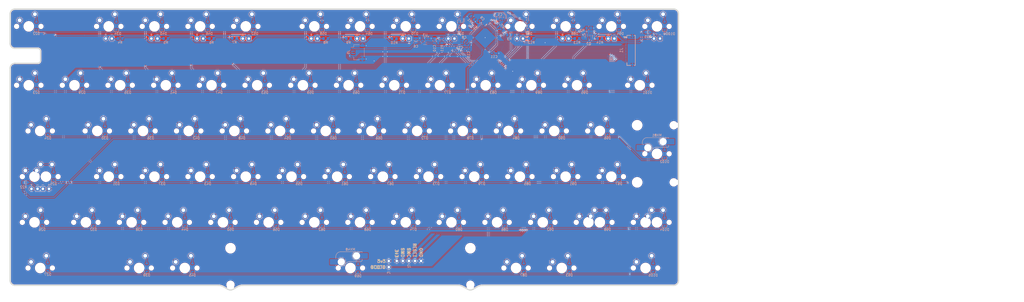
<source format=kicad_pcb>
(kicad_pcb (version 20240108) (generator "pcbnew") (generator_version "8.0")
  (layers (0 "F.Cu" signal) (31 "B.Cu" signal) (34 "B.Paste" user) (35 "F.Paste" user) (36 "B.SilkS" user "B.Silkscreen") (37 "F.SilkS" user "F.Silkscreen") (38 "B.Mask" user) (39 "F.Mask" user) (44 "Edge.Cuts" user))
  (net 0 "")
  (net 1 "GND")
  (net 2 "NRST")
  (net 3 "+5V")
  (net 4 "+3V3")
  (net 5 "Net-(D1-K)")
  (net 6 "Net-(D2-K)")
  (net 7 "Net-(D3-K)")
  (net 8 "Net-(D4-K)")
  (net 9 "Net-(D5-K)")
  (net 10 "Net-(D6-K)")
  (net 11 "Net-(D7-K)")
  (net 12 "Net-(D8-K)")
  (net 13 "Net-(D9-K)")
  (net 14 "Net-(D10-K)")
  (net 15 "Net-(D11-K)")
  (net 16 "Net-(D12-K)")
  (net 17 "SWC")
  (net 18 "SWD")
  (net 19 "BOOT0")
  (net 20 "D+")
  (net 21 "D-")
  (net 22 "Net-(D22-A)")
  (net 23 "COL0")
  (net 24 "Net-(D23-A)")
  (net 25 "Net-(D24-A)")
  (net 26 "Net-(D25-A)")
  (net 27 "Net-(D26-A)")
  (net 28 "Net-(D27-A)")
  (net 29 "COL1")
  (net 30 "Net-(D29-A)")
  (net 31 "Net-(D30-A)")
  (net 32 "Net-(D31-A)")
  (net 33 "Net-(D32-A)")
  (net 34 "Net-(D34-A)")
  (net 35 "COL2")
  (net 36 "Net-(D35-A)")
  (net 37 "Net-(D36-A)")
  (net 38 "Net-(D37-A)")
  (net 39 "Net-(D38-A)")
  (net 40 "Net-(D39-A)")
  (net 41 "Net-(D40-A)")
  (net 42 "COL3")
  (net 43 "Net-(D41-A)")
  (net 44 "Net-(D42-A)")
  (net 45 "Net-(D43-A)")
  (net 46 "Net-(D44-A)")
  (net 47 "Net-(D45-A)")
  (net 48 "COL4")
  (net 49 "Net-(D46-A)")
  (net 50 "Net-(D47-A)")
  (net 51 "Net-(D48-A)")
  (net 52 "Net-(D49-A)")
  (net 53 "Net-(D50-A)")
  (net 54 "Net-(D52-A)")
  (net 55 "COL5")
  (net 56 "Net-(D53-A)")
  (net 57 "Net-(D54-A)")
  (net 58 "Net-(D55-A)")
  (net 59 "Net-(D56-A)")
  (net 60 "COL6")
  (net 61 "Net-(D58-A)")
  (net 62 "Net-(D59-A)")
  (net 63 "Net-(D60-A)")
  (net 64 "Net-(D61-A)")
  (net 65 "Net-(D62-A)")
  (net 66 "Net-(D64-A)")
  (net 67 "COL7")
  (net 68 "Net-(D65-A)")
  (net 69 "Net-(D66-A)")
  (net 70 "Net-(D67-A)")
  (net 71 "Net-(D68-A)")
  (net 72 "Net-(D69-A)")
  (net 73 "COL8")
  (net 74 "Net-(D70-A)")
  (net 75 "Net-(D71-A)")
  (net 76 "Net-(D72-A)")
  (net 77 "Net-(D73-A)")
  (net 78 "Net-(D74-A)")
  (net 79 "COL9")
  (net 80 "Net-(D76-A)")
  (net 81 "Net-(D77-A)")
  (net 82 "Net-(D78-A)")
  (net 83 "Net-(D79-A)")
  (net 84 "Net-(D80-A)")
  (net 85 "Net-(D82-A)")
  (net 86 "COL10")
  (net 87 "Net-(D83-A)")
  (net 88 "Net-(D84-A)")
  (net 89 "Net-(D85-A)")
  (net 90 "Net-(D86-A)")
  (net 91 "Net-(D87-A)")
  (net 92 "COL11")
  (net 93 "Net-(D88-A)")
  (net 94 "Net-(D89-A)")
  (net 95 "Net-(D90-A)")
  (net 96 "Net-(D91-A)")
  (net 97 "Net-(D92-A)")
  (net 98 "Net-(D93-A)")
  (net 99 "COL12")
  (net 100 "Net-(D94-A)")
  (net 101 "Net-(D95-A)")
  (net 102 "Net-(D96-A)")
  (net 103 "Net-(D97-A)")
  (net 104 "Net-(D98-A)")
  (net 105 "COL13")
  (net 106 "Net-(D100-A)")
  (net 107 "Net-(D101-A)")
  (net 108 "Net-(D102-A)")
  (net 109 "Net-(D104-A)")
  (net 110 "Net-(D105-A)")
  (net 111 "Net-(Q2-G)")
  (net 112 "LED_PWM")
  (net 113 "LED_CAPS")
  (net 116 "Net-(D106-K)")
  (net 117 "ROW0")
  (net 118 "ROW1")
  (net 119 "ROW2")
  (net 120 "ROW3")
  (net 121 "ROW4")
  (net 122 "ROW5")
  (net 123 "LED_SCLK")
  (net 124 "LED_NUM")
  (net 126 "LED-")
  (net 127 "COL18")
  (net 128 "COL15")
  (net 129 "COL20")
  (net 130 "COL14")
  (net 131 "COL17")
  (net 132 "COL19")
  (net 133 "COL16")
  (footprint "PCM_marbastlib-mx:SW_MX_1u" (layer "F.Cu") (at 2.38125 62.65)
    (property "Reference" "MX85" (hide yes))
    (property "Value" "MX_SW_solder")
  )
  (footprint "PCM_marbastlib-mx:SW_MX_1u" (layer "F.Cu") (at 200.025 43.6)
    (property "Reference" "MX63" (hide yes))
    (property "Value" "MX_SW_solder")
  )
  (footprint "PCM_marbastlib-mx:SW_MX_1u" (layer "F.Cu") (at 52.3875 62.65)
    (property "Reference" "MX16" (hide yes))
    (property "Value" "MX_SW_solder")
  )
  (footprint "PCM_marbastlib-mx:SW_MX_1u" (layer "F.Cu") (at 65.0625 100.75)
    (property "Reference" "MX24" (hide yes))
    (property "Value" "MX_SW_solder")
  )
  (footprint "alcatel:LED_MX_3mm_Offset" (layer "F.Cu") (at 204.7875 0)
    (property "Reference" "D9" (hide yes))
    (property "Value" "~")
  )
  (footprint "PCM_marbastlib-mx:SW_MX_1u" (layer "F.Cu") (at 261.9375 0)
    (property "Reference" "MX79" (hide yes))
    (property "Value" "MX_SW_solder")
  )
  (footprint "PCM_marbastlib-mx:SW_MX_1u" (layer "F.Cu") (at 90.4875 62.65)
    (property "Reference" "MX28" (hide yes))
    (property "Value" "MX_SW_solder")
  )
  (footprint "PCM_marbastlib-mx:SW_MX_1u" (layer "F.Cu") (at 33.3375 62.65)
    (property "Reference" "MX10" (hide yes))
    (property "Value" "MX_SW_solder")
  )
  (footprint "PCM_marbastlib-mx:SW_MX_1u" (layer "F.Cu") (at 204.7875 0)
    (property "Reference" "MX61" (hide yes))
    (property "Value" "MX_SW_solder")
  )
  (footprint "alcatel:LED_MX_3mm_Offset" (layer "F.Cu") (at 52.3875 0)
    (property "Reference" "D2" (hide yes))
    (property "Value" "~")
  )
  (footprint "PCM_marbastlib-mx:SW_MX_1u" (layer "F.Cu") (at 2.38125 81.7)
    (property "Reference" "MX5" (hide yes))
    (property "Value" "MX_SW_solder")
  )
  (footprint "PCM_marbastlib-mx:SW_MX_1u" (layer "F.Cu") (at 61.9125 81.7)
    (property "Reference" "MX23" (hide yes))
    (property "Value" "MX_SW_solder")
  )
  (footprint "PCM_marbastlib-mx:SW_MX_1u" (layer "F.Cu") (at 238.125 43.6)
    (property "Reference" "MX75" (hide yes))
    (property "Value" "MX_SW_solder")
  )
  (footprint "PCM_marbastlib-mx:SW_MX_1u" (layer "F.Cu") (at 204.7875 62.65)
    (property "Reference" "MX64" (hide yes))
    (property "Value" "MX_SW_solder")
  )
  (footprint "PCM_marbastlib-mx:SW_MX_1u" (layer "F.Cu") (at 114.3 24.55)
    (property "Reference" "MX38" (hide yes))
    (property "Value" "MX_SW_solder")
  )
  (footprint "PCM_marbastlib-mx:SW_MX_1u" (layer "F.Cu") (at 95.25 24.55)
    (property "Reference" "MX32" (hide yes))
    (property "Value" "MX_SW_solder")
  )
  (footprint "alcatel:LED_MX_3mm_Offset" (layer "F.Cu") (at 90.4875 0)
    (property "Reference" "D4" (hide yes))
    (property "Value" "~")
  )
  (footprint "PCM_marbastlib-mx:SW_MX_1u" (layer "F.Cu") (at 38.1 24.55)
    (property "Reference" "MX14" (hide yes))
    (property "Value" "MX_SW_solder")
  )
  (footprint "PCM_marbastlib-mx:SW_MX_1u" (layer "F.Cu") (at 57.15 24.55)
    (property "Reference" "MX20" (hide yes))
    (property "Value" "MX_SW_solder")
  )
  (footprint "PCM_marbastlib-mx:SW_MX_1u" (layer "F.Cu") (at 138.1125 81.7)
    (property "Reference" "MX47" (hide yes))
    (property "Value" "MX_SW_solder")
  )
  (footprint "PCM_marbastlib-mx:SW_MX_1u" (layer "F.Cu") (at 209.55 24.55)
    (property "Reference" "MX68" (hide yes))
    (property "Value" "MX_SW_solder")
  )
  (footprint "alcatel:LED_MX_3mm_Offset" (layer "F.Cu") (at 242.8875 0)
    (property "Reference" "D11" (hide yes))
    (property "Value" "~")
  )
  (footprint "PCM_marbastlib-mx:SW_MX_1u" (layer "F.Cu") (at 176.2125 0)
    (property "Reference" "MX55" (hide yes))
    (property "Value" "MX_SW_solder")
  )
  (footprint "PCM_marbastlib-mx:SW_MX_1u" (layer "F.Cu") (at 223.8375 62.65)
    (property "Reference" "MX70" (hide yes))
    (property "Value" "MX_SW_solder")
  )
  (footprint "PCM_marbastlib-mx:SW_MX_1u" (layer "F.Cu") (at 71.4375 62.65)
    (property "Reference" "MX22" (hide yes))
    (property "Value" "MX_SW_solder")
  )
  (footprint "PCM_marbastlib-mx:SW_MX_1u" (layer "F.Cu") (at 119.0625 0)
    (property "Reference" "MX37" (hide yes))
    (property "Value" "MX_SW_solder")
  )
  (footprint "alcatel:LED_MX_3mm_Offset" (layer "F.Cu") (at 71.4375 0)
    (property "Reference" "D3" (hide yes))
    (property "Value" "~")
  )
  (footprint "PCM_marbastlib-mx:SW_MX_1u" (layer "F.Cu") (at 171.45 24.55)
    (property "Reference" "MX56" (hide yes))
    (property "Value" "MX_SW_solder")
  )
  (footprint "PCM_marbastlib-mx:SW_MX_1u" (layer "F.Cu") (at 42.8625 81.7)
    (property "Reference" "MX17" (hide yes))
    (property "Value" "MX_SW_solder")
  )
  (footprint "PCM_marbastlib-mx:SW_MX_1u" (layer "F.Cu") (at 33.3375 0)
    (property "Reference" "MX13" (hide yes))
    (property "Value" "MX_SW_solder")
  )
  (footprint "PCM_marbastlib-mx:SW_MX_1u" (layer "F.Cu") (at 100.0125 81.7)
    (property "Reference" "MX35" (hide yes))
    (property "Value" "MX_SW_solder")
  )
  (footprint "alcatel:LED_MX_3mm_Offset" (layer "F.Cu") (at 223.8375 0)
    (property "Reference" "D10" (hide yes))
    (property "Value" "~")
  )
  (footprint "alcatel:LED_MX_3mm_Offset" (layer "F.Cu") (at 2.38125 62.65)
    (property "Reference" "D106" (hide yes))
    (property "Value" "LED_CAPS2")
  )
  (footprint "PCM_marbastlib-mx:SW_MX_1u" (layer "F.Cu") (at 80.9625 81.7)
    (property "Reference" "MX29" (hide yes))
    (property "Value" "MX_SW_solder")
  )
  (footprint "PCM_marbastlib-mx:SW_MX_1u" (layer "F.Cu") (at 233.3625 81.7)
    (property "Reference" "MX86" (hide yes))
    (property "Value" "MX_SW_solder")
  )
  (footprint "PCM_marbastlib-mx:SW_MX_1u" (layer "F.Cu") (at 214.3125 81.7)
    (property "Reference" "MX71" (hide yes))
    (property "Value" "MX_SW_solder")
  )
  (footprint "PCM_marbastlib-mx:SW_MX_1u" (layer "F.Cu") (at 242.8875 0)
    (property "Reference" "MX73" (hide yes))
    (property "Value" "MX_SW_solder")
  )
  (footprint "PCM_marbastlib-mx:SW_MX_1u" (layer "F.Cu") (at 166.6875 62.65)
    (property "Reference" "MX52" (hide yes))
    (property "Value" "MX_SW_solder")
  )
  (footprint "alcatel:LED_MX_3mm_Offset" (layer "F.Cu") (at 261.9375 0)
    (property "Reference" "D12" (hide yes))
    (property "Value" "~")
  )
  (footprint "PCM_marbastlib-mx:SW_MX_1u" (layer "F.Cu") (at 185.7375 62.65)
    (property "Reference" "MX58" (hide yes))
    (property "Value" "MX_SW_solder")
  )
  (footprint "PCM_marbastlib-mx:SW_MX_1u" (layer "F.Cu") (at 195.2625 81.7)
    (property "Reference" "MX65" (hide yes))
    (property "Value" "MX_SW_solder")
  )
  (footprint "PCM_marbastlib-mx:SW_MX_1u" (layer "F.Cu") (at 222.225 100.75)
    (property "Reference" "MX72" (hide yes))
    (property "Value" "MX_SW_solder")
  )
  (footprint "PCM_marbastlib-mx:SW_MX_1u" (layer "F.Cu") (at 19.05 24.55)
    (property "Reference" "MX8" (hide yes))
    (property "Value" "MX_SW_solder")
  )
  (footprint "PCM_marbastlib-mx:SW_MX_1u" (layer "F.Cu") (at 85.725 43.6)
    (property "Reference" "MX27" (hide yes))
    (property "Value" "MX_SW_solder")
  )
  (footprint "alcatel:LED_MX_3mm_Offset" (layer "F.Cu") (at 119.0625 0)
    (property "Reference" "D5" (hide yes))
    (property "Value" "~")
  )
  (footprint "PCM_marbastlib-mx:SW_MX_1u" (layer "F.Cu") (at 123.825 43.6)
    (property "Reference" "MX39" (hide yes))
    (property "Value" "MX_SW_solder")
  )
  (footprint "PCM_marbastlib-mx:SW_MX_1u" (layer "F.Cu") (at 90.4875 0)
    (property "Reference" "MX31" (hide yes))
    (property "Value" "MX_SW_solder")
  )
  (footprint "PCM_marbastlib-mx:SW_MX_1u" (layer "F.Cu") (at 254.79375 24.55)
    (property "Reference" "MX80" (hide yes))
    (property "Value" "MX_SW_solder")
  )
  (footprint "PCM_marbastlib-mx:SW_MX_1u" (layer "F.Cu") (at 0 0)
    (property "Reference" "MX1" (hide yes))
    (property "Value" "MX_SW_solder")
  )
  (footprint "PCM_marbastlib-mx:SW_MX_1u" (layer "F.Cu") (at 161.925 43.6)
    (property "Reference" "MX51" (hide yes))
    (property "Value" "MX_SW_solder")
  )
  (footprint "PCM_marbastlib-mx:SW_MX_1u" (layer "F.Cu") (at 104.775 43.6)
    (property "Reference" "MX33" (hide yes))
    (property "Value" "MX_SW_solder")
  )
  (footprint "PCM_marbastlib-mx:SW_MX_1u" (layer "F.Cu") (at 219.075 43.6)
    (property "Reference" "MX69" (hide yes))
    (property "Value" "MX_SW_solder")
  )
  (footprint "PCM_marbastlib-mx:SW_MX_1u" (layer "F.Cu") (at 257.175 81.7)
    (property "Reference" "MX87" (hide yes))
    (property "Value" "MX_SW_solder")
  )
  (footprint "PCM_marbastlib-mx:SW_MX_1u" (layer "F.Cu") (at 7.14375 62.65)
    (property "Reference" "MX4" (hide yes))
    (property "Value" "MX_SW_solder")
  )
  (footprint "PCM_marbastlib-mx:SW_MX_1u" (layer "F.Cu") (at 261.9375 81.7)
    (property "Reference" "MX83" (hide yes))
    (property "Value" "MX_SW_solder")
  )
  (footprint "PCM_marbastlib-mx:SW_MX_1u" (layer "F.Cu") (at 119.0625 81.7)
    (property "Reference" "MX41" (hide yes))
    (property "Value" "MX_SW_solder")
  )
  (footprint "PCM_marbastlib-mx:SW_MX_1u" (layer "F.Cu") (at 76.2 24.55)
    (property "Reference" "MX26" (hide yes))
    (property "Value" "MX_SW_solder")
  )
  (footprint "PCM_marbastlib-mx:SW_MX_1u" (layer "F.Cu") (at 223.8375 0)
    (property "Reference" "MX67" (hide yes))
    (property "Value" "MX_SW_solder")
  )
  (footprint "PCM_marbastlib-mx:SW_MX_1u" (layer "F.Cu") (at 66.675 43.6)
    (property "Reference" "MX21" (hide yes))
    (property "Value" "MX_SW_solder")
  )
  (footprint "PCM_marbastlib-mx:SW_MX_1u" (layer "F.Cu") (at 128.5875 62.65)
    (property "Reference" "MX40" (hide yes))
    (property "Value" "MX_SW_solder")
  )
  (footprint "alcatel:LED_MX_3mm_Offset" (layer "F.Cu") (at 157.1625 0)
    (property "Reference" "D7" (hide yes))
    (property "Value" "~")
  )
  (footprint "PCM_marbastlib-mx:SW_MX_1u" (layer "F.Cu") (at 147.6375 62.65)
    (property "Reference" "MX46" (hide yes))
    (property "Value" "MX_SW_solder")
  )
  (footprint "PCM_marbastlib-mx:SW_MX_1u" (layer "F.Cu") (at 23.8125 81.7)
    (property "Reference" "MX11" (hide yes))
    (property "Value" "MX_SW_solder")
  )
  (footprint "PCM_marbastlib-mx:SW_MX_1u" (layer "F.Cu") (at 71.4375 0)
    (property "Reference" "MX25" (hide yes))
    (property "Value" "MX_SW_solder")
  )
  (footprint "PCM_marbastlib-mx:SW_MX_1u" (layer "F.Cu") (at 28.575 43.6)
    (property "Reference" "MX9" (hide yes))
    (property "Value" "MX_SW_solder")
  )
  (footprint "PCM_marbastlib-mx:STAB_MX_6.25u" (layer "F.Cu") (at 134.11875 100.75 180)
    (property "Reference" "S1" (hide yes))
    (property "Value" "MX_stab")
  )
  (footprint "alcatel:LED_MX_3mm_Offset" (layer "F.Cu") (at 33.3375 0)
    (property "Reference" "D1" (hide yes))
    (property "Value" "~")
  )
  (footprint "PCM_marbastlib-mx:SW_MX_1u" (layer "F.Cu") (at 238.125 81.7)
    (property "Reference" "MX77" (hide yes))
    (property "Value" "MX_SW_solder")
  )
  (footprint "PCM_marbastlib-mx:SW_MX_1u" (layer "F.Cu") (at 180.975 43.6)
    (property "Reference" "MX57" (hide yes))
    (property "Value" "MX_SW_solder")
  )
  (footprint "PCM_marbastlib-mx:SW_MX_1u" (layer "F.Cu") (at 157.1625 81.7)
    (property "Reference" "MX53" (hide yes))
    (property "Value" "MX_SW_solder")
  )
  (footprint "PCM_marbastlib-mx:STAB_MX_2u" (layer "F.Cu") (at 261.9375 53.125 -90)
    (property "Reference" "S2" (hide yes))
    (property "Value" "MX_stab")
  )
  (footprint "PCM_marbastlib-mx:SW_MX_1u" (layer "F.Cu") (at 142.875 43.6)
    (property "Reference" "MX45" (hide yes))
    (property "Value" "MX_SW_solder")
  )
  (footprint "PCM_marbastlib-mx:SW_MX_1u" (layer "F.Cu") (at 4.7625 100.75)
    (property "Reference" "MX6" (hide yes))
    (property "Value" "MX_SW_solder")
  )
  (footprint "PCM_marbastlib-mx:SW_MX_1u" (layer "F.Cu") (at 138.1125 0)
    (property "Reference" "MX43" (hide yes))
    (property "Value" "MX_SW_solder")
  )
  (footprint "PCM_marbastlib-mx:SW_MX_1u" (layer "F.Cu") (at 152.4 24.55)
    (property "Reference" "MX50" (hide yes))
    (property "Value" "MX_SW_solder")
  )
  (footprint "PCM_marbastlib-mx:SW_MX_1u" (layer "F.Cu") (at 157.1625 0)
    (property "Reference" "MX49" (hide yes))
    (property "Value" "MX_SW_solder")
  )
  (footprint "alcatel:LED_MX_3mm_Offset" (layer "F.Cu") (at 176.2125 0)
    (property "Reference" "D8" (hide yes))
    (property "Value" "~")
  )
  (footprint "PCM_marbastlib-mx:SW_MX_1u" (layer "F.Cu") (at 176.2125 81.7)
    (property "Reference" "MX59" (hide yes))
    (property "Value" "MX_SW_solder")
  )
  (footprint "PCM_marbastlib-mx:SW_MX_1u" (layer "F.Cu") (at 0 24.55)
    (property "Reference" "MX2" (hide yes))
    (property "Value" "MX_SW_solder")
  )
  (footprint "PCM_marbastlib-mx:SW_MX_1u" (layer "F.Cu") (at 228.6 24.55)
    (property "Reference" "MX74" (hide yes))
    (property "Value" "MX_SW_solder")
  )
  (footprint "PCM_marbastlib-mx:SW_MX_1u" (layer "F.Cu") (at 47.625 43.6)
    (property "Reference" "MX15" (hide yes))
    (property "Value" "MX_SW_solder")
  )
  (footprint "PCM_marbastlib-mx:SW_MX_1u" (layer "F.Cu") (at 203.175 100.75)
    (property "Reference" "MX66" (hide yes))
    (property "Value" "MX_SW_solder")
  )
  (footprint "PCM_marbastlib-mx:SW_MX_1u" (layer "F.Cu") (at 52.3875 0)
    (property "Reference" "MX19" (hide yes))
    (property "Value" "MX_SW_solder")
  )
  (footprint "PCM_marbastlib-mx:SW_MX_1u" (layer "F.Cu") (at 109.5375 62.65)
    (property "Reference" "MX34" (hide yes))
    (property "Value" "MX_SW_solder")
  )
  (footprint "PCM_marbastlib-mx:SW_MX_1u" (layer "F.Cu") (at 242.8875 62.65)
    (property "Reference" "MX76" (hide yes))
    (property "Value" "MX_SW_solder")
  )
  (footprint "PCM_marbastlib-mx:SW_MX_1u" (layer "F.Cu") (at 46.0125 100.75)
    (property "Reference" "MX18" (hide yes))
    (property "Value" "MX_SW_solder")
  )
  (footprint "PCM_marbastlib-mx:SW_MX_1u" (layer "F.Cu") (at 257.175 100.75)
    (property "Reference" "MX84" (hide yes))
    (property "Value" "MX_SW_solder")
  )
  (footprint "PCM_marbastlib-mx:SW_MX_1u" (layer "F.Cu") (at 133.35 24.55)
    (property "Reference" "MX44" (hide yes))
    (property "Value" "MX_SW_solder")
  )
  (footprint "PCM_marbastlib-mx:SW_MX_1u" (layer "F.Cu") (at 4.7625 43.6)
    (property "Reference" "MX3" (hide yes))
    (property "Value" "MX_SW_solder")
  )
  (footprint "PCM_marbastlib-mx:SW_MX_1u" (layer "F.Cu") (at 190.5 24.55)
    (property "Reference" "MX62" (hide yes))
    (property "Value" "MX_SW_solder")
  )
  (footprint "alcatel:LED_MX_3mm_Offset" (layer "F.Cu") (at 138.1125 0)
    (property "Reference" "D6" (hide yes))
    (property "Value" "~")
  )
  (footprint "alcatel:D_SOD-123_ShiftedSilkscreen" (layer "B.Cu") (at 207.9625 62.42125 90)
    (property "Reference" "D85")
    (property "Value" "D_Small")
  )
  (footprint "Capacitor_SMD:C_0603_1608Metric" (layer "B.Cu") (at 194 11.2)
    (property "Reference" "C11")
    (property "Value" "100n")
  )
  (footprint "alcatel:D_SOD-123_ShiftedSilkscreen" (layer "B.Cu") (at 60.325 24.32125 90)
    (property "Reference" "D41")
    (property "Value" "D_Small")
  )
  (footprint "alcatel:D_SOD-123_ShiftedSilkscreen" (layer "B.Cu") (at 36.5125 -0.22875 90)
    (property "Reference" "D34")
    (property "Value" "D_Small")
  )
  (footprint "alcatel:D_SOD-123_ShiftedSilkscreen" (layer "B.Cu") (at 3.175 24.32125 90)
    (property "Reference" "D23")
    (property "Value" "D_Small")
  )
  (footprint "alcatel:D_SOD-123_ShiftedSilkscreen" (layer "B.Cu") (at 212.725 24.32125 90)
    (property "Reference" "D89")
    (property "Value" "D_Small")
  )
  (footprint "Resistor_SMD:R_0805_2012Metric" (layer "B.Cu") (at 238.125 5.08)
    (property "Reference" "R14")
    (property "Value" "470")
  )
  (footprint "alcatel:PinHeader_1x05_P2.54mm_DEBUG" (layer "B.Cu") (at 153.425 97.8 -90)
    (property "Reference" "J2")
    (property "Value" "Conn_01x05")
  )
  (footprint "alcatel:D_SOD-123_ShiftedSilkscreen" (layer "B.Cu") (at 79.375 24.32125 90)
    (property "Reference" "D47")
    (property "Value" "D_Small")
  )
  (footprint "alcatel:D_SOD-123_ShiftedSilkscreen" (layer "B.Cu") (at 225.4 100.52125 90)
    (property "Reference" "D93")
    (property "Value" "D_Small")
  )
  (footprint "alcatel:D_SOD-123_ShiftedSilkscreen" (layer "B.Cu") (at 93.6625 -0.20625 90)
    (property "Reference" "D52")
    (property "Value" "D_Small")
  )
  (footprint "Capacitor_SMD:C_0805_2012Metric" (layer "B.Cu") (at 169.2 6 90)
    (property "Reference" "C10")
    (property "Value" "1u")
  )
  (footprint "alcatel:D_SOD-123_ShiftedSilkscreen" (layer "B.Cu") (at 241.3 81.47125 90)
    (property "Reference" "D98")
    (property "Value" "D_Small")
  )
  (footprint "Capacitor_SMD:C_0603_1608Metric" (layer "B.Cu") (at 196.2 0.7 135)
    (property "Reference" "C7")
    (property "Value" "100n")
  )
  (footprint "alcatel:D_SOD-123_ShiftedSilkscreen" (layer "B.Cu") (at 222.25 43.37125 90)
    (property "Reference" "D90")
    (property "Value" "D_Small")
  )
  (footprint "alcatel:D_SOD-123_ShiftedSilkscreen" (layer "B.Cu") (at 26.9875 81.47125 90)
    (property "Reference" "D32")
    (property "Value" "D_Small")
  )
  (footprint "alcatel:D_SOD-123_ShiftedSilkscreen" (layer "B.Cu") (at 206.35 100.52125 90)
    (property "Reference" "D87")
    (property "Value" "D_Small")
  )
  (footprint "alcatel:D_SOD-123_ShiftedSilkscreen" (layer "B.Cu") (at 93.6625 62.42125 90)
    (property "Reference" "D49")
    (property "Value" "D_Small")
  )
  (footprint "alcatel:D_SOD-123_ShiftedSilkscreen" (layer "B.Cu") (at 193.675 24.34375 90)
    (property "Reference" "D83")
    (property "Value" "D_Small")
  )
  (footprint "Capacitor_SMD:C_0805_2012Metric" (layer "B.Cu") (at 161.4 5.9 90)
    (property "Reference" "C6")
    (property "Value" "1u")
  )
  (footprint "alcatel:D_SOD-123_ShiftedSilkscreen" (layer "B.Cu") (at 31.75 43.37125 90)
    (property "Reference" "D30")
    (property "Value" "D_Small")
  )
  (footprint "alcatel:D_SOD-123_ShiftedSilkscreen" (layer "B.Cu") (at 227.0125 62.42125 90)
    (property "Reference" "D91")
    (property "Value" "D_Small")
  )
  (footprint "alcatel:D_SOD-123_ShiftedSilkscreen" (layer "B.Cu") (at 227.0125 -0.20625 90)
    (property "Reference" "D88")
    (property "Value" "D_Small")
  )
  (footprint "alcatel:D_SOD-123_ShiftedSilkscreen" (layer "B.Cu") (at 260.35 100.54375 90)
    (property "Reference" "D105")
    (property "Value" "D_Small")
  )
  (footprint "alcatel:D_SOD-123_ShiftedSilkscreen" (layer "B.Cu") (at 246.0625 62.42125 90)
    (property "Reference" "D97")
    (property "Value" "D_Small")
  )
  (footprint "alcatel:D_SOD-123_ShiftedSilkscreen" (layer "B.Cu") (at 155.575 24.34375 90)
    (property "Reference" "D71")
    (property "Value" "D_Small")
  )
  (footprint "alcatel:D_SOD-123_ShiftedSilkscreen" (layer "B.Cu") (at 68.2375 100.54375 90)
    (property "Reference" "D45")
    (property "Value" "D_Small")
  )
  (footprint "Resistor_SMD:R_0805_2012Metric" (layer "B.Cu") (at 209.55 5.08)
    (property "Reference" "R12")
    (property "Value" "470")
  )
  (footprint "Resistor_SMD:R_0805_2012Metric" (layer "B.Cu") (at 233.5 0.7)
    (property "Reference" "R2")
    (property "Value" "10k")
  )
  (footprint "alcatel:D_SOD-123_ShiftedSilkscreen" (layer "B.Cu") (at 50.8 43.37125 90)
    (property "Reference" "D36")
    (property "Value" "D_Small")
  )
  (footprint "alcatel:D_SOD-123_ShiftedSilkscreen" (layer "B.Cu") (at 88.9 43.39375 90)
    (property "Reference" "D48")
    (property "Value" "D_Small")
  )
  (footprint "Resistor_SMD:R_0805_2012Metric" (layer "B.Cu") (at 76.2 5.08)
    (property "Reference" "R6")
    (property "Value" "470")
  )
  (footprint "alcatel:D_SOD-123_ShiftedSilkscreen" (layer "B.Cu") (at 131.7625 62.42125 90)
    (property "Reference" "D61")
    (property "Value" "D_Small")
  )
  (footprint "Capacitor_SMD:C_0603_1608Metric" (layer "B.Cu") (at 187.5 -1.8 -135)
    (property "Reference" "C9")
    (property "Value" "100n")
  )
  (footprint "alcatel:D_SOD-123_ShiftedSilkscreen" (layer "B.Cu") (at 5.55625 81.47125 90)
    (property "Reference" "D26")
    (property "Value" "D_Small")
  )
  (footprint "Capacitor_SMD:C_0603_1608Metric" (layer "B.Cu") (at 181.54 6.02 180)
    (property "Reference" "C8")
    (property "Value" "4.7u")
  )
  (footprint "Package_TO_SOT_SMD:SOT-23" (layer "B.Cu") (at 233.5 4.3 -90)
    (property "Reference" "Q2")
    (property "Value" "MMBF170")
  )
  (footprint "alcatel:D_SOD-123_ShiftedSilkscreen" (layer "B.Cu") (at 122.2375 81.47125 90)
    (property "Reference" "D62")
    (property "Value" "D_Small")
  )
  (footprint "alcatel:D_SOD-123_ShiftedSilkscreen" (layer "B.Cu") (at 74.6125 -0.22875 90)
    (property "Reference" "D46")
    (property "Value" "D_Small")
  )
  (footprint "Resistor_SMD:R_0805_2012Metric" (layer "B.Cu") (at 185 -3.6 -45)
    (property "Reference" "R1")
    (property "Value" "10k")
  )
  (footprint "Resistor_SMD:R_0805_2012Metric" (layer "B.Cu") (at 172.2 6 90)
    (property "Reference" "R11")
    (property "Value" "470")
  )
  (footprint "alcatel:D_SOD-123_ShiftedSilkscreen" (layer "B.Cu") (at 265.1125 53.19625 90)
    (property "Reference" "D102")
    (property "Value" "D_Small")
  )
  (footprint "alcatel:D_SOD-123_ShiftedSilkscreen" (layer "B.Cu") (at 98.425 24.34375 90)
    (property "Reference" "D53")
    (property "Value" "D_Small")
  )
  (footprint "alcatel:D_SOD-123_ShiftedSilkscreen" (layer "B.Cu") (at 103.1875 81.47125 90)
    (property "Reference" "D56")
    (property "Value" "D_Small")
  )
  (footprint "alcatel:D_SOD-123_ShiftedSilkscreen" (layer "B.Cu") (at 7.9 100.2 90)
    (property "Reference" "D27")
    (property "Value" "D_Small")
  )
  (footprint "alcatel:D_SOD-123_ShiftedSilkscreen" (layer "B.Cu") (at 127 43.37125 90)
    (property "Reference" "D60")
    (property "Value" "D_Small")
  )
  (footprint "alcatel:D_SOD-123_ShiftedSilkscreen" (layer "B.Cu") (at 184.15 43.37125 90)
    (property "Reference" "D78")
    (property "Value" "D_Small")
  )
  (footprint "Resistor_SMD:R_0805_2012Metric" (layer "B.Cu") (at 200.4 3.6)
    (property "Reference" "R3")
    (property "Value" "470")
  )
  (footprint "alcatel:D_SOD-123_ShiftedSilkscreen" (layer "B.Cu") (at 84.1375 81.47125 90)
    (property "Reference" "D50")
    (property "Value" "D_Small")
  )
  (footprint "Package_TO_SOT_SMD:SOT-23-3" (layer "B.Cu") (at 165.3 6 180)
    (property "Reference" "U3")
    (property "Value" "XC6206PxxxMR")
  )
  (footprint "alcatel:D_SOD-123_ShiftedSilkscreen" (layer "B.Cu") (at 265.1125 -0.22875 90)
    (property "Reference" "D100")
    (property "Value" "D_Small")
  )
  (footprint "alcatel:D_SOD-123_ShiftedSilkscreen" (layer "B.Cu") (at 69.85 43.39375 90)
    (property "Reference" "D42")
    (property "Value" "D_Small")
  )
  (footprint "alcatel:D_SOD-123_ShiftedSilkscreen" (layer "B.Cu") (at 107.95 43.37125 90)
    (property "Reference" "D54")
    (property "Value" "D_Small")
  )
  (footprint "alcatel:D_SOD-123_ShiftedSilkscreen" (layer "B.Cu") (at 188.9125 62.42125 90)
    (property "Reference" "D79")
    (property "Value" "D_Small")
  )
  (footprint "alcatel:D_SOD-123_ShiftedSilkscreen" (layer "B.Cu") (at 265.1125 81.49375 90)
    (property "Reference" "D104")
    (property "Value" "D_Small")
  )
  (footprint "alcatel:D_SOD-123_ShiftedSilkscreen" (layer "B.Cu") (at 169.8625 62.42125 90)
    (property "Reference" "D73")
    (property "Value" "D_Small")
  )
  (footprint "Resistor_SMD:R_0805_2012Metric" (layer "B.Cu") (at 57.15 5.08)
    (property "Reference" "R5")
    (property "Value" "470")
  )
  (footprint "alcatel:D_SOD-123_ShiftedSilkscreen" (layer "B.Cu") (at 65.0875 81.47125 90)
    (property "Reference" "D44")
    (property "Value" "D_Small")
  )
  (footprint "Resistor_SMD:R_0805_2012Metric" (layer "B.Cu") (at 228.6 5.08)
    (property "Reference" "R13")
    (property "Value" "470")
  )
  (footprint "alcatel:D_SOD-123_ShiftedSilkscreen" (layer "B.Cu") (at 117.475 24.34375 90)
    (property "Reference" "D59")
    (property "Value" "D_Small")
  )
  (footprint "alcatel:D_SOD-123_ShiftedSilkscreen" (layer "B.Cu") (at 179.3875 -0.22875 90)
    (property "Reference" "D76")
    (property "Value" "D_Small")
  )
  (footprint "alcatel:D_SOD-123_ShiftedSilkscreen" (layer "B.Cu") (at 231.775 24.34375 90)
    (property "Reference" "D95")
    (property "Value" "D_Small")
  )
  (footprint "alcatel:D_SOD-123_ShiftedSilkscreen" (layer "B.Cu") (at 241.3 43.37125 90)
    (property "Reference" "D96")
    (property "Value" "D_Small")
  )
  (footprint "alcatel:SW_MX_HS_CPG151101S11_0.125ring" (layer "B.Cu") (at 261.9375 53.125 180)
    (property "Reference" "MX81")
    (property "Value" "MX_SW_solder")
  )
  (footprint "alcatel:D_SOD-123_ShiftedSilkscreen" (layer "B.Cu") (at 36.5125 62.42125 90)
    (property "Reference" "D31")
    (property "Value" "D_Small")
  )
  (footprint "alcatel:D_SOD-123_ShiftedSilkscreen" (layer "B.Cu") (at 160.3375 81.47125 90)
    (property "Reference" "D74")
    (property "Value" "D_Small")
  )
  (footprint "alcatel:D_SOD-123_ShiftedSilkscreen" (layer "B.Cu") (at 217.4875 81.49375 90)
    (property "Reference" "D92")
    (property "Value" "D_Small")
  )
  (footprint "alcatel:D_SOD-123_ShiftedSilkscreen" (layer "B.Cu") (at 3.175 -0.20625 90)
    (property "Reference" "D22")
    (property "Value" "D_Small")
  )
  (footprint "alcatel:D_SOD-123_ShiftedSilkscreen" (layer "B.Cu") (at 207.9625 -0.22875 90)
    (property "Reference" "D82")
    (property "Value" "D_Small")
  )
  (footprint "Capacitor_SMD:C_0603_1608Metric" (layer "B.Cu") (at 183.35625 8.7 -90)
    (property "Reference" "C15")
    (property "Value" "4.7u")
  )
  (footprint "alcatel:D_SOD-123_ShiftedSilkscreen" (layer "B.Cu") (at 141.2875 81.47125 90)
    (property "Reference" "D68")
    (property "Value" "D_Small")
  )
  (footprint "alcatel:D_SOD-123_ShiftedSilkscreen" (layer "B.Cu") (at 46.0375 81.47125 90)
    (property "Reference" "D38")
    (property "Value" "D_Small")
  )
  (footprint "alcatel:D_SOD-123_ShiftedSilkscreen" (layer "B.Cu") (at 203.2 43.37125 90)
    (property "Reference" "D84")
    (property "Value" "D_Small")
  )
  (footprint "Capacitor_SMD:C_0603_1608Metric" (layer "B.Cu") (at 181.76875 8.73125 -90)
    (property "Reference" "C14")
    (property "Value" "100n")
  )
  (footprint "alcatel:D_SOD-123_ShiftedSilkscreen" (layer "B.Cu") (at 41.275 24.32125 90)
    (property "Reference" "D35")
    (property "Value" "D_Small")
  )
  (footprint "Resistor_SMD:R_0805_2012Metric" (layer "B.Cu") (at 152.4 5.2)
    (property "Reference" "R10")
    (property "Value" "470")
  )
  (footprint "alcatel:D_SOD-123_ShiftedSilkscreen" (layer "B.Cu") (at 122.2375 -0.22875 90)
    (property "Reference" "D58")
    (property "Value" "D_Small")
  )
  (footprint "alcatel:D_SOD-123_ShiftedSilkscreen" (layer "B.Cu") (at 22.225 24.32125 90)
    (property "Reference" "D29")
    (property "Value" "D_Small")
  )
  (footprint "alcatel:D_SOD-123_ShiftedSilkscreen" (layer "B.Cu") (at 174.625 24.32125 90)
    (property "Reference" "D77")
    (property "Value" "D_Small")
  )
  (footprint "Capacitor_SMD:C_0805_2012Metric" (layer "B.Cu") (at 196.5 -3.2)
    (property "Reference" "C5")
    (property "Value" "1u")
  )
  (footprint "alcatel:LED_MX_3mm_Offset_Flipped" (layer "B.Cu") (at 7.14375 62.65 180)
    (property "Reference" "D19" (hide yes))
    (property "Value" "LED_CAPS1")
  )
  (footprint "alcatel:D_SOD-123_ShiftedSilkscreen" (layer "B.Cu") (at 141.2875 -0.22875 90)
    (property "Reference" "D64")
    (property "Value" "D_Small")
  )
  (footprint "alcatel:D_SOD-123_ShiftedSilkscreen" (layer "B.Cu") (at 246.0625 -0.20625 90)
    (property "Reference" "D94")
    (property "Value" "D_Small")
  )
  (footprint "Resistor_SMD:R_0805_2012Metric" (layer "B.Cu") (at 258.1575 2.41 180)
    (property "Reference" "R15")
    (property "Value" "470")
  )
  (footprint "alcatel:D_SOD-123_ShiftedSilkscreen" (layer "B.Cu") (at 198.4375 81.49375 90)
    (property "Reference" "D86")
    (property "Value" "D_Small")
  )
  (footprint "Connector_JST:JST_SH_SM04B-SRSS-TB_1x04-1MP_P1.00mm_Horizontal" (layer "B.Cu") (at 137.24375 10.8 -90)
    (property "Reference" "J5")
    (property "Value" "Conn_01x04_MountingPin")
  )
  (footprint "Resistor_SMD:R_0805_2012Metric" (layer "B.Cu") (at 85.8 5)
    (property "Reference" "R7")
    (property "Value" "470")
  )
  (footprint "alcatel:D_SOD-123_ShiftedSilkscreen" (layer "B.Cu") (at 55.5625 62.42125 90)
    (property "Reference" "D37")
    (property "Value" "D_Small")
  )
  (footprint "alcatel:D_SOD-123_ShiftedSilkscreen" (layer "B.Cu") (at 112.7125 62.42125 90)
    (property "Reference" "D55")
    (property "Value" "D_Small")
  )
  (footprint "alcatel:PinHeader_1x02_P2.54mm_BOOT" (layer "B.Cu") (at 150.1 97.825 180)
    (property "Reference" "J4")
    (property "Value" "Conn_01x02")
  )
  (footprint "alcatel:D_SOD-123_ShiftedSilkscreen" (layer "B.Cu") (at 74.6125 62.42125 90)
    (property "Reference" "D43")
    (property "Value" "D_Small")
  )
  (footprint "alcatel:D_SOD-123_ShiftedSilkscreen" (layer "B.Cu") (at 146.05 43.39375 90)
    (property "Reference" "D66")
    (property "Value" "D_Small")
  )
  (footprint "alcatel:D_SOD-123_ShiftedSilkscreen" (layer "B.Cu") (at 150.8125 62.42125 90)
    (property "Reference" "D67")
    (property "Value" "D_Small")
  )
  (footprint "alcatel:D_SOD-123_ShiftedSilkscreen" (layer "B.Cu") (at 257.96875 24.34375 90)
    (property "Reference" "D101")
    (property "Value" "D_Small")
  )
  (footprint "alcatel:D_SOD-123_ShiftedSilkscreen" (layer "B.Cu") (at 55.5625 -0.22875 90)
    (property "Reference" "D40")
    (property "Value" "D_Small")
  )
  (footprint "alcatel:D_SOD-123_ShiftedSilkscreen" (layer "B.Cu") (at 137.29375 100.84375 90)
    (property "Reference" "D69")
    (property "Value" "D_Small")
  )
  (footprint "alcatel:D_SOD-123_ShiftedSilkscreen" (layer "B.Cu") (at 49.1875 100.52125 90)
    (property "Reference" "D39")
    (property "Value" "D_Small")
  )
  (footprint "10051922-1210EHLF:CONN-SMD_20P-P0.50_10051922-2010ELF" (layer "B.Cu") (at 250.3875 10 -90)
    (property "Reference" "J1")
    (property "Value" "Conn_01x20_Pin")
  )
  (footprint "alcatel:SW_MX_HS_CPG151101S11_0.125ring" (layer "B.Cu") (at 134.11875 100.75 180)
    (property "Reference" "MX48")
    (property "Value" "MX_SW_solder")
  )
  (footprint "alcatel:D_SOD-123_ShiftedSilkscreen" (layer "B.Cu") (at 136.525 24.34375 90)
    (property "Reference" "D65")
    (property "Value" "D_Small")
  )
  (footprint "alcatel:D_SOD-123_ShiftedSilkscreen" (layer "B.Cu") (at 10.31875 62.44375 90)
    (property "Reference" "D25")
    (property "Value" "D_Small")
  )
  (footprint "Resistor_SMD:R_0805_2012Metric" (layer "B.Cu") (at 133.35 5.08)
    (property "Reference" "R9")
    (property "Value" "470")
  )
  (footprint "Resistor_SMD:R_0805_2012Metric" (layer "B.Cu") (at -1.39875 65.06 180)
    (property "Reference" "R22")
    (property "Value" "1k")
  )
  (footprint "Resistor_SMD:R_0805_2012Metric" (layer "B.Cu") (at 38.1 5.08)
    (property "Reference" "R4")
    (property "Value" "470")
  )
  (footprint "alcatel:D_SOD-123_ShiftedSilkscreen" (layer "B.Cu") (at 179.3875 81.47125 90)
    (property "Reference" "D80")
    (property "Value" "D_Small")
  )
  (footprint "alcatel:D_SOD-123_ShiftedSilkscreen" (layer "B.Cu") (at 165.1 43.37125 90)
    (property "Reference" "D72")
    (property "Value" "D_Small")
  )
  (footprint "alcatel:D_SOD-123_ShiftedSilkscreen" (layer "B.Cu") (at 160.3375 -0.22875 90)
    (property "Reference" "D70")
    (property "Value" "D_Small")
  )
  (footprint "Package_QFP:LQFP-48_7x7mm_P0.5mm" (layer "B.Cu") (at 190.3 4.7 -135)
    (property "Reference" "U1")
    (property "Value" "STM32F072CBTx")
  )
  (footprint "alcatel:D_SOD-123_ShiftedSilkscreen" (layer "B.Cu") (at 7.9375 43.39375 90)
    (property "Reference" "D24")
    (property "Value" "D_Small")
  )
  (footprint "Resistor_SMD:R_0805_2012Metric" (layer "B.Cu") (at 123.825 5.08)
    (property "Reference" "R8")
    (property "Value" "470")
  )
  (gr_arc (start -5.799969 9.174991) (mid -7.21419 8.589181) (end -7.799929 7.174931) (stroke (width 0.4)) (layer "Edge.Cuts"))
  (gr_line (start 183.025287 109.644043) (end 181.028275 108.514455) (stroke (width 0.4)) (layer "Edge.Cuts"))
  (gr_arc (start 179.065831 107.999991) (mid 180.080212 108.130741) (end 181.028275 108.514455) (stroke (width 0.4)) (layer "Edge.Cuts"))
  (gr_line (start 189.180216 107.999991) (end 268.948187 107.999991) (stroke (width 0.4)) (layer "Edge.Cuts"))
  (gr_line (start -5.799969 107.999991) (end 79.065831 107.999991) (stroke (width 0.4)) (layer "Edge.Cuts"))
  (gr_arc (start 79.065831 107.999991) (mid 80.080212 108.130741) (end 81.028275 108.514455) (stroke (width 0.4)) (layer "Edge.Cuts"))
  (gr_line (start -5.799969 9.174991) (end 3.775131 9.174991) (stroke (width 0.4)) (layer "Edge.Cuts"))
  (gr_line (start -7.8 -5.249969) (end -7.8 7.174931) (stroke (width 0.4)) (layer "Edge.Cuts"))
  (gr_line (start -7.799929 7.174931) (end -7.8 7.174931) (stroke (width 0.4)) (layer "Edge.Cuts"))
  (gr_line (start 83.025287 109.644043) (end 81.028275 108.514455) (stroke (width 0.4)) (layer "Edge.Cuts"))
  (gr_arc (start -7.8 -5.249969) (mid -7.214204 -6.664204) (end -5.799969 -7.25) (stroke (width 0.4)) (layer "Edge.Cuts"))
  (gr_line (start -5.799969 15.375) (end -5.799969 15.374991) (stroke (width 0.4)) (layer "Edge.Cuts"))
  (gr_arc (start 4.875 14.275031) (mid 4.551342 15.054308) (end 3.770836 15.374991) (stroke (width 0.4)) (layer "Edge.Cuts"))
  (gr_arc (start 268.942531 -7.250009) (mid 270.362641 -6.658318) (end 270.9425 -5.233337) (stroke (width 0.4)) (layer "Edge.Cuts"))
  (gr_line (start 185.201942 109.649852) (end 187.202267 108.518391) (stroke (width 0.4)) (layer "Edge.Cuts"))
  (gr_arc (start 185.201942 109.649852) (mid 184.112848 109.934971) (end 183.025287 109.644043) (stroke (width 0.4)) (layer "Edge.Cuts"))
  (gr_arc (start 3.775131 9.174991) (mid 4.557252 9.501585) (end 4.875 10.28734) (stroke (width 0.4)) (layer "Edge.Cuts"))
  (gr_line (start -5.799969 -7.25) (end -5.799969 -7.250009) (stroke (width 0.4)) (layer "Edge.Cuts"))
  (gr_line (start -7.8 17.375031) (end -7.8 105.999931) (stroke (width 0.4)) (layer "Edge.Cuts"))
  (gr_arc (start 87.202266 108.518391) (mid 88.157782 108.130627) (end 89.180675 107.999991) (stroke (width 0.4)) (layer "Edge.Cuts"))
  (gr_arc (start 270.9425 106.000031) (mid 270.358721 107.412222) (end 268.948187 107.999991) (stroke (width 0.4)) (layer "Edge.Cuts"))
  (gr_arc (start -5.799969 107.999991) (mid -7.21419 107.414181) (end -7.799929 105.999931) (stroke (width 0.4)) (layer "Edge.Cuts"))
  (gr_line (start 270.9425 -5.233337) (end 270.9425 106.000031) (stroke (width 0.4)) (layer "Edge.Cuts"))
  (gr_arc (start -7.8 17.375031) (mid -7.214204 15.960796) (end -5.799969 15.375) (stroke (width 0.4)) (layer "Edge.Cuts"))
  (gr_line (start 3.770836 15.374991) (end -5.799969 15.374991) (stroke (width 0.4)) (layer "Edge.Cuts"))
  (gr_arc (start 85.201942 109.649852) (mid 84.112848 109.934971) (end 83.025287 109.644043) (stroke (width 0.4)) (layer "Edge.Cuts"))
  (gr_line (start -7.799929 105.999931) (end -7.8 105.999931) (stroke (width 0.4)) (layer "Edge.Cuts"))
  (gr_line (start 89.180675 107.999991) (end 179.065831 107.999991) (stroke (width 0.4)) (layer "Edge.Cuts"))
  (gr_line (start -5.799969 -7.250009) (end 268.942531 -7.250009) (stroke (width 0.4)) (layer "Edge.Cuts"))
  (gr_line (start 85.201942 109.649852) (end 87.202266 108.518391) (stroke (width 0.4)) (layer "Edge.Cuts"))
  (gr_arc (start 187.202267 108.518391) (mid 188.157561 108.130686) (end 189.180216 107.999991) (stroke (width 0.4)) (layer "Edge.Cuts"))
  (gr_line (start 4.875 10.28734) (end 4.875 14.275031) (stroke (width 0.4)) (layer "Edge.Cuts"))
  (gr_text "3v3" (at 148.8 98.7 0) (layer "B.SilkS") (effects (font (size 1.3 1.3) (thickness 0.2)) (justify left bottom mirror)))
  (gr_text "BOOT0" (at 148.8 101.2 0) (layer "B.SilkS") (effects (font (size 1.3 1.3) (thickness 0.2)) (justify left bottom mirror)))
  (gr_text "SWC" (at 159.3 92.2 90) (layer "B.SilkS") (effects (font (size 1.3 1.3) (thickness 0.2)) (justify left bottom mirror)))
  (gr_text "3v3" (at 154.3 92.8 90) (layer "B.SilkS") (effects (font (size 1.3 1.3) (thickness 0.2)) (justify left bottom mirror)))
  (gr_text "RESET" (at 161.8 90.2 90) (layer "B.SilkS") (effects (font (size 1.3 1.3) (thickness 0.2)) (justify left bottom mirror)))
  (gr_text "GND" (at 164.4 92.2 90) (layer "B.SilkS") (effects (font (size 1.3 1.3) (thickness 0.2)) (justify left bottom mirror)))
  (gr_text "SWD" (at 156.8 92.2 90) (layer "B.SilkS") (effects (font (size 1.3 1.3) (thickness 0.2)) (justify left bottom mirror)))
  (gr_text "3v3" (at 145.2 98.7 0) (layer "F.SilkS") (effects (font (size 1.3 1.3) (thickness 0.2)) (justify left bottom)))
  (gr_text "BOOT0" (at 142.4 101.2 0) (layer "F.SilkS") (effects (font (size 1.3 1.3) (thickness 0.2)) (justify left bottom)))
  (gr_text "GND" (at 162.8 92.2 270) (layer "F.SilkS") (effects (font (size 1.3 1.3) (thickness 0.2)) (justify left bottom)))
  (gr_text "SWC" (at 157.7 92.2 270) (layer "F.SilkS") (effects (font (size 1.3 1.3) (thickness 0.2)) (justify left bottom)))
  (gr_text "RESET" (at 160.1 90.2 270) (layer "F.SilkS") (effects (font (size 1.3 1.3) (thickness 0.2)) (justify left bottom)))
  (gr_text "SWD" (at 155.1 92.2 270) (layer "F.SilkS") (effects (font (size 1.3 1.3) (thickness 0.2)) (justify left bottom)))
  (gr_text "3v3" (at 152.6 92.8 270) (layer "F.SilkS") (effects (font (size 1.3 1.3) (thickness 0.2)) (justify left bottom)))
  (segment (start 163 4.9) (end 165 4.9) (width 0.5) (layer "F.Cu") (net 1))
  (via (at 235.6 0.7) (size 0.6) (drill 0.3) (layers "F.Cu" "B.Cu") (net 1))
  (via (at 168.3 12.4) (size 0.6) (drill 0.3) (layers "F.Cu" "B.Cu") (net 1))
  (via (at 140.7 8) (size 0.6) (drill 0.3) (layers "F.Cu" "B.Cu") (net 1))
  (via (at 167.8 5.05) (size 0.6) (drill 0.3) (layers "F.Cu" "B.Cu") (net 1))
  (via (at 182.6 10.2) (size 0.6) (drill 0.3) (layers "F.Cu" "B.Cu") (net 1))
  (via (at 196.437578 -0.655696) (size 0.6) (drill 0.3) (layers "F.Cu" "B.Cu") (net 1))
  (via (at 249.1 4.7) (size 0.6) (drill 0.3) (layers "F.Cu" "B.Cu") (net 1))
  (via (at 165 4.9) (size 0.6) (drill 0.3) (layers "F.Cu" "B.Cu") (net 1))
  (via (at 170.8 12.4) (size 0.6) (drill 0.3) (layers "F.Cu" "B.Cu") (net 1))
  (via (at 174.9 10.8) (size 0.6) (drill 0.3) (layers "F.Cu" "B.Cu") (net 1))
  (via (at 147.6 10.6) (size 0.6) (drill 0.3) (layers "F.Cu" "B.Cu") (net 1))
  (via (at 201.765912 18.717383) (size 0.6) (drill 0.3) (layers "F.Cu" "B.Cu") (net 1))
  (via (at 149.5 12.5) (size 0.6) (drill 0.3) (layers "F.Cu" "B.Cu") (net 1))
  (via (at 170.1 10.8) (size 0.6) (drill 0.3) (layers "F.Cu" "B.Cu") (net 1))
  (via (at 140.7 13.6) (size 0.6) (drill 0.3) (layers "F.Cu" "B.Cu") (net 1))
  (via (at 181.52 5.23) (size 0.6) (drill 0.3) (layers "F.Cu" "B.Cu") (net 1))
  (via (at 178.7 12.6) (size 0.6) (drill 0.3) (layers "F.Cu" "B.Cu") (net 1))
  (via (at 144 14.4) (size 0.6) (drill 0.3) (layers "F.Cu" "B.Cu") (net 1))
  (via (at 149.5 10.6) (size 0.6) (drill 0.3) (layers "F.Cu" "B.Cu") (net 1))
  (via (at 215.3 6.8) (size 0.6) (drill 0.3) (layers "F.Cu" "B.Cu") (net 1))
  (via (at 190.3 4.7) (size 0.6) (drill 0.3) (layers "F.Cu" "B.Cu") (net 1))
  (via (at 133.8 12.3) (size 0.6) (drill 0.3) (layers "F.Cu" "B.Cu") (net 1))
  (via (at 184.5 7.8) (size 0.6) (drill 0.3) (layers "F.Cu" "B.Cu") (net 1))
  (via (at 175.7 12.4) (size 0.6) (drill 0.3) (layers "F.Cu" "B.Cu") (net 1))
  (via (at 147.6 12.5) (size 0.6) (drill 0.3) (layers "F.Cu" "B.Cu") (net 1))
  (via (at 182.8 -4.1) (size 0.6) (drill 0.3) (layers "F.Cu" "B.Cu") (net 1))
  (via (at 163 4.9) (size 0.6) (drill 0.3) (layers "F.Cu" "B.Cu") (net 1))
  (via (at 172.3 10.8) (size 0.6) (drill 0.3) (layers "F.Cu" "B.Cu") (net 1))
  (via (at 196 11.2) (size 0.6) (drill 0.3) (layers "F.Cu" "B.Cu") (net 1))
  (via (at 173.3 12.4) (size 0.6) (drill 0.3) (layers "F.Cu" "B.Cu") (net 1))
  (via (at 186.201992 -2.001992) (size 0.6) (drill 0.3) (layers "F.Cu" "B.Cu") (net 1))
  (segment (start 181.8 9.475) (end 181.76875 9.50625) (width 0.5) (layer "B.Cu") (net 1))
  (segment (start 234.45 0.7375) (end 234.4125 0.7) (width 0.5) (layer "B.Cu") (net 1))
  (segment (start 195.651992 0.408668) (end 195.651992 0.151992) (width 0.2) (layer "B.Cu") (net 1))
  (segment (start 185.765678 6.052342) (end 184.5 7.31802) (width 0.2) (layer "B.Cu") (net 1))
  (segment (start 194.68033 1.38033) (end 195.251992 0.808668) (width 0.2) (layer "B.Cu") (net 1))
  (segment (start 162.95 4.95) (end 163 4.9) (width 0.5) (layer "B.Cu") (net 1))
  (segment (start 166.4375 5.05) (end 165.15 5.05) (width 0.5) (layer "B.Cu") (net 1))
  (segment (start 182.6 9.475) (end 181.8 9.475) (width 0.5) (layer "B.Cu") (net 1))
  (segment (start 186.951992 -1.251992) (end 186.201992 -2.001992) (width 0.5) (layer "B.Cu") (net 1))
  (segment (start 139.11875 8) (end 140.7 8) (width 0.5) (layer "B.Cu") (net 1))
  (segment (start 185.645235 -2.558749) (end 186.201992 -2.001992) (width 0.5) (layer "B.Cu") (net 1))
  (segment (start 183.35625 9.475) (end 182.6 9.475) (width 0.5) (layer "B.Cu") (net 1))
  (segment (start 188.947658 0.165678) (end 187.629988 -1.151992) (width 0.2) (layer "B.Cu") (net 1))
  (segment (start 234.45 3.3625) (end 234.45 0.7375) (width 0.5) (layer "B.Cu") (net 1))
  (segment (start 193.773662 2.286998) (end 194.68033 1.38033) (width 0.2) (layer "B.Cu") (net 1))
  (segment (start 193.773662 2.286998) (end 195.651992 0.408668) (width 0.2) (layer "B.Cu") (net 1))
  (segment (start 166.4375 5.05) (end 169.2 5.05) (width 0.5) (layer "B.Cu") (net 1))
  (segment (start 194.775 11.2) (end 196 11.2) (width 0.5) (layer "B.Cu") (net 1))
  (segment (start 192.84302 10.425) (end 194 10.425) (width 0.2) (layer "B.Cu") (net 1))
  (segment (start 194 10.425) (end 194.775 11.2) (width 0.2) (layer "B.Cu") (net 1))
  (segment (start 191.652342 9.234322) (end 192.84302 10.425) (width 0.2) (layer "B.Cu") (net 1))
  (segment (start 184.5 7.31802) (end 184.5 7.8) (width 0.2) (layer "B.Cu") (net 1))
  (segment (start 180.765 5.985) (end 181.52 5.23) (width 0.5) (layer "B.Cu") (net 1))
  (segment (start 195.651992 0.12989) (end 196.437578 -0.655696) (width 0.5) (layer "B.Cu") (net 1))
  (segment (start 187.629988 -1.151992) (end 187.151992 -1.151992) (width 0.2) (layer "B.Cu") (net 1))
  (segment (start 185.645235 -2.954765) (end 185.645235 -2.558749) (width 0.5) (layer "B.Cu") (net 1))
  (segment (start 139.11875 13.6) (end 140.7 13.6) (width 0.5) (layer "B.Cu") (net 1))
  (segment (start 191.652342 9.234322) (end 192.770012 10.351992) (width 0.2) (layer "B.Cu") (net 1))
  (segment (start 165.15 5.05) (end 165 4.9) (width 0.5) (layer "B.Cu") (net 1))
  (segment (start 180.765 6.02) (end 180.765 5.985) (width 0.5) (layer "B.Cu") (net 1))
  (segment (start 195.651992 0.151992) (end 195.651992 0.12989) (width 0.5) (layer "B.Cu") (net 1))
  (segment (start 249.0499 5.2501) (end 249.0499 4.7501) (width 0.3) (layer "B.Cu") (net 1))
  (segment (start 182.6 9.475) (end 182.6 10.2) (width 0.5) (layer "B.Cu") (net 1))
  (segment (start 135.24375 12.3) (end 133.8 12.3) (width 0.5) (layer "B.Cu") (net 1))
  (segment (start 161.4 4.95) (end 162.95 4.95) (width 0.5) (layer "B.Cu") (net 1))
  (segment (start 185.765678 6.052342) (end 184.8 7.01802) (width 0.2) (layer "B.Cu") (net 1))
  (segment (start 234.4125 0.7) (end 235.6 0.7) (width 0.5) (layer "B.Cu") (net 1))
  (segment (start 249.0499 4.7501) (end 249.1 4.7) (width 0.3) (layer "B.Cu") (net 1))
  (segment (start 194.990001 -5.19) (end 194.415412 -4.615411) (width 0.2) (layer "F.Cu") (net 2))
  (segment (start 201.8 19.534314) (end 207.8 13.534314) (width 0.2) (layer "F.Cu") (net 2))
  (segment (start 211.64 56.705686) (end 211.64 42.505686) (width 0.2) (layer "F.Cu") (net 2))
  (segment (start 212.956471 58.022157) (end 211.64 56.705686) (width 0.2) (layer "F.Cu") (net 2))
  (segment (start 198.567086 -5.19) (end 200.4 -5.19) (width 0.2) (layer "F.Cu") (net 2))
  (segment (start 194.415412 -4.615411) (end 194.134589 -4.615411) (width 0.2) (layer "F.Cu") (net 2))
  (segment (start 200.4 -5.19) (end 200.6 -5.39) (width 0.2) (layer "F.Cu") (net 2))
  (segment (start 207.8 13.534314) (end 207.8 0.11) (width 0.2) (layer "F.Cu") (net 2))
  (segment (start 206.6 76.634314) (end 212.956471 70.277843) (width 0.2) (layer "F.Cu") (net 2))
  (segment (start 212.956471 70.277843) (end 212.956471 58.022157) (width 0.2) (layer "F.Cu") (net 2))
  (segment (start 194.99 -5.19) (end 195.2 -5.19) (width 0.2) (layer "F.Cu") (net 2))
  (segment (start 207.8 0.11) (end 207.6 -0.09) (width 0.2) (layer "F.Cu") (net 2))
  (segment (start 206.6 82.8) (end 206.6 76.634314) (width 0.2) (layer "F.Cu") (net 2))
  (segment (start 206.6 84.82536) (end 206.736971 84.962331) (width 0.2) (layer "F.Cu") (net 2))
  (segment (start 201.8 32.665686) (end 201.8 19.534314) (width 0.2) (layer "F.Cu") (net 2))
  (segment (start 194.159589 -4.640411) (end 194.440411 -4.640411) (width 0.2) (layer "F.Cu") (net 2))
  (segment (start 195.2 -5.19) (end 194.990001 -5.19) (width 0.2) (layer "F.Cu") (net 2))
  (segment (start 194.440411 -4.640411) (end 194.99 -5.19) (width 0.2) (layer "F.Cu") (net 2))
  (segment (start 211.64 42.505686) (end 201.8 32.665686) (width 0.2) (layer "F.Cu") (net 2))
  (segment (start 206.6 82.8) (end 206.6 84.82536) (width 0.2) (layer "F.Cu") (net 2))
  (segment (start 195.2 -5.19) (end 198.567086 -5.19) (width 0.2) (layer "F.Cu") (net 2))
  (via (at 194.134589 -4.615411) (size 0.6) (drill 0.3) (layers "F.Cu" "B.Cu") (net 2))
  (via (at 207.6 -0.09) (size 0.6) (drill 0.3) (layers "F.Cu" "B.Cu") (net 2))
  (via (at 206.736971 84.962331) (size 0.6) (drill 0.3) (layers "F.Cu" "B.Cu") (net 2))
  (via (at 200.6 -5.39) (size 0.6) (drill 0.3) (layers "F.Cu" "B.Cu") (net 2))
  (segment (start 206.736971 85.006191) (end 204.943162 86.8) (width 0.2) (layer "B.Cu") (net 2))
  (segment (start 172.045 86.8) (end 161.045 97.8) (width 0.2) (layer "B.Cu") (net 2))
  (segment (start 194.786708 -0.043384) (end 194.786708 0.566846) (width 0.2) (layer "B.Cu") (net 2))
  (segment (start 207.6 -0.68) (end 207.6 -0.09) (width 0.2) (layer "B.Cu") (net 2))
  (segment (start 195.456616 -0.713292) (end 194.786708 -0.043384) (width 0.2) (layer "B.Cu") (net 2))
  (segment (start 194.786708 0.566846) (end 193.420109 1.933445) (width 0.2) (layer "B.Cu") (net 2))
  (segment (start 195.994937 -1.061585) (end 195.716676 -0.783324) (width 0.2) (layer "B.Cu") (net 2))
  (segment (start 196.049938 -2.700062) (end 195.55 -3.2) (width 0.2) (layer "B.Cu") (net 2))
  (segment (start 194.159589 -4.590411) (end 194.159589 -4.640411) (width 0.2) (layer "B.Cu") (net 2))
  (segment (start 193.420109 1.933445) (end 194.002513 1.351041) (width 0.2) (layer "B.Cu") (net 2))
  (segment (start 203.823862 -2.706138) (end 205.573862 -2.706138) (width 0.2) (layer "B.Cu") (net 2))
  (segment (start 196.049938 -1.116586) (end 196.049938 -2.700062) (width 0.2) (layer "B.Cu") (net 2))
  (segment (start 195.35 -3.4) (end 195.994937 -2.755063) (width 0.2) (layer "B.Cu") (net 2))
  (segment (start 206.736971 84.962331) (end 206.736971 85.006191) (width 0.2) (layer "B.Cu") (net 2))
  (segment (start 195.994937 -2.755063) (end 195.994937 -1.061585) (width 0.2) (layer "B.Cu") (net 2))
  (segment (start 204.943162 86.8) (end 172.045 86.8) (width 0.2) (layer "B.Cu") (net 2))
  (segment (start 205.573862 -2.706138) (end 207.6 -0.68) (width 0.2) (layer "B.Cu") (net 2))
  (segment (start 195.55 -3.2) (end 194.134589 -4.615411) (width 0.2) (layer "B.Cu") (net 2))
  (segment (start 195.716676 -0.783324) (end 196.049938 -1.116586) (width 0.2) (layer "B.Cu") (net 2))
  (segment (start 201.14 -5.39) (end 200.6 -5.39) (width 0.2) (layer "B.Cu") (net 2))
  (segment (start 203.823862 -2.706138) (end 201.14 -5.39) (width 0.2) (layer "B.Cu") (net 2))
  (segment (start 195.716676 -0.783324) (end 195.646644 -0.713292) (width 0.2) (layer "B.Cu") (net 2))
  (segment (start 195.646644 -0.713292) (end 195.456616 -0.713292) (width 0.2) (layer "B.Cu") (net 2))
  (segment (start 11.2 16.45) (end 11.2 34.9) (width 0.5) (layer "F.Cu") (net 3))
  (segment (start 11.2 16.45) (end 11.2 3.68) (width 0.5) (layer "F.Cu") (net 3))
  (segment (start 11.2 15.7) (end 11.2 16.45) (width 0.5) (layer "F.Cu") (net 3))
  (segment (start 203.5175 8.8026) (end 203.5175 5.08) (width 0.5) (layer "F.Cu") (net 3))
  (segment (start 14.5 38.2) (end 14.5 64) (width 0.5) (layer "F.Cu") (net 3))
  (segment (start 231.1 3.6) (end 235.51005 3.6) (width 0.5) (layer "F.Cu") (net 3))
  (segment (start 183.815462 15.3) (end 197.0201 15.3) (width 0.5) (layer "F.Cu") (net 3))
  (segment (start 7.01125 69.1325) (end 2.51375 69.1325) (width 0.5) (layer "F.Cu") (net 3))
  (segment (start 235.955025 3.155025) (end 235.919669 3.119669) (width 0.5) (layer "F.Cu") (net 3))
  (segment (start 2.51375 69.1325) (end 1.11125 67.73) (width 0.5) (layer "F.Cu") (net 3))
  (segment (start 11.2 34.9) (end 14.5 38.2) (width 0.5) (layer "F.Cu") (net 3))
  (segment (start 174.9425 6.427038) (end 183.815462 15.3) (width 0.5) (layer "F.Cu") (net 3))
  (segment (start 235.51005 3.6) (end 235.955025 3.155025) (width 0.5) (layer "F.Cu") (net 3))
  (segment (start 8.41375 67.73) (end 7.01125 69.1325) (width 0.5) (layer "F.Cu") (net 3))
  (segment (start 197.0201 15.3) (end 203.5175 8.8026) (width 0.5) (layer "F.Cu") (net 3))
  (segment (start 174.9425 5.08) (end 174.9425 6.427038) (width 0.5) (layer "F.Cu") (net 3))
  (segment (start 10.77 67.73) (end 8.41375 67.73) (width 0.5) (layer "F.Cu") (net 3))
  (segment (start 14.5 64) (end 10.77 67.73) (width 0.5) (layer "F.Cu") (net 3))
  (via (at 11.2 3.68) (size 0.6) (drill 0.3) (layers "F.Cu" "B.Cu") (net 3))
  (via (at 235.919669 3.119669) (size 0.6) (drill 0.3) (layers "F.Cu" "B.Cu") (net 3))
  (via (at 231.1 3.6) (size 0.6) (drill 0.3) (layers "F.Cu" "B.Cu") (net 3))
  (segment (start 223.97 3.6775) (end 231.0225 3.6775) (width 0.5) (layer "B.Cu") (net 3))
  (segment (start 33.9 3.6775) (end 49.715 3.6775) (width 0.5) (layer "B.Cu") (net 3))
  (segment (start 116.39 3.6775) (end 117.7925 5.08) (width 0.5) (layer "B.Cu") (net 3))
  (segment (start 33.9 3.6775) (end 23.2225 3.6775) (width 0.5) (layer "B.Cu") (net 3))
  (segment (start 49.715 3.6775) (end 51.1175 5.08) (width 0.5) (layer "B.Cu") (net 3))
  (segment (start 173.54 3.6775) (end 174.9425 5.08) (width 0.5) (layer "B.Cu") (net 3))
  (segment (start 158.95 9.3) (end 159.675 8.575) (width 0.5) (layer "B.Cu") (net 3))
  (segment (start 164.2 3.6775) (end 173.54 3.6775) (width 0.5) (layer "B.Cu") (net 3))
  (segment (start 249.0499 6.2501) (end 249.4499 6.2501) (width 0.25) (layer "B.Cu") (net 3))
  (segment (start 135.24375 9.3) (end 158.95 9.3) (width 0.5) (layer "B.Cu") (net 3))
  (segment (start 157.295 3.6775) (end 164.2 3.6775) (width 0.5) (layer "B.Cu") (net 3))
  (segment (start 254.239339 6.1) (end 250.077918 6.1) (width 0.5) (layer "B.Cu") (net 3))
  (segment (start 231.0225 3.6775) (end 231.1 3.6) (width 0.5) (layer "B.Cu") (net 3))
  (segment (start 33.47 3.6775) (end 33.9 3.6775) (width 0.5) (layer "B.Cu") (net 3))
  (segment (start 87.815 3.6775) (end 89.2175 5.08) (width 0.5) (layer "B.Cu") (net 3))
  (segment (start 11.2025 3.6775) (end 11.2 3.68) (width 0.5) (layer "B.Cu") (net 3))
  (segment (start 117.7925 5.08) (end 119.195 3.6775) (width 0.5) (layer "B.Cu") (net 3))
  (segment (start 119.195 3.6775) (end 135.44 3.6775) (width 0.5) (layer "B.Cu") (net 3))
  (segment (start 164.1625 3.715) (end 164.2 3.6775) (width 0.5) (layer "B.Cu") (net 3))
  (segment (start 260.6675 5.08) (end 255.259339 5.08) (width 0.5) (layer "B.Cu") (net 3))
  (segment (start 241.6175 5.08) (end 243.02 3.6775) (width 0.5) (layer "B.Cu") (net 3))
  (segment (start 249.0499 6.2501) (end 248.1501 6.2501) (width 0.25) (layer "B.Cu") (net 3))
  (segment (start 23.2225 3.6775) (end 11.2025 3.6775) (width 0.5) (layer "B.Cu") (net 3))
  (segment (start 68.765 3.6775) (end 70.1675 5.08) (width 0.5) (layer "B.Cu") (net 3))
  (segment (start 249.4499 6.2501) (end 249.475 6.225) (width 0.25) (layer "B.Cu") (net 3))
  (segment (start 71.57 3.6775) (end 87.815 3.6775) (width 0.5) (layer "B.Cu") (net 3))
  (segment (start 159.675 8.575) (end 161.4 6.85) (width 0.5) (layer "B.Cu") (net 3))
  (segment (start 52.52 3.6775) (end 68.765 3.6775) (width 0.5) (layer "B.Cu") (net 3))
  (segment (start 138.245 3.6775) (end 154.49 3.6775) (width 0.5) (layer "B.Cu") (net 3))
  (segment (start 245.129008 3.6775) (end 247.626708 6.1752) (width 0.5) (layer "B.Cu") (net 3))
  (segment (start 90.62 3.6775) (end 116.39 3.6775) (width 0.5) (layer "B.Cu") (net 3))
  (segment (start 164.1625 6) (end 164.1625 3.715) (width 0.5) (layer "B.Cu") (net 3))
  (segment (start 240.215 3.6775) (end 241.6175 5.08) (width 0.5) (layer "B.Cu") (net 3))
  (segment (start 222.5675 5.08) (end 223.97 3.6775) (width 0.5) (layer "B.Cu") (net 3))
  (segment (start 203.5175 5.08) (end 204.92 3.6775) (width 0.5) (layer "B.Cu") (net 3))
  (segment (start 161.4 6.85) (end 163.3125 6.85) (width 0.5) (layer "B.Cu") (net 3))
  (segment (start 255.259339 5.08) (end 254.239339 6.1) (width 0.5) (layer "B.Cu") (net 3))
  (segment (start 236.4775 3.6775) (end 235.919669 3.119669) (width 0.5) (layer "B.Cu") (net 3))
  (segment (start 243.02 3.6775) (end 245.129008 3.6775) (width 0.5) (layer "B.Cu") (net 3))
  (segment (start 163.3125 6.85) (end 164.1625 6) (width 0.5) (layer "B.Cu") (net 3))
  (segment (start 221.165 3.6775) (end 222.5675 5.08) (width 0.5) (layer "B.Cu") (net 3))
  (segment (start 155.8925 5.08) (end 157.295 3.6775) (width 0.5) (layer "B.Cu") (net 3))
  (segment (start 249.7749 6.225) (end 249.952918 6.225) (width 0.25) (layer "B.Cu") (net 3))
  (segment (start 204.92 3.6775) (end 221.165 3.6775) (width 0.5) (layer "B.Cu") (net 3))
  (segment (start 240.215 3.6775) (end 236.4775 3.6775) (width 0.5) (layer "B.Cu") (net 3))
  (segment (start 247.626708 6.1752) (end 248.1501 6.1752) (width 0.5) (layer "B.Cu") (net 3))
  (segment (start 135.44 3.6775) (end 136.8425 5.08) (width 0.5) (layer "B.Cu") (net 3))
  (segment (start 51.1175 5.08) (end 52.52 3.6775) (width 0.5) (layer "B.Cu") (net 3))
  (segment (start 32.0675 5.08) (end 33.47 3.6775) (width 0.5) (layer "B.Cu") (net 3))
  (segment (start 249.952918 6.225) (end 250.077918 6.1) (width 0.25) (layer "B.Cu") (net 3))
  (segment (start 70.1675 5.08) (end 71.57 3.6775) (width 0.5) (layer "B.Cu") (net 3))
  (segment (start 136.8425 5.08) (end 138.245 3.6775) (width 0.5) (layer "B.Cu") (net 3))
  (segment (start 89.2175 5.08) (end 90.62 3.6775) (width 0.5) (layer "B.Cu") (net 3))
  (segment (start 154.49 3.6775) (end 155.8925 5.08) (width 0.5) (layer "B.Cu") (net 3))
  (segment (start 249.475 6.225) (end 249.7749 6.225) (width 0.25) (layer "B.Cu") (net 3))
  (segment (start 174 8) (end 174 7.95625) (width 0.5) (layer "F.Cu") (net 4))
  (segment (start 192.1 -1.3) (end 192.184745 -1.215255) (width 0.5) (layer "F.Cu") (net 4))
  (segment (start 168.3 82.925) (end 168.3 77.2) (width 0.5) (layer "F.Cu") (net 4))
  (segment (start 195.165287 1.7439) (end 192.206132 -1.215255) (width 0.5) (layer "F.Cu") (net 4))
  (segment (start 172.8 40.5) (end 162.9 30.6) (width 0.5) (layer "F.Cu") (net 4))
  (segment (start 192.206132 -1.215255) (end 192.184745 -1.215255) (width 0.5) (layer "F.Cu") (net 4))
  (segment (start 154.6125 96.6125) (end 168.3 82.925) (width 0.5) (layer "F.Cu") (net 4))
  (segment (start 173.98 41.68) (end 173.98 71.52) (width 0.5) (layer "F.Cu") (net 4))
  (segment (start 188.6 -1.3) (end 192.1 -1.3) (width 0.5) (layer "F.Cu") (net 4))
  (segment (start 162.9 30.6) (end 162.9 19.1) (width 0.5) (layer "F.Cu") (net 4))
  (segment (start 153.4 97.825) (end 150.1 97.825) (width 0.5) (layer "F.Cu") (net 4))
  (segment (start 172.8 40.5) (end 173.98 41.68) (width 0.5) (layer "F.Cu") (net 4))
  (segment (start 195.165287 7.634402) (end 195.165287 1.7439) (width 0.5) (layer "F.Cu") (net 4))
  (segment (start 184.334745 2.965255) (end 188.6 -1.3) (width 0.5) (layer "F.Cu") (net 4))
  (segment (start 168.3 77.2) (end 173.335 72.165) (width 0.5) (layer "F.Cu") (net 4))
  (segment (start 173.98 71.52) (end 173.335 72.165) (width 0.5) (layer "F.Cu") (net 4))
  (segment (start 162.9 19.1) (end 174 8) (width 0.5) (layer "F.Cu") (net 4))
  (segment (start 153.425 97.8) (end 154.6125 96.6125) (width 0.5) (layer "F.Cu") (net 4))
  (segment (start 184.334745 6.634745) (end 184.334745 2.965255) (width 0.5) (layer "F.Cu") (net 4))
  (segment (start 154.6125 96.6125) (end 153.4 97.825) (width 0.5) (layer "F.Cu") (net 4))
  (segment (start 192.18459 10.615099) (end 195.165287 7.634402) (width 0.5) (layer "F.Cu") (net 4))
  (via (at 174 7.95625) (size 0.6) (drill 0.3) (layers "F.Cu" "B.Cu") (net 4))
  (via (at 192.18459 10.615099) (size 0.6) (drill 0.3) (layers "F.Cu" "B.Cu") (net 4))
  (via (at 192.184745 -1.215255) (size 0.6) (drill 0.3) (layers "F.Cu" "B.Cu") (net 4))
  (via (at 188.6 -1.3) (size 0.6) (drill 0.3) (layers "F.Cu" "B.Cu") (net 4))
  (via (at 184.334745 6.634745) (size 0.6) (drill 0.3) (layers "F.Cu" "B.Cu") (net 4))
  (via (at 195.165287 1.7439) (size 0.6) (drill 0.3) (layers "F.Cu" "B.Cu") (net 4))
  (segment (start 194.833883 1.933883) (end 194.983883 1.783883) (width 0.2) (layer "B.Cu") (net 4))
  (segment (start 189.301212 -0.187876) (end 188.6 -0.889088) (width 0.3) (layer "B.Cu") (net 4))
  (segment (start 182.075 7.65) (end 181.76875 7.95625) (width 0.5) (layer "B.Cu") (net 4))
  (segment (start 174 7.95625) (end 181.76875 7.95625) (width 0.5) (layer "B.Cu") (net 4))
  (segment (start 188.54108 -1.24108) (end 188.6 -1.3) (width 0.2) (layer "B.Cu") (net 4))
  (segment (start 183.35625 7.61324) (end 184.334745 6.634745) (width 0.5) (layer "B.Cu") (net 4))
  (segment (start 183.325 7.95625) (end 183.35625 7.925) (width 0.5) (layer "B.Cu") (net 4))
  (segment (start 169.2 6.95) (end 170.20625 7.95625) (width 0.5) (layer "B.Cu") (net 4))
  (segment (start 191.298788 -0.187876) (end 192.184745 -1.073833) (width 0.3) (layer "B.Cu") (net 4))
  (segment (start 170.20625 7.95625) (end 174 7.95625) (width 0.5) (layer "B.Cu") (net 4))
  (segment (start 188.048008 -2.348008) (end 188.048008 -1.851992) (width 0.5) (layer "B.Cu") (net 4))
  (segment (start 181.76875 7.95625) (end 181.76875 6.56625) (width 0.5) (layer "B.Cu") (net 4))
  (segment (start 166.4375 6.95) (end 169.2 6.95) (width 0.5) (layer "B.Cu") (net 4))
  (segment (start 185.412124 5.698788) (end 183.35625 7.754662) (width 0.2) (layer "B.Cu") (net 4))
  (segment (start 194.127215 2.640551) (end 194.833883 1.933883) (width 0.2) (layer "B.Cu") (net 4))
  (segment (start 193.15892 11.448008) (end 193.251992 11.448008) (width 0.2) (layer "B.Cu") (net 4))
  (segment (start 188.048008 -1.851992) (end 188.6 -1.3) (width 0.5) (layer "B.Cu") (net 4))
  (segment (start 181.76875 6.56625) (end 182.315 6.02) (width 0.5) (layer "B.Cu") (net 4))
  (segment (start 191.298788 9.587876) (end 193.15892 11.448008) (width 0.2) (layer "B.Cu") (net 4))
  (segment (start 196.648008 1.148008) (end 196.748008 1.248008) (width 0.5) (layer "B.Cu") (net 4))
  (segment (start 181.76875 7.95625) (end 183.325 7.95625) (width 0.5) (layer "B.Cu") (net 4))
  (segment (start 195.165287 1.7439) (end 195.661179 1.248008) (width 0.5) (layer "B.Cu") (net 4))
  (segment (start 193.225 11.2) (end 192.769491 11.2) (width 0.5) (layer "B.Cu") (net 4))
  (segment (start 189.989088 0.5) (end 190.610912 0.5) (width 0.2) (layer "B.Cu") (net 4))
  (segment (start 192.769491 11.2) (end 192.18459 10.615099) (width 0.5) (layer "B.Cu") (net 4))
  (segment (start 192.184745 -1.073833) (end 192.184745 -1.215255) (width 0.3) (layer "B.Cu") (net 4))
  (segment (start 183.35625 7.754662) (end 183.35625 7.925) (width 0.2) (layer "B.Cu") (net 4))
  (segment (start 188.6 -0.889088) (end 188.6 -1.3) (width 0.3) (layer "B.Cu") (net 4))
  (segment (start 190.610912 0.5) (end 191.298788 -0.187876) (width 0.2) (layer "B.Cu") (net 4))
  (segment (start 189.301212 -0.187876) (end 189.989088 0.5) (width 0.2) (layer "B.Cu") (net 4))
  (segment (start 183.35625 7.925) (end 183.35625 7.61324) (width 0.5) (layer "B.Cu") (net 4))
  (segment (start 195.661179 1.248008) (end 196.748008 1.248008) (width 0.5) (layer "B.Cu") (net 4))
  (segment (start 34.6075 5.08) (end 37.1875 5.08) (width 0.5) (layer "B.Cu") (net 5))
  (segment (start 53.6575 5.08) (end 56.2375 5.08) (width 0.5) (layer "B.Cu") (net 6))
  (segment (start 72.7075 5.08) (end 75.2875 5.08) (width 0.5) (layer "B.Cu") (net 7))
  (segment (start 83.8 4.5) (end 84.6225 3.6775) (width 0.5) (layer "F.Cu") (net 8))
  (segment (start 90.355 3.6775) (end 91.7575 5.08) (width 0.5) (layer "F.Cu") (net 8))
  (segment (start 84.6225 3.6775) (end 90.355 3.6775) (width 0.5) (layer "F.Cu") (net 8))
  (via (at 83.8 4.5) (size 0.6) (drill 0.3) (layers "F.Cu" "B.Cu") (net 8))
  (segment (start 84.3 5) (end 83.8 4.5) (width 0.5) (layer "B.Cu") (net 8))
  (segment (start 84.8875 5) (end 84.3 5) (width 0.5) (layer "B.Cu") (net 8))
  (segment (start 120.3325 5.08) (end 122.9125 5.08) (width 0.5) (layer "B.Cu") (net 9))
  (segment (start 137.98 3.6775) (end 139.3825 5.08) (width 0.5) (layer "F.Cu") (net 10))
  (segment (start 132.1225 3.6775) (end 131.3 4.5) (width 0.5) (layer "F.Cu") (net 10))
  (segment (start 137.98 3.6775) (end 132.1225 3.6775) (width 0.5) (layer "F.Cu") (net 10))
  (via (at 131.3 4.5) (size 0.6) (drill 0.3) (layers "F.Cu" "B.Cu") (net 10))
  (segment (start 132.4375 5.08) (end 131.88 5.08) (width 0.5) (layer "B.Cu") (net 10))
  (segment (start 131.88 5.08) (end 131.3 4.5) (width 0.5) (layer "B.Cu") (net 10))
  (segment (start 156.9525 3.6) (end 151.3 3.6) (width 0.5) (layer "F.Cu") (net 11))
  (segment (start 151.3 3.6) (end 150.4 4.5) (width 0.5) (layer "F.Cu") (net 11))
  (segment (start 158.4325 5.08) (end 156.9525 3.6) (width 0.5) (layer "F.Cu") (net 11))
  (via (at 150.4 4.5) (size 0.6) (drill 0.3) (layers "F.Cu" "B.Cu") (net 11))
  (segment (start 151.4875 5.2) (end 151.1 5.2) (width 0.5) (layer "B.Cu") (net 11))
  (segment (start 151.1 5.2) (end 150.4 4.5) (width 0.5) (layer "B.Cu") (net 11))
  (segment (start 177.4825 5.08) (end 175.65 6.9125) (width 0.5) (layer "B.Cu") (net 12))
  (segment (start 175.65 6.9125) (end 172.2 6.9125) (width 0.5) (layer "B.Cu") (net 12))
  (segment (start 206.0575 5.08) (end 208.6375 5.08) (width 0.5) (layer "B.Cu") (net 13))
  (segment (start 225.1075 5.08) (end 227.6875 5.08) (width 0.5) (layer "B.Cu") (net 14))
  (segment (start 237.5225 3.6775) (end 242.755 3.6775) (width 0.5) (layer "F.Cu") (net 15))
  (segment (start 236.1 5.1) (end 237.5225 3.6775) (width 0.5) (layer "F.Cu") (net 15))
  (segment (start 242.755 3.6775) (end 244.1575 5.08) (width 0.5) (layer "F.Cu") (net 15))
  (via (at 236.1 5.1) (size 0.6) (drill 0.3) (layers "F.Cu" "B.Cu") (net 15))
  (segment (start 236.12 5.08) (end 236.1 5.1) (width 0.5) (layer "B.Cu") (net 15))
  (segment (start 237.2125 5.08) (end 236.12 5.08) (width 0.5) (layer "B.Cu") (net 15))
  (segment (start 260.5375 2.41) (end 259.07 2.41) (width 0.5) (layer "B.Cu") (net 16))
  (segment (start 260.5375 2.41) (end 263.2075 5.08) (width 0.5) (layer "B.Cu") (net 16))
  (segment (start 201.4 32.831372) (end 211.24 42.671372) (width 0.2) (layer "F.Cu") (net 17))
  (segment (start 211.24 42.671372) (end 211.24 56.871372) (width 0.2) (layer "F.Cu") (net 17))
  (segment (start 201.4 21.1) (end 201.4 22.6) (width 0.2) (layer "F.Cu") (net 17))
  (segment (start 179.688062 3.5439) (end 179.688062 10.394782) (width 0.2) (layer "F.Cu") (net 17))
  (segment (start 201.4 22.6) (end 201.4 32.831372) (width 0.2) (layer "F.Cu") (net 17))
  (segment (start 179.688062 10.394782) (end 184.04328 14.75) (width 0.2) (layer "F.Cu") (net 17))
  (segment (start 179.888062 3.3439) (end 179.688062 3.5439) (width 0.2) (layer "F.Cu") (net 17))
  (segment (start 201.4 19.2) (end 201.4 21.1) (width 0.2) (layer "F.Cu") (net 17))
  (segment (start 198.780331 16.580331) (end 201.4 19.2) (width 0.2) (layer "F.Cu") (net 17))
  (segment (start 206.2 84.694633) (end 205.898282 84.996351) (width 0.2) (layer "F.Cu") (net 17))
  (segment (start 212.556471 58.187843) (end 212.556471 70.112157) (width 0.2) (layer "F.Cu") (net 17))
  (segment (start 206.2 80.2) (end 206.2 84.694633) (width 0.2) (layer "F.Cu") (net 17))
  (segment (start 211.24 56.871372) (end 212.556471 58.187843) (width 0.2) (layer "F.Cu") (net 17))
  (segment (start 196.5 14.75) (end 196.7 14.55) (width 0.2) (layer "F.Cu") (net 17))
  (segment (start 184.04328 14.75) (end 196.5 14.75) (width 0.2) (layer "F.Cu") (net 17))
  (segment (start 206.2 76.468628) (end 206.2 80.2) (width 0.2) (layer "F.Cu") (net 17))
  (segment (start 212.556471 70.112157) (end 206.2 76.468628) (width 0.2) (layer "F.Cu") (net 17))
  (via (at 205.898282 84.996351) (size 0.6) (drill 0.3) (layers "F.Cu" "B.Cu") (net 17))
  (via (at 179.888062 3.3439) (size 0.6) (drill 0.3) (layers "F.Cu" "B.Cu") (net 17))
  (via (at 198.780331 16.580331) (size 0.6) (drill 0.3) (layers "F.Cu" "B.Cu") (net 17))
  (via (at 196.7 14.55) (size 0.6) (drill 0.3) (layers "F.Cu" "B.Cu") (net 17))
  (segment (start 205.898282 84.996351) (end 204.494633 86.4) (width 0.2) (layer "B.Cu") (net 17))
  (segment (start 184.925524 3.1439) (end 180.088062 3.1439) (width 0.2) (layer "B.Cu") (net 17))
  (segment (start 204.494633 86.4) (end 169.905 86.4) (width 0.2) (layer "B.Cu") (net 17))
  (segment (start 196.7 14.55) (end 198.730331 16.580331) (width 0.2) (layer "B.Cu") (net 17))
  (segment (start 185.412124 3.6305) (end 184.925524 3.1439) (width 0.2) (layer "B.Cu") (net 17))
  (segment (start 180.088062 3.1439) (end 179.888062 3.3439) (width 0.2) (layer "B.Cu") (net 17))
  (segment (start 169.905 86.4) (end 158.505 97.8) (width 0.2) (layer "B.Cu") (net 17))
  (segment (start 185.412124 3.701212) (end 185.412124 3.6305) (width 0.2) (layer "B.Cu") (net 17))
  (segment (start 198.730331 16.580331) (end 198.780331 16.580331) (width 0.2) (layer "B.Cu") (net 17))
  (segment (start 198.77091 17.419439) (end 199.053753 17.419439) (width 0.2) (layer "F.Cu") (net 18))
  (segment (start 195.784455 14.35) (end 184.208966 14.35) (width 0.2) (layer "F.Cu") (net 18))
  (segment (start 212.156471 69.946471) (end 205.8 76.302942) (width 0.2) (layer "F.Cu") (net 18))
  (segment (start 205.8 84.2439) (end 205.1 84.9439) (width 0.2) (layer "F.Cu") (net 18))
  (segment (start 205.8 76.302942) (end 205.8 80.9) (width 0.2) (layer "F.Cu") (net 18))
  (segment (start 201 32.997058) (end 210.84 42.837058) (width 0.2) (layer "F.Cu") (net 18))
  (segment (start 212.156471 58.353529) (end 210.84 57.037058) (width 0.2) (layer "F.Cu") (net 18))
  (segment (start 205.8 80.9) (end 205.8 84.2439) (width 0.2) (layer "F.Cu") (net 18))
  (segment (start 212.156471 69.946471) (end 212.156471 58.353529) (width 0.2) (layer "F.Cu") (net 18))
  (segment (start 201 20.5) (end 201 26) (width 0.2) (layer "F.Cu") (net 18))
  (segment (start 201 26) (end 201 32.997058) (width 0.2) (layer "F.Cu") (net 18))
  (segment (start 201 19.365686) (end 201 20.5) (width 0.2) (layer "F.Cu") (net 18))
  (segment (start 180.288062 10.429096) (end 180.288062 10.134095) (width 0.2) (layer "F.Cu") (net 18))
  (segment (start 210.84 42.837058) (end 210.84 57.037058) (width 0.2) (layer "F.Cu") (net 18))
  (segment (start 195.984455 14.15) (end 195.784455 14.35) (width 0.2) (layer "F.Cu") (net 18))
  (segment (start 199.053753 17.419439) (end 201 19.365686) (width 0.2) (layer "F.Cu") (net 18))
  (segment (start 181.064483 11.205517) (end 180.288062 10.429096) (width 0.2) (layer "F.Cu") (net 18))
  (segment (start 184.208966 14.35) (end 181.064483 11.205517) (width 0.2) (layer "F.Cu") (net 18))
  (via (at 198.77091 17.419439) (size 0.6) (drill 0.3) (layers "F.Cu" "B.Cu") (net 18))
  (via (at 180.288062 10.134095) (size 0.6) (drill 0.3) (layers "F.Cu" "B.Cu") (net 18))
  (via (at 205.1 84.9439) (size 0.6) (drill 0.3) (layers "F.Cu" "B.Cu") (net 18))
  (via (at 195.984455 14.15) (size 0.6) (drill 0.3) (layers "F.Cu" "B.Cu") (net 18))
  (segment (start 205.1 85.228947) (end 204.328947 86) (width 0.2) (layer "B.Cu") (net 18))
  (segment (start 195.984455 14.682984) (end 198.72091 17.419439) (width 0.2) (layer "B.Cu") (net 18))
  (segment (start 198.72091 17.419439) (end 198.77091 17.419439) (width 0.2) (layer "B.Cu") (net 18))
  (segment (start 185.2 10.153064) (end 184.353064 11) (width 0.2) (layer "B.Cu") (net 18))
  (segment (start 205.1 84.9439) (end 205.1 85.228947) (width 0.2) (layer "B.Cu") (net 18))
  (segment (start 185.2 7.325126) (end 185.2 10.153064) (width 0.2) (layer "B.Cu") (net 18))
  (segment (start 195.984455 14.15) (end 195.984455 14.682984) (width 0.2) (layer "B.Cu") (net 18))
  (segment (start 165.3325 88.4325) (end 155.965 97.8) (width 0.2) (layer "B.Cu") (net 18))
  (segment (start 167.765 86) (end 165.3325 88.4325) (width 0.2) (layer "B.Cu") (net 18))
  (segment (start 186.119231 6.405895) (end 185.2 7.325126) (width 0.2) (layer "B.Cu") (net 18))
  (segment (start 181.153967 11) (end 180.288062 10.134095) (width 0.2) (layer "B.Cu") (net 18))
  (segment (start 204.328947 86) (end 167.765 86) (width 0.2) (layer "B.Cu") (net 18))
  (segment (start 184.353064 11) (end 181.153967 11) (width 0.2) (layer "B.Cu") (net 18))
  (segment (start 212.04 42.34) (end 212.04 56.54) (width 0.2) (layer "F.Cu") (net 19))
  (segment (start 208.2 0.58) (end 208.2 13.7) (width 0.2) (layer "F.Cu") (net 19))
  (segment (start 203.4 18.5) (end 202.2 19.7) (width 0.2) (layer "F.Cu") (net 19))
  (segment (start 194.541472 -5.59) (end 197.874265 -5.59) (width 0.2) (layer "F.Cu") (net 19))
  (segment (start 194.351472 -5.4) (end 194.541472 -5.59) (width 0.2) (layer "F.Cu") (net 19))
  (segment (start 208.2 -0.338529) (end 205.232391 -3.306138) (width 0.2) (layer "F.Cu") (net 19))
  (segment (start 199.705404 -5.59) (end 199.905404 -5.79) (width 0.2) (layer "F.Cu") (net 19))
  (segment (start 205.232391 -3.306138) (end 204.67 -3.306138) (width 0.2) (layer "F.Cu") (net 19))
  (segment (start 202.2 19.7) (end 202.2 32.5) (width 0.2) (layer "F.Cu") (net 19))
  (segment (start 213.356471 57.856471) (end 213.356471 70.443529) (width 0.2) (layer "F.Cu") (net 19))
  (segment (start 197.874265 -5.59) (end 199.705404 -5.59) (width 0.2) (layer "F.Cu") (net 19))
  (segment (start 207 84.3439) (end 207.6 84.9439) (width 0.2) (layer "F.Cu") (net 19))
  (segment (start 207 76.8) (end 207 82.4) (width 0.2) (layer "F.Cu") (net 19))
  (segment (start 203.4 18.5) (end 207.79 14.11) (width 0.2) (layer "F.Cu") (net 19))
  (segment (start 207 82.4) (end 207 84.3439) (width 0.2) (layer "F.Cu") (net 19))
  (segment (start 202.2 32.5) (end 212.04 42.34) (width 0.2) (layer "F.Cu") (net 19))
  (segment (start 212.04 56.54) (end 213.356471 57.856471) (width 0.2) (layer "F.Cu") (net 19))
  (segment (start 208.2 13.7) (end 207.79 14.11) (width 0.2) (layer "F.Cu") (net 19))
  (segment (start 208.2 0.58) (end 208.2 -0.338529) (width 0.2) (layer "F.Cu") (net 19))
  (segment (start 213.356471 70.443529) (end 207 76.8) (width 0.2) (layer "F.Cu") (net 19))
  (via (at 207.6 84.9439) (size 0.6) (drill 0.3) (layers "F.Cu" "B.Cu") (net 19))
  (via (at 204.67 -3.306138) (size 0.6) (drill 0.3) (layers "F.Cu" "B.Cu") (net 19))
  (via (at 199.905404 -5.79) (size 0.6) (drill 0.3) (layers "F.Cu" "B.Cu") (net 19))
  (via (at 194.351472 -5.4) (size 0.6) (drill 0.3) (layers "F.Cu" "B.Cu") (net 19))
  (segment (start 200.105404 -5.99) (end 199.905404 -5.79) (width 0.2) (layer "B.Cu") (net 19))
  (segment (start 168.235 100.365) (end 150.1 100.365) (width 0.2) (layer "B.Cu") (net 19))
  (segment (start 203.989548 -3.106138) (end 204.48 -3.106138) (width 0.2) (layer "B.Cu") (net 19))
  (segment (start 185.720471 -1.120472) (end 185.570471 -1.270471) (width 0.2) (layer "B.Cu") (net 19))
  (segment (start 184.354765 -4.245235) (end 185.70953 -5.6) (width 0.2) (layer "B.Cu") (net 19))
  (segment (start 185.70953 -5.6) (end 194.151472 -5.6) (width 0.2) (layer "B.Cu") (net 19))
  (segment (start 201.105686 -5.99) (end 200.105404 -5.99) (width 0.2) (layer "B.Cu") (net 19))
  (segment (start 181.4 87.2) (end 168.235 100.365) (width 0.2) (layer "B.Cu") (net 19))
  (segment (start 186.114579 -0.546081) (end 186.114579 -0.726364) (width 0.2) (layer "B.Cu") (net 19))
  (segment (start 184.354765 -2.782302) (end 185.570471 -1.566596) (width 0.2) (layer "B.Cu") (net 19))
  (segment (start 201.105686 -5.99) (end 203.989548 -3.106138) (width 0.2) (layer "B.Cu") (net 19))
  (segment (start 184.354765 -2.782302) (end 184.354765 -4.245235) (width 0.2) (layer "B.Cu") (net 19))
  (segment (start 204.67 -3.296138) (end 204.67 -3.306138) (width 0.2) (layer "B.Cu") (net 19))
  (segment (start 185.570471 -1.270471) (end 185.570471 -1.566596) (width 0.2) (layer "B.Cu") (net 19))
  (segment (start 186.114579 -0.726364) (end 185.720471 -1.120472) (width 0.2) (layer "B.Cu") (net 19))
  (segment (start 207.6 84.9439) (end 207.6 84.947831) (width 0.2) (layer "B.Cu") (net 19))
  (segment (start 205.347831 87.2) (end 181.4 87.2) (width 0.2) (layer "B.Cu") (net 19))
  (segment (start 204.48 -3.106138) (end 204.67 -3.296138) (width 0.2) (layer "B.Cu") (net 19))
  (segment (start 207.6 84.947831) (end 205.347831 87.2) (width 0.2) (layer "B.Cu") (net 19))
  (segment (start 187.886998 1.226338) (end 186.114579 -0.546081) (width 0.2) (layer "B.Cu") (net 19))
  (segment (start 194.151472 -5.6) (end 194.351472 -5.4) (width 0.2) (layer "B.Cu") (net 19))
  (segment (start 133.7 13.5) (end 136.1 13.5) (width 0.2) (layer "B.Cu") (net 20))
  (segment (start 134.94375 11) (end 133.5 11) (width 0.2) (layer "B.Cu") (net 20))
  (segment (start 138.2 11.4) (end 184.51875 11.4) (width 0.2) (layer "B.Cu") (net 20))
  (segment (start 184.51875 11.4) (end 185.6 10.31875) (width 0.2) (layer "B.Cu") (net 20))
  (segment (start 185.6 10.31875) (end 185.6 7.632234) (width 0.2) (layer "B.Cu") (net 20))
  (segment (start 135.24375 11.3) (end 134.94375 11) (width 0.2) (layer "B.Cu") (net 20))
  (segment (start 136.1 13.5) (end 138.2 11.4) (width 0.2) (layer "B.Cu") (net 20))
  (segment (start 185.6 7.632234) (end 186.472785 6.759449) (width 0.2) (layer "B.Cu") (net 20))
  (segment (start 133 12.8) (end 133.7 13.5) (width 0.2) (layer "B.Cu") (net 20))
  (segment (start 133 11.5) (end 133 12.8) (width 0.2) (layer "B.Cu") (net 20))
  (segment (start 133.5 11) (end 133 11.5) (width 0.2) (layer "B.Cu") (net 20))
  (segment (start 136.3 13.9) (end 138.4 11.8) (width 0.2) (layer "B.Cu") (net 21))
  (segment (start 184.684435 11.8) (end 186 10.484435) (width 0.2) (layer "B.Cu") (net 21))
  (segment (start 135.24375 10.3) (end 134.94375 10.6) (width 0.2) (layer "B.Cu") (net 21))
  (segment (start 186 7.93934) (end 186.826338 7.113002) (width 0.2) (layer "B.Cu") (net 21))
  (segment (start 133.334314 10.6) (end 132.6 11.334314) (width 0.2) (layer "B.Cu") (net 21))
  (segment (start 186 10.484435) (end 186 7.93934) (width 0.2) (layer "B.Cu") (net 21))
  (segment (start 138.4 11.8) (end 184.684435 11.8) (width 0.2) (layer "B.Cu") (net 21))
  (segment (start 133.534314 13.9) (end 136.3 13.9) (width 0.2) (layer "B.Cu") (net 21))
  (segment (start 132.6 11.334314) (end 132.6 12.965686) (width 0.2) (layer "B.Cu") (net 21))
  (segment (start 134.94375 10.6) (end 133.334314 10.6) (width 0.2) (layer "B.Cu") (net 21))
  (segment (start 132.6 12.965686) (end 133.534314 13.9) (width 0.2) (layer "B.Cu") (net 21))
  (segment (start 3.175 -1.85625) (end 3.175 -4.445) (width 0.5) (layer "B.Cu") (net 22))
  (segment (start 3.175 -4.445) (end 2.54 -5.08) (width 0.5) (layer "B.Cu") (net 22))
  (segment (start -1.42875 60.11) (end 3.33375 60.11) (width 0.5) (layer "F.Cu") (net 23))
  (segment (start -2.097272 2.177272) (end -3.705 0.569544) (width 0.5) (layer "F.Cu") (net 23))
  (segment (start -2.097272 2.177272) (end -1.330644 2.9439) (width 0.5) (layer "F.Cu") (net 23))
  (segment (start -1.42875 60.11) (end -1.32375 60.215) (width 0.5) (layer "F.Cu") (net 23))
  (segment (start -3.81 22.01) (end -3.705 22.115) (width 0.5) (layer "F.Cu") (net 23))
  (segment (start -3.81 22.01) (end 1.1 17.1) (width 0.5) (layer "F.Cu") (net 23))
  (segment (start 1.0575 41.165) (end 1.0575 57.62375) (width 0.5) (layer "F.Cu") (net 23))
  (segment (start 1.0575 57.62375) (end -1.42875 60.11) (width 0.5) (layer "F.Cu") (net 23))
  (segment (start 8.73125 15.1) (end 8.73125 5.15515) (width 0.5) (layer "F.Cu") (net 23))
  (segment (start -3.705 -2.435) (end -3.81 -2.54) (width 0.5) (layer "F.Cu") (net 23))
  (segment (start -1.32375 60.215) (end -1.32375 79.055) (width 0.5) (layer "F.Cu") (net 23))
  (segment (start -1.32375 79.265) (end -1.42875 79.16) (width 0.5) (layer "F.Cu") (net 23))
  (segment (start 8.73125 5.15515) (end 6.52 2.9439) (width 0.5) (layer "F.Cu") (net 23))
  (segment (start 1.1 17.1) (end 6.73125 17.1) (width 0.5) (layer "F.Cu") (net 23))
  (segment (start -3.705 0.569544) (end -3.705 -2.435) (width 0.5) (layer "F.Cu") (net 23))
  (segment (start -1.32375 95.93375) (end -1.32375 79.265) (width 0.5) (layer "F.Cu") (net 23))
  (segment (start -3.705 36.4025) (end 0.9525 41.06) (width 0.5) (layer "F.Cu") (net 23))
  (segment (start -1.32375 79.055) (end -1.42875 79.16) (width 0.5) (layer "F.Cu") (net 23))
  (segment (start 6.73125 17.1) (end 8.73125 15.1) (width 0.5) (layer "F.Cu") (net 23))
  (segment (start -3.705 22.115) (end -3.705 36.4025) (width 0.5) (layer "F.Cu") (net 23))
  (segment (start 0.9525 98.21) (end -1.32375 95.93375) (width 0.5) (layer "F.Cu") (net 23))
  (segment (start 0.9525 41.06) (end 1.0575 41.165) (width 0.5) (layer "F.Cu") (net 23))
  (segment (start -1.330644 2.9439) (end 6.52 2.9439) (width 0.5) (layer "F.Cu") (net 23))
  (via (at 6.52 2.9439) (size 0.6) (drill 0.3) (layers "F.Cu" "B.Cu") (net 23))
  (segment (start 17.4 2.7439) (end 185.16192 2.7439) (width 0.2) (layer "B.Cu") (net 23))
  (segment (start 7.0061 2.7439) (end 6.72 2.7439) (width 0.2) (layer "B.Cu") (net 23))
  (segment (start 17.4 2.7439) (end 7.0061 2.7439) (width 0.2) (layer "B.Cu") (net 23))
  (segment (start 185.16192 2.7439) (end 185.765678 3.347658) (width 0.2) (layer "B.Cu") (net 23))
  (segment (start 6.72 2.7439) (end 6.52 2.9439) (width 0.2) (layer "B.Cu") (net 23))
  (segment (start 3.175 22.67125) (end 3.175 20.105) (width 0.5) (layer "B.Cu") (net 24))
  (segment (start 3.175 20.105) (end 2.54 19.47) (width 0.5) (layer "B.Cu") (net 24))
  (segment (start 7.9375 41.74375) (end 7.9375 39.155) (width 0.5) (layer "B.Cu") (net 25))
  (segment (start 7.9375 39.155) (end 7.3025 38.52) (width 0.5) (layer "B.Cu") (net 25))
  (segment (start 10.31875 58.205) (end 9.68375 57.57) (width 0.5) (layer "B.Cu") (net 26))
  (segment (start 4.92125 57.57) (end 9.68375 57.57) (width 0.5) (layer "B.Cu") (net 26))
  (segment (start 10.31875 60.79375) (end 10.31875 58.205) (width 0.5) (layer "B.Cu") (net 26))
  (segment (start 5.55625 77.255) (end 4.92125 76.62) (width 0.5) (layer "B.Cu") (net 27))
  (segment (start 5.55625 79.82125) (end 5.55625 77.255) (width 0.5) (layer "B.Cu") (net 27))
  (segment (start 7.9 96.2675) (end 7.3025 95.67) (width 0.5) (layer "B.Cu") (net 28))
  (segment (start 7.9 98.55) (end 7.9 96.2675) (width 0.5) (layer "B.Cu") (net 28))
  (segment (start 24.87 55.4525) (end 24.87 54.1) (width 0.5) (layer "F.Cu") (net 29))
  (segment (start 24.87 54.1) (end 24.87 41.165) (width 0.5) (layer "F.Cu") (net 29))
  (segment (start 29.6325 60.215) (end 29.5275 60.11) (width 0.5) (layer "F.Cu") (net 29))
  (segment (start 29.6325 69.53) (end 29.6325 60.215) (width 0.5) (layer "F.Cu") (net 29))
  (segment (start 24.765 41.06) (end 15.345 31.64) (width 0.5) (layer "F.Cu") (net 29))
  (segment (start 29.5275 60.11) (end 24.87 55.4525) (width 0.5) (layer "F.Cu") (net 29))
  (segment (start 24.87 41.165) (end 24.765 41.06) (width 0.5) (layer "F.Cu") (net 29))
  (segment (start 24.18125 74.98125) (end 20.0025 79.16) (width 0.5) (layer "F.Cu") (net 29))
  (segment (start 24.18125 74.98125) (end 29.6325 69.53) (width 0.5) (layer "F.Cu") (net 29))
  (segment (start 15.345 31.64) (end 15.345 22.115) (width 0.5) (layer "F.Cu") (net 29))
  (segment (start 15.345 22.115) (end 15.24 22.01) (width 0.5) (layer "F.Cu") (net 29))
  (segment (start 144.797058 17.365685) (end 147.262743 14.9) (width 0.2) (layer "B.Cu") (net 29))
  (segment (start 28 17.6) (end 19.65 17.6) (width 0.2) (layer "B.Cu") (net 29))
  (segment (start 184.412864 14.9) (end 188 11.312864) (width 0.2) (layer "B.Cu") (net 29))
  (segment (start 28 17.6) (end 144.562744 17.6) (width 0.2) (layer "B.Cu") (net 29))
  (segment (start 147.262743 14.9) (end 184.412864 14.9) (width 0.2) (layer "B.Cu") (net 29))
  (segment (start 144.562744 17.6) (end 144.797058 17.365685) (width 0.2) (layer "B.Cu") (net 29))
  (segment (start 19.65 17.6) (end 15.24 22.01) (width 0.2) (layer "B.Cu") (net 29))
  (segment (start 188 11.312864) (end 188 9.474874) (width 0.2) (layer "B.Cu") (net 29))
  (segment (start 188 9.474874) (end 188.594105 8.880769) (width 0.2) (layer "B.Cu") (net 29))
  (segment (start 22.225 22.67125) (end 22.225 20.105) (width 0.5) (layer "B.Cu") (net 30))
  (segment (start 22.225 20.105) (end 21.59 19.47) (width 0.5) (layer "B.Cu") (net 30))
  (segment (start 31.75 39.155) (end 31.115 38.52) (width 0.5) (layer "B.Cu") (net 31))
  (segment (start 31.75 41.72125) (end 31.75 39.155) (width 0.5) (layer "B.Cu") (net 31))
  (segment (start 36.5125 58.205) (end 35.8775 57.57) (width 0.5) (layer "B.Cu") (net 32))
  (segment (start 36.5125 60.77125) (end 36.5125 58.205) (width 0.5) (layer "B.Cu") (net 32))
  (segment (start 26.9875 77.255) (end 26.3525 76.62) (width 0.5) (layer "B.Cu") (net 33))
  (segment (start 26.9875 79.82125) (end 26.9875 77.255) (width 0.5) (layer "B.Cu") (net 33))
  (segment (start 36.5125 -1.87875) (end 36.5125 -4.445) (width 0.5) (layer "B.Cu") (net 34))
  (segment (start 36.5125 -4.445) (end 35.8775 -5.08) (width 0.5) (layer "B.Cu") (net 34))
  (segment (start 43.92 55.4525) (end 43.92 41.165) (width 0.5) (layer "F.Cu") (net 35))
  (segment (start 34.395 31.64) (end 34.395 22.115) (width 0.5) (layer "F.Cu") (net 35))
  (segment (start 39.1575 95.165) (end 39.1575 79.265) (width 0.5) (layer "F.Cu") (net 35))
  (segment (start 42.2025 98.21) (end 39.1575 95.165) (width 0.5) (layer "F.Cu") (net 35))
  (segment (start 48.7 60.2325) (end 48.5775 60.11) (width 0.5) (layer "F.Cu") (net 35))
  (segment (start 34.29 22.01) (end 29.6325 17.3525) (width 0.5) (layer "F.Cu") (net 35))
  (segment (start 29.6325 -2.435) (end 29.5275 -2.54) (width 0.5) (layer "F.Cu") (net 35))
  (segment (start 29.6325 17.3525) (end 29.6325 17) (width 0.5) (layer "F.Cu") (net 35))
  (segment (start 48.5775 60.11) (end 43.92 55.4525) (width 0.5) (layer "F.Cu") (net 35))
  (segment (start 34.395 22.115) (end 34.29 22.01) (width 0.5) (layer "F.Cu") (net 35))
  (segment (start 43.815 41.06) (end 34.395 31.64) (width 0.5) (layer "F.Cu") (net 35))
  (segment (start 48.7 69.5125) (end 48.7 60.2325) (width 0.5) (layer "F.Cu") (net 35))
  (segment (start 29.6325 17) (end 29.6325 -2.435) (width 0.5) (layer "F.Cu") (net 35))
  (segment (start 43.92 41.165) (end 43.815 41.06) (width 0.5) (layer "F.Cu") (net 35))
  (segment (start 39.1575 79.265) (end 39.0525 79.16) (width 0.5) (layer "F.Cu") (net 35))
  (segment (start 39.0525 79.16) (end 48.7 69.5125) (width 0.5) (layer "F.Cu") (net 35))
  (via (at 29.6325 17) (size 0.6) (drill 0.3) (layers "F.Cu" "B.Cu") (net 35))
  (segment (start 147.097058 14.5) (end 184.247178 14.5) (width 0.2) (layer "B.Cu") (net 35))
  (segment (start 144.397058 17.2) (end 147.097058 14.5) (width 0.2) (layer "B.Cu") (net 35))
  (segment (start 39.4 17.2) (end 29.8325 17.2) (width 0.2) (layer "B.Cu") (net 35))
  (segment (start 39.4 17.2) (end 144.397058 17.2) (width 0.2) (layer "B.Cu") (net 35))
  (segment (start 184.247178 14.5) (end 187.6 11.147178) (width 0.2) (layer "B.Cu") (net 35))
  (segment (start 187.6 11.147178) (end 187.6 9.167766) (width 0.2) (layer "B.Cu") (net 35))
  (segment (start 29.8325 17.2) (end 29.6325 17) (width 0.2) (layer "B.Cu") (net 35))
  (segment (start 187.6 9.167766) (end 188.240551 8.527215) (width 0.2) (layer "B.Cu") (net 35))
  (segment (start 41.275 22.67125) (end 41.275 20.105) (width 0.5) (layer "B.Cu") (net 36))
  (segment (start 41.275 20.105) (end 40.64 19.47) (width 0.5) (layer "B.Cu") (net 36))
  (segment (start 50.8 39.155) (end 50.165 38.52) (width 0.5) (layer "B.Cu") (net 37))
  (segment (start 50.8 41.72125) (end 50.8 39.155) (width 0.5) (layer "B.Cu") (net 37))
  (segment (start 55.5625 60.77125) (end 55.5625 58.205) (width 0.5) (layer "B.Cu") (net 38))
  (segment (start 55.5625 58.205) (end 54.9275 57.57) (width 0.5) (layer "B.Cu") (net 38))
  (segment (start 46.0375 77.255) (end 45.4025 76.62) (width 0.5) (layer "B.Cu") (net 39))
  (segment (start 46.0375 79.82125) (end 46.0375 77.255) (width 0.5) (layer "B.Cu") (net 39))
  (segment (start 49.1875 96.305) (end 48.5525 95.67) (width 0.5) (layer "B.Cu") (net 40))
  (segment (start 49.1875 98.87125) (end 49.1875 96.305) (width 0.5) (layer "B.Cu") (net 40))
  (segment (start 55.5625 -1.87875) (end 55.5625 -4.445) (width 0.5) (layer "B.Cu") (net 41))
  (segment (start 55.5625 -4.445) (end 54.9275 -5.08) (width 0.5) (layer "B.Cu") (net 41))
  (segment (start 61.2525 98.21) (end 58.2075 95.165) (width 0.5) (layer "F.Cu") (net 42))
  (segment (start 48.6825 -2.435) (end 48.5775 -2.54) (width 0.5) (layer "F.Cu") (net 42))
  (segment (start 67.6275 60.11) (end 62.97 55.4525) (width 0.5) (layer "F.Cu") (net 42))
  (segment (start 53.34 22.01) (end 48.6825 17.3525) (width 0.5) (layer "F.Cu") (net 42))
  (segment (start 53.445 22.115) (end 53.34 22.01) (width 0.5) (layer "F.Cu") (net 42))
  (segment (start 48.6825 17.3525) (end 48.6825 -2.435) (width 0.5) (layer "F.Cu") (net 42))
  (segment (start 58.1025 79.16) (end 67.734504 69.527996) (width 0.5) (layer "F.Cu") (net 42))
  (segment (start 62.97 41.165) (end 62.865 41.06) (width 0.5) (layer "F.Cu") (net 42))
  (segment (start 58.2075 95.165) (end 58.2075 79.265) (width 0.5) (layer "F.Cu") (net 42))
  (segment (start 53.445 31.64) (end 53.445 22.115) (width 0.5) (layer "F.Cu") (net 42))
  (segment (start 62.97 55.4525) (end 62.97 41.165) (width 0.5) (layer "F.Cu") (net 42))
  (segment (start 67.734504 69.527996) (end 67.734504 60.217004) (width 0.5) (layer "F.Cu") (net 42))
  (segment (start 67.734504 60.217004) (end 67.6275 60.11) (width 0.5) (layer "F.Cu") (net 42))
  (segment (start 62.865 41.06) (end 53.445 31.64) (width 0.5) (layer "F.Cu") (net 42))
  (segment (start 58.2075 79.265) (end 58.1025 79.16) (width 0.5) (layer "F.Cu") (net 42))
  (via (at 48.6825 16.6) (size 0.6) (drill 0.3) (layers "F.Cu" "B.Cu") (net 42))
  (segment (start 146.931372 14.1) (end 184.081492 14.1) (width 0.2) (layer "B.Cu") (net 42))
  (segment (start 184.081492 14.1) (end 187.2 10.981492) (width 0.2) (layer "B.Cu") (net 42))
  (segment (start 144.231372 16.8) (end 146.931372 14.1) (width 0.2) (layer "B.Cu") (net 42))
  (segment (start 187.2 10.981492) (end 187.2 8.86066) (width 0.2) (layer "B.Cu") (net 42))
  (segment (start 48.6825 16.6) (end 48.8825 16.8) (width 0.2) (layer "B.Cu") (net 42))
  (segment (start 48.8825 16.8) (end 144.231372 16.8) (width 0.2) (layer "B.Cu") (net 42))
  (segment (start 187.2 8.86066) (end 187.886998 8.173662) (width 0.2) (layer "B.Cu") (net 42))
  (segment (start 60.325 20.105) (end 59.69 19.47) (width 0.5) (layer "B.Cu") (net 43))
  (segment (start 60.325 22.67125) (end 60.325 20.105) (width 0.5) (layer "B.Cu") (net 43))
  (segment (start 69.85 41.74375) (end 69.85 39.155) (width 0.5) (layer "B.Cu") (net 44))
  (segment (start 69.85 39.155) (end 69.215 38.52) (width 0.5) (layer "B.Cu") (net 44))
  (segment (start 74.6125 60.77125) (end 74.6125 58.205) (width 0.5) (layer "B.Cu") (net 45))
  (segment (start 74.6125 58.205) (end 73.9775 57.57) (width 0.5) (layer "B.Cu") (net 45))
  (segment (start 65.0875 79.82125) (end 65.0875 77.255) (width 0.5) (layer "B.Cu") (net 46))
  (segment (start 65.0875 77.255) (end 64.4525 76.62) (width 0.5) (layer "B.Cu") (net 46))
  (segment (start 68.2375 96.305) (end 67.6025 95.67) (width 0.5) (layer "B.Cu") (net 47))
  (segment (start 68.2375 98.89375) (end 68.2375 96.305) (width 0.5) (layer "B.Cu") (net 47))
  (segment (start 86.7825 60.215) (end 86.6775 60.11) (width 0.5) (layer "F.Cu") (net 48))
  (segment (start 72.39 22.01) (end 67.7325 17.3525) (width 0.5) (layer "F.Cu") (net 48))
  (segment (start 67.7325 17.3525) (end 67.7325 -2.435) (width 0.5) (layer "F.Cu") (net 48))
  (segment (start 81.915 41.06) (end 72.495 31.64) (width 0.5) (layer "F.Cu") (net 48))
  (segment (start 72.495 22.115) (end 72.39 22.01) (width 0.5) (layer "F.Cu") (net 48))
  (segment (start 67.7325 -2.435) (end 67.6275 -2.54) (width 0.5) (layer "F.Cu") (net 48))
  (segment (start 86.6775 60.11) (end 82.02 55.4525) (width 0.5) (layer "F.Cu") (net 48))
  (segment (start 77.1525 79.16) (end 86.7825 69.53) (width 0.5) (layer "F.Cu") (net 48))
  (segment (start 72.495 31.64) (end 72.495 22.115) (width 0.5) (layer "F.Cu") (net 48))
  (segment (start 82.02 41.165) (end 81.915 41.06) (width 0.5) (layer "F.Cu") (net 48))
  (segment (start 82.02 55.4525) (end 82.02 41.165) (width 0.5) (layer "F.Cu") (net 48))
  (segment (start 86.7825 69.53) (end 86.7825 60.215) (width 0.5) (layer "F.Cu") (net 48))
  (via (at 67.7325 16.2) (size 0.6) (drill 0.3) (layers "F.Cu" "B.Cu") (net 48))
  (segment (start 67.9325 16.4) (end 67.7325 16.2) (width 0.2) (layer "B.Cu") (net 48))
  (segment (start 183.915806 13.7) (end 186.8 10.815806) (width 0.2) (layer "B.Cu") (net 48))
  (segment (start 146.765686 13.7) (end 183.915806 13.7) (width 0.2) (layer "B.Cu") (net 48))
  (segment (start 77.6 16.4) (end 67.9325 16.4) (width 0.2) (layer "B.Cu") (net 48))
  (segment (start 144.065686 16.4) (end 146.765686 13.7) (width 0.2) (layer "B.Cu") (net 48))
  (segment (start 186.8 8.553554) (end 187.533445 7.820109) (width 0.2) (layer "B.Cu") (net 48))
  (segment (start 77.6 16.4) (end 144.065686 16.4) (width 0.2) (layer "B.Cu") (net 48))
  (segment (start 186.8 10.815806) (end 186.8 8.553554) (width 0.2) (layer "B.Cu") (net 48))
  (segment (start 74.6125 -4.445) (end 73.9775 -5.08) (width 0.5) (layer "B.Cu") (net 49))
  (segment (start 74.6125 -1.87875) (end 74.6125 -4.445) (width 0.5) (layer "B.Cu") (net 49))
  (segment (start 79.375 20.105) (end 78.74 19.47) (width 0.5) (layer "B.Cu") (net 50))
  (segment (start 79.375 22.67125) (end 79.375 20.105) (width 0.5) (layer "B.Cu") (net 50))
  (segment (start 88.9 39.155) (end 88.265 38.52) (width 0.5) (layer "B.Cu") (net 51))
  (segment (start 88.9 41.74375) (end 88.9 39.155) (width 0.5) (layer "B.Cu") (net 51))
  (segment (start 93.6625 58.205) (end 93.0275 57.57) (width 0.5) (layer "B.Cu") (net 52))
  (segment (start 93.6625 60.77125) (end 93.6625 58.205) (width 0.5) (layer "B.Cu") (net 52))
  (segment (start 84.1375 79.82125) (end 84.1375 77.255) (width 0.5) (layer "B.Cu") (net 53))
  (segment (start 84.1375 77.255) (end 83.5025 76.62) (width 0.5) (layer "B.Cu") (net 53))
  (segment (start 93.6625 -4.445) (end 93.0275 -5.08) (width 0.5) (layer "B.Cu") (net 54))
  (segment (start 93.6625 -1.85625) (end 93.6625 -4.445) (width 0.5) (layer "B.Cu") (net 54))
  (segment (start 91.545 22.115) (end 91.44 22.01) (width 0.5) (layer "F.Cu") (net 55))
  (segment (start 96.2025 79.16) (end 105.8325 69.53) (width 0.5) (layer "F.Cu") (net 55))
  (segment (start 81.6 12.17) (end 81.6 0.5) (width 0.5) (layer "F.Cu") (net 55))
  (segment (start 100.965 41.06) (end 91.545 31.64) (width 0.5) (layer "F.Cu") (net 55))
  (segment (start 91.545 31.64) (end 91.545 22.115) (width 0.5) (layer "F.Cu") (net 55))
  (segment (start 91.44 22.01) (end 85.165 15.735) (width 0.5) (layer "F.Cu") (net 55))
  (segment (start 85.165 15.735) (end 81.6 12.17) (width 0.5) (layer "F.Cu") (net 55))
  (segment (start 105.7275 60.11) (end 101.07 55.4525) (width 0.5) (layer "F.Cu") (net 55))
  (segment (start 81.6 0.5) (end 84.64 -2.54) (width 0.5) (layer "F.Cu") (net 55))
  (segment (start 84.64 -2.54) (end 86.6775 -2.54) (width 0.5) (layer "F.Cu") (net 55))
  (segment (start 105.8325 69.53) (end 105.8325 60.215) (width 0.5) (layer "F.Cu") (net 55))
  (segment (start 105.8325 60.215) (end 105.7275 60.11) (width 0.5) (layer "F.Cu") (net 55))
  (segment (start 101.07 41.165) (end 100.965 41.06) (width 0.5) (layer "F.Cu") (net 55))
  (segment (start 101.07 55.4525) (end 101.07 41.165) (width 0.5) (layer "F.Cu") (net 55))
  (via (at 85.165 15.735) (size 0.6) (drill 0.3) (layers "F.Cu" "B.Cu") (net 55))
  (segment (start 95.7 16) (end 85.43 16) (width 0.2) (layer "B.Cu") (net 55))
  (segment (start 186.4 10.65012) (end 186.4 8.246446) (width 0.2) (layer "B.Cu") (net 55))
  (segment (start 143.9 16) (end 146.6 13.3) (width 0.2) (layer "B.Cu") (net 55))
  (segment (start 95.7 16) (end 143.9 16) (width 0.2) (layer "B.Cu") (net 55))
  (segment (start 183.75012 13.3) (end 186.4 10.65012) (width 0.2) (layer "B.Cu") (net 55))
  (segment (start 146.6 13.3) (end 183.75012 13.3) (width 0.2) (layer "B.Cu") (net 55))
  (segment (start 85.43 16) (end 85.165 15.735) (width 0.2) (layer "B.Cu") (net 55))
  (segment (start 186.4 8.246446) (end 187.179891 7.466555) (width 0.2) (layer "B.Cu") (net 55))
  (segment (start 98.425 22.69375) (end 98.425 20.105) (width 0.5) (layer "B.Cu") (net 56))
  (segment (start 98.425 20.105) (end 97.79 19.47) (width 0.5) (layer "B.Cu") (net 56))
  (segment (start 107.95 41.72125) (end 107.95 39.155) (width 0.5) (layer "B.Cu") (net 57))
  (segment (start 107.95 39.155) (end 107.315 38.52) (width 0.5) (layer "B.Cu") (net 57))
  (segment (start 112.7125 60.77125) (end 112.7125 58.205) (width 0.5) (layer "B.Cu") (net 58))
  (segment (start 112.7125 58.205) (end 112.0775 57.57) (width 0.5) (layer "B.Cu") (net 58))
  (segment (start 103.1875 79.82125) (end 103.1875 77.255) (width 0.5) (layer "B.Cu") (net 59))
  (segment (start 103.1875 77.255) (end 102.5525 76.62) (width 0.5) (layer "B.Cu") (net 59))
  (segment (start 184.569562 -1.422852) (end 182.984736 -3.007678) (width 0.2) (layer "F.Cu") (net 60))
  (segment (start 175.917058 -5.53) (end 170.008628 -5.53) (width 0.2) (layer "F.Cu") (net 60))
  (segment (start 120.12 41.165) (end 120.015 41.06) (width 0.5) (layer "F.Cu") (net 60))
  (segment (start 110.49 22.01) (end 115.3575 17.1425) (width 0.5) (layer "F.Cu") (net 60))
  (segment (start 150.944314 -5.53) (end 148.354314 -2.94) (width 0.2) (layer "F.Cu") (net 60))
  (segment (start 120.015 41.06) (end 110.595 31.64) (width 0.5) (layer "F.Cu") (net 60))
  (segment (start 138.5 -2.94) (end 139.5 -2.94) (width 0.2) (layer "F.Cu") (net 60))
  (segment (start 115.2525 -2.54) (end 128.99 -2.54) (width 0.2) (layer "F.Cu") (net 60))
  (segment (start 157.44 -3.2) (end 155.11 -5.53) (width 0.2) (layer "F.Cu") (net 60))
  (segment (start 131.98 -5.53) (end 135.91 -5.53) (width 0.2) (layer "F.Cu") (net 60))
  (segment (start 124.8825 69.53) (end 124.8825 60.215) (width 0.5) (layer "F.Cu") (net 60))
  (segment (start 178.43938 -3.007678) (end 175.917058 -5.53) (width 0.2) (layer "F.Cu") (net 60))
  (segment (start 182.984736 -3.007678) (end 178.43938 -3.007678) (width 0.2) (layer "F.Cu") (net 60))
  (segment (start 115.2525 79.16) (end 124.8825 69.53) (width 0.5) (layer "F.Cu") (net 60))
  (segment (start 170.008628 -5.53) (end 167.678628 -3.2) (width 0.2) (layer "F.Cu") (net 60))
  (segment (start 115.3575 17.1425) (end 115.3575 -2.435) (width 0.5) (layer "F.Cu") (net 60))
  (segment (start 115.3575 -2.435) (end 115.2525 -2.54) (width 0.5) (layer "F.Cu") (net 60))
  (segment (start 135.91 -5.53) (end 138.5 -2.94) (width 0.2) (layer "F.Cu") (net 60))
  (segment (start 167.678628 -3.2) (end 157.44 -3.2) (width 0.2) (layer "F.Cu") (net 60))
  (segment (start 155.11 -5.53) (end 150.944314 -5.53) (width 0.2) (layer "F.Cu") (net 60))
  (segment (start 128.99 -2.54) (end 131.98 -5.53) (width 0.2) (layer "F.Cu") (net 60))
  (segment (start 148.354314 -2.94) (end 139.5 -2.94) (width 0.2) (layer "F.Cu") (net 60))
  (segment (start 184.865686 -1.422852) (end 184.569562 -1.422852) (width 0.2) (layer "F.Cu") (net 60))
  (segment (start 110.595 22.115) (end 110.49 22.01) (width 0.5) (layer "F.Cu") (net 60))
  (segment (start 110.595 31.64) (end 110.595 22.115) (width 0.5) (layer "F.Cu") (net 60))
  (segment (start 124.8825 60.215) (end 124.7775 60.11) (width 0.5) (layer "F.Cu") (net 60))
  (segment (start 120.12 55.4525) (end 120.12 41.165) (width 0.5) (layer "F.Cu") (net 60))
  (segment (start 124.7775 60.11) (end 120.12 55.4525) (width 0.5) (layer "F.Cu") (net 60))
  (via (at 184.865686 -1.422852) (size 0.6) (drill 0.3) (layers "F.Cu" "B.Cu") (net 60))
  (segment (start 184.865686 -1.409571) (end 185.714579 -0.560678) (width 0.2) (layer "B.Cu") (net 60))
  (segment (start 184.865686 -1.422852) (end 184.865686 -1.409571) (width 0.2) (layer "B.Cu") (net 60))
  (segment (start 187.533445 1.579891) (end 185.714579 -0.238975) (width 0.2) (layer "B.Cu") (net 60))
  (segment (start 185.714579 -0.238975) (end 185.714579 -0.560678) (width 0.2) (layer "B.Cu") (net 60))
  (segment (start 122.2375 -4.445) (end 121.6025 -5.08) (width 0.5) (layer "B.Cu") (net 61))
  (segment (start 122.2375 -1.87875) (end 122.2375 -4.445) (width 0.5) (layer "B.Cu") (net 61))
  (segment (start 117.475 22.69375) (end 117.475 20.105) (width 0.5) (layer "B.Cu") (net 62))
  (segment (start 117.475 20.105) (end 116.84 19.47) (width 0.5) (layer "B.Cu") (net 62))
  (segment (start 127 41.72125) (end 127 39.155) (width 0.5) (layer "B.Cu") (net 63))
  (segment (start 127 39.155) (end 126.365 38.52) (width 0.5) (layer "B.Cu") (net 63))
  (segment (start 131.7625 60.77125) (end 131.7625 58.205) (width 0.5) (layer "B.Cu") (net 64))
  (segment (start 131.7625 58.205) (end 131.1275 57.57) (width 0.5) (layer "B.Cu") (net 64))
  (segment (start 122.2375 77.255) (end 121.6025 76.62) (width 0.5) (layer "B.Cu") (net 65))
  (segment (start 122.2375 79.82125) (end 122.2375 77.255) (width 0.5) (layer "B.Cu") (net 65))
  (segment (start 141.2875 -1.87875) (end 141.2875 -4.445) (width 0.5) (layer "B.Cu") (net 66))
  (segment (start 141.2875 -4.445) (end 140.6525 -5.08) (width 0.5) (layer "B.Cu") (net 66))
  (segment (start 151.11 -5.13) (end 148.52 -2.54) (width 0.2) (layer "F.Cu") (net 67))
  (segment (start 129.54 0.596155) (end 132.676155 -2.54) (width 0.5) (layer "F.Cu") (net 67))
  (segment (start 139.17 41.165) (end 139.065 41.06) (width 0.5) (layer "F.Cu") (net 67))
  (segment (start 143.9325 60.215) (end 143.8275 60.11) (width 0.5) (layer "F.Cu") (net 67))
  (segment (start 148.52 -2.54) (end 134.3025 -2.54) (width 0.2) (layer "F.Cu") (net 67))
  (segment (start 134.4075 79.265) (end 134.4075 94.11125) (width 0.5) (layer "F.Cu") (net 67))
  (segment (start 129.54 22.01) (end 129.54 0.596155) (width 0.5) (layer "F.Cu") (net 67))
  (segment (start 134.3025 79.16) (end 143.9325 69.53) (width 0.5) (layer "F.Cu") (net 67))
  (segment (start 134.3025 79.16) (end 134.4075 79.265) (width 0.5) (layer "F.Cu") (net 67))
  (segment (start 132.676155 -2.54) (end 134.3025 -2.54) (width 0.5) (layer "F.Cu") (net 67))
  (segment (start 154.944314 -5.13) (end 151.11 -5.13) (width 0.2) (layer "F.Cu") (net 67))
  (segment (start 139.065 41.06) (end 129.645 31.64) (width 0.5) (layer "F.Cu") (net 67))
  (segment (start 185.114579 -0.312149) (end 182.81905 -2.607678) (width 0.2) (layer "F.Cu") (net 67))
  (segment (start 170.174314 -5.13) (end 167.844314 -2.8) (width 0.2) (layer "F.Cu") (net 67))
  (segment (start 182.81905 -2.607678) (end 178.273694 -2.607678) (width 0.2) (layer "F.Cu") (net 67))
  (segment (start 129.645 31.64) (end 129.645 22.115) (width 0.5) (layer "F.Cu") (net 67))
  (segment (start 139.17 55.4525) (end 139.17 41.165) (width 0.5) (layer "F.Cu") (net 67))
  (segment (start 143.8275 60.11) (end 139.17 55.4525) (width 0.5) (layer "F.Cu") (net 67))
  (segment (start 143.9325 69.53) (end 143.9325 60.215) (width 0.5) (layer "F.Cu") (net 67))
  (segment (start 157.274314 -2.8) (end 154.944314 -5.13) (width 0.2) (layer "F.Cu") (net 67))
  (segment (start 129.645 22.115) (end 129.54 22.01) (width 0.5) (layer "F.Cu") (net 67))
  (segment (start 167.844314 -2.8) (end 157.274314 -2.8) (width 0.2) (layer "F.Cu") (net 67))
  (segment (start 178.273694 -2.607678) (end 175.751372 -5.13) (width 0.2) (layer "F.Cu") (net 67))
  (segment (start 175.751372 -5.13) (end 170.174314 -5.13) (width 0.2) (layer "F.Cu") (net 67))
  (segment (start 134.4075 94.11125) (end 130.30875 98.21) (width 0.5) (layer "F.Cu") (net 67))
  (via (at 185.114579 -0.312149) (size 0.6) (drill 0.3) (layers "F.Cu" "B.Cu") (net 67))
  (segment (start 185.114579 -0.131867) (end 185.114579 -0.312149) (width 0.2) (layer "B.Cu") (net 67))
  (segment (start 185.523223 0.276777) (end 185.114579 -0.131867) (width 0.2) (layer "B.Cu") (net 67))
  (segment (start 185.523223 0.276777) (end 185.243933 -0.002513) (width 0.2) (layer "B.Cu") (net 67))
  (segment (start 187.179891 1.933445) (end 185.523223 0.276777) (width 0.2) (layer "B.Cu") (net 67))
  (segment (start 136.525 20.105) (end 135.89 19.47) (width 0.5) (layer "B.Cu") (net 68))
  (segment (start 136.525 22.69375) (end 136.525 20.105) (width 0.5) (layer "B.Cu") (net 68))
  (segment (start 146.05 41.74375) (end 146.05 39.155) (width 0.5) (layer "B.Cu") (net 69))
  (segment (start 146.05 39.155) (end 145.415 38.52) (width 0.5) (layer "B.Cu") (net 69))
  (segment (start 150.8125 58.205) (end 150.1775 57.57) (width 0.5) (layer "B.Cu") (net 70))
  (segment (start 150.8125 60.77125) (end 150.8125 58.205) (width 0.5) (layer "B.Cu") (net 70))
  (segment (start 141.2875 77.255) (end 140.6525 76.62) (width 0.5) (layer "B.Cu") (net 71))
  (segment (start 141.2875 79.82125) (end 141.2875 77.255) (width 0.5) (layer "B.Cu") (net 71))
  (segment (start 137.29375 96.305) (end 136.65875 95.67) (width 0.5) (layer "B.Cu") (net 72))
  (segment (start 137.29375 99.19375) (end 137.29375 96.305) (width 0.5) (layer "B.Cu") (net 72))
  (segment (start 136.65875 95.67) (end 137.3 96.31125) (width 0.5) (layer "B.Cu") (net 72))
  (segment (start 158.22 55.4525) (end 158.22 41.165) (width 0.5) (layer "F.Cu") (net 73))
  (segment (start 153.3525 79.16) (end 162.9825 69.53) (width 0.5) (layer "F.Cu") (net 73))
  (segment (start 182.653364 -2.207678) (end 178.108008 -2.207678) (width 0.2) (layer "F.Cu") (net 73))
  (segment (start 158.115 41.06) (end 148.695 31.64) (width 0.5) (layer "F.Cu") (net 73))
  (segment (start 162.9825 60.215) (end 162.8775 60.11) (width 0.5) (layer "F.Cu") (net 73))
  (segment (start 184.5 0.2) (end 184.5 -0.361042) (width 0.2) (layer "F.Cu") (net 73))
  (segment (start 148.695 22.115) (end 148.59 22.01) (width 0.5) (layer "F.Cu") (net 73))
  (segment (start 184.5 -0.361042) (end 182.653364 -2.207678) (width 0.2) (layer "F.Cu") (net 73))
  (segment (start 168.01 -2.4) (end 153.4925 -2.4) (width 0.2) (layer "F.Cu") (net 73))
  (segment (start 178.108008 -2.207678) (end 175.585686 -4.73) (width 0.2) (layer "F.Cu") (net 73))
  (segment (start 148.695 31.64) (end 148.695 22.115) (width 0.5) (layer "F.Cu") (net 73))
  (segment (start 162.9825 69.53) (end 162.9825 60.215) (width 0.5) (layer "F.Cu") (net 73))
  (segment (start 170.34 -4.73) (end 168.01 -2.4) (width 0.2) (layer "F.Cu") (net 73))
  (segment (start 153.4925 -2.4) (end 153.3525 -2.54) (width 0.2) (layer "F.Cu") (net 73))
  (segment (start 162.8775 60.11) (end 158.22 55.4525) (width 0.5) (layer "F.Cu") (net 73))
  (segment (start 148.59 0.596155) (end 151.726155 -2.54) (width 0.5) (layer "F.Cu") (net 73))
  (segment (start 151.726155 -2.54) (end 153.3525 -2.54) (width 0.5) (layer "F.Cu") (net 73))
  (segment (start 175.585686 -4.73) (end 170.34 -4.73) (width 0.2) (layer "F.Cu") (net 73))
  (segment (start 158.22 41.165) (end 158.115 41.06) (width 0.5) (layer "F.Cu") (net 73))
  (segment (start 148.59 22.01) (end 148.59 0.596155) (width 0.5) (layer "F.Cu") (net 73))
  (via (at 184.5 0.2) (size 0.6) (drill 0.3) (layers "F.Cu" "B.Cu") (net 73))
  (segment (start 186.826338 2.286998) (end 185.16967 0.63033) (width 0.2) (layer "B.Cu") (net 73))
  (segment (start 185.16967 0.63033) (end 184.73934 0.2) (width 0.2) (layer "B.Cu") (net 73))
  (segment (start 184.73934 0.2) (end 184.5 0.2) (width 0.2) (layer "B.Cu") (net 73))
  (segment (start 185.16967 0.63033) (end 184.8 0.26066) (width 0.2) (layer "B.Cu") (net 73))
  (segment (start 160.3375 -1.87875) (end 160.3375 -4.445) (width 0.5) (layer "B.Cu") (net 74))
  (segment (start 160.3375 -4.445) (end 159.7025 -5.08) (width 0.5) (layer "B.Cu") (net 74))
  (segment (start 155.575 22.69375) (end 155.575 20.105) (width 0.5) (layer "B.Cu") (net 75))
  (segment (start 155.575 20.105) (end 154.94 19.47) (width 0.5) (layer "B.Cu") (net 75))
  (segment (start 165.1 39.155) (end 164.465 38.52) (width 0.5) (layer "B.Cu") (net 76))
  (segment (start 165.1 41.72125) (end 165.1 39.155) (width 0.5) (layer "B.Cu") (net 76))
  (segment (start 169.8625 60.77125) (end 169.8625 58.205) (width 0.5) (layer "B.Cu") (net 77))
  (segment (start 169.8625 58.205) (end 169.2275 57.57) (width 0.5) (layer "B.Cu") (net 77))
  (segment (start 160.3375 77.255) (end 159.7025 76.62) (width 0.5) (layer "B.Cu") (net 78))
  (segment (start 160.3375 79.82125) (end 160.3375 77.255) (width 0.5) (layer "B.Cu") (net 78))
  (segment (start 167.745 31.64) (end 167.745 22.115) (width 0.5) (layer "F.Cu") (net 79))
  (segment (start 179.288062 0.87) (end 179.288062 6.63) (width 0.2) (layer "F.Cu") (net 79))
  (segment (start 178.745 -1.005) (end 177.21 -2.54) (width 0.2) (layer "F.Cu") (net 79))
  (segment (start 182.487678 -1.807678) (end 182.897678 -1.397678) (width 0.2) (layer "F.Cu") (net 79))
  (segment (start 179.288062 9.31194) (end 179.088062 9.51194) (width 0.2) (layer "F.Cu") (net 79))
  (segment (start 172.4025 79.16) (end 182.0325 69.53) (width 0.5) (layer "F.Cu") (net 79))
  (segment (start 178.745 -1.005) (end 179.288062 -0.461938) (width 0.2) (layer "F.Cu") (net 79))
  (segment (start 177.27 41.165) (end 177.165 41.06) (width 0.5) (layer "F.Cu") (net 79))
  (segment (start 181.9275 60.11) (end 177.27 55.4525) (width 0.5) (layer "F.Cu") (net 79))
  (segment (start 174.5 -2.54) (end 177.21 -2.54) (width 0.2) (layer "F.Cu") (net 79))
  (segment (start 179.288062 6.63) (end 179.288062 8.53) (width 0.2) (layer "F.Cu") (net 79))
  (segment (start 177.27 55.4525) (end 177.27 41.165) (width 0.5) (layer "F.Cu") (net 79))
  (segment (start 179.288062 8.53) (end 179.288062 9.31194) (width 0.2) (layer "F.Cu") (net 79))
  (segment (start 172.4025 -2.54) (end 174.5 -2.54) (width 0.2) (layer "F.Cu") (net 79))
  (segment (start 176.664853 10.2) (end 167.64 19.224853) (width 0.5) (layer "F.Cu") (net 79))
  (segment (start 179.288062 0.09) (end 179.288062 0.87) (width 0.2) (layer "F.Cu") (net 79))
  (segment (start 167.64 19.224853) (end 167.64 22.01) (width 0.5) (layer "F.Cu") (net 79))
  (segment (start 179.288062 0.09) (end 179.288062 -0.461938) (width 0.2) (layer "F.Cu") (net 79))
  (segment (start 182.0325 69.53) (end 182.0325 60.215) (width 0.5) (layer "F.Cu") (net 79))
  (segment (start 182.897678 -1.397678) (end 183.773282 -0.522074) (width 0.2) (layer "F.Cu") (net 79))
  (segment (start 179.288062 -0.461938) (end 179.288062 0.87) (width 0.2) (layer "F.Cu") (net 79))
  (segment (start 183.773282 -0.522074) (end 183.773282 -0.239231) (width 0.2) (layer "F.Cu") (net 79))
  (segment (start 177.165 41.06) (end 167.745 31.64) (width 0.5) (layer "F.Cu") (net 79))
  (segment (start 167.745 22.115) (end 167.64 22.01) (width 0.5) (layer "F.Cu") (net 79))
  (segment (start 182.487678 -1.807678) (end 177.942322 -1.807678) (width 0.2) (layer "F.Cu") (net 79))
  (segment (start 182.0325 60.215) (end 181.9275 60.11) (width 0.5) (layer "F.Cu") (net 79))
  (via (at 176.664853 10.2) (size 0.6) (drill 0.3) (layers "F.Cu" "B.Cu") (net 79))
  (via (at 179.088062 9.51194) (size 0.6) (drill 0.3) (layers "F.Cu" "B.Cu") (net 79))
  (via (at 183.773282 -0.239231) (size 0.6) (drill 0.3) (layers "F.Cu" "B.Cu") (net 79))
  (segment (start 178.400002 10.2) (end 179.088062 9.51194) (width 0.5) (layer "B.Cu") (net 79))
  (segment (start 177.97 10.2) (end 178.400002 10.2) (width 0.5) (layer "B.Cu") (net 79))
  (segment (start 183.773282 -0.239231) (end 183.773282 0.321811) (width 0.2) (layer "B.Cu") (net 79))
  (segment (start 186.472785 2.640551) (end 184.645406 0.813172) (width 0.2) (layer "B.Cu") (net 79))
  (segment (start 184.645406 0.813172) (end 184.264643 0.813172) (width 0.2) (layer "B.Cu") (net 79))
  (segment (start 183.773282 0.321811) (end 184.264643 0.813172) (width 0.2) (layer "B.Cu") (net 79))
  (segment (start 176.664853 10.2) (end 177.97 10.2) (width 0.5) (layer "B.Cu") (net 79))
  (segment (start 179.3875 -1.87875) (end 179.3875 -4.445) (width 0.5) (layer "B.Cu") (net 80))
  (segment (start 179.3875 -4.445) (end 178.7525 -5.08) (width 0.5) (layer "B.Cu") (net 80))
  (segment (start 174.625 22.67125) (end 174.625 20.105) (width 0.5) (layer "B.Cu") (net 81))
  (segment (start 174.625 20.105) (end 173.99 19.47) (width 0.5) (layer "B.Cu") (net 81))
  (segment (start 184.15 39.155) (end 183.515 38.52) (width 0.5) (layer "B.Cu") (net 82))
  (segment (start 184.15 41.72125) (end 184.15 39.155) (width 0.5) (layer "B.Cu") (net 82))
  (segment (start 188.9125 58.205) (end 188.2775 57.57) (width 0.5) (layer "B.Cu") (net 83))
  (segment (start 188.9125 60.77125) (end 188.9125 58.205) (width 0.5) (layer "B.Cu") (net 83))
  (segment (start 179.3875 77.255) (end 178.7525 76.62) (width 0.5) (layer "B.Cu") (net 84))
  (segment (start 179.3875 79.82125) (end 179.3875 77.255) (width 0.5) (layer "B.Cu") (net 84))
  (segment (start 207.9625 -1.87875) (end 207.9625 -4.445) (width 0.5) (layer "B.Cu") (net 85))
  (segment (start 207.9625 -4.445) (end 207.3275 -5.08) (width 0.5) (layer "B.Cu") (net 85))
  (segment (start 200.274644 14.025356) (end 200.345356 14.025356) (width 0.5) (layer "F.Cu") (net 86))
  (segment (start 200.9775 -2.54) (end 201.0825 -2.435) (width 0.5) (layer "F.Cu") (net 86))
  (segment (start 197.6 16.7) (end 200.274644 14.025356) (width 0.5) (layer "F.Cu") (net 86))
  (segment (start 196.32 41.165) (end 196.215 41.06) (width 0.5) (layer "F.Cu") (net 86))
  (segment (start 195.097233 -3.032467) (end 195.097233 -1.897233) (width 0.2) (layer "F.Cu") (net 86))
  (segment (start 198.802393 12.527757) (end 198.731681 12.527757) (width 0.5) (layer "F.Cu") (net 86))
  (segment (start 195.097233 -1.897233) (end 194.6 -1.4) (width 0.2) (layer "F.Cu") (net 86))
  (segment (start 201.0825 10.24765) (end 199.295075 12.035075) (width 0.5) (layer "F.Cu") (net 86))
  (segment (start 196.32 55.4525) (end 196.32 41.165) (width 0.5) (layer "F.Cu") (net 86))
  (segment (start 199.9275 -3.59) (end 195.654766 -3.59) (width 0.2) (layer "F.Cu") (net 86))
  (segment (start 199.365 98.21) (end 191.5575 90.4025) (width 0.5) (layer "F.Cu") (net 86))
  (segment (start 191.5575 79.265) (end 191.4525 79.16) (width 0.5) (layer "F.Cu") (net 86))
  (segment (start 201.0825 -2.435) (end 201.0825 10.24765) (width 0.5) (layer "F.Cu") (net 86))
  (segment (start 192 16.7) (end 197.6 16.7) (width 0.5) (layer "F.Cu") (net 86))
  (segment (start 201.0825 69.53) (end 201.0825 60.215) (width 0.5) (layer "F.Cu") (net 86))
  (segment (start 196.215 41.06) (end 186.795 31.64) (width 0.5) (layer "F.Cu") (net 86))
  (segment (start 200.9775 60.11) (end 196.32 55.4525) (width 0.5) (layer "F.Cu") (net 86))
  (segment (start 201.0825 60.215) (end 200.9775 60.11) (width 0.5) (layer "F.Cu") (net 86))
  (segment (start 186.69 22.01) (end 192 16.7) (width 0.5) (layer "F.Cu") (net 86))
  (segment (start 191.5575 90.4025) (end 191.5575 79.265) (width 0.5) (layer "F.Cu") (net 86))
  (segment (start 186.795 22.115) (end 186.69 22.01) (width 0.5) (layer "F.Cu") (net 86))
  (segment (start 200.9775 -2.54) (end 199.9275 -3.59) (width 0.2) (layer "F.Cu") (net 86))
  (segment (start 195.654766 -3.59) (end 195.097233 -3.032467) (width 0.2) (layer "F.Cu") (net 86))
  (segment (start 186.795 31.64) (end 186.795 22.115) (width 0.5) (layer "F.Cu") (net 86))
  (segment (start 199.295075 12.035075) (end 198.802393 12.527757) (width 0.5) (layer "F.Cu") (net 86))
  (segment (start 191.4525 79.16) (end 201.0825 69.53) (width 0.5) (layer "F.Cu") (net 86))
  (via (at 194.6 -1.4) (size 0.6) (drill 0.3) (layers "F.Cu" "B.Cu") (net 86))
  (via (at 198.731681 12.527757) (size 0.6) (drill 0.3) (layers "F.Cu" "B.Cu") (net 86))
  (via (at 200.345356 14.025356) (size 0.6) (drill 0.3) (layers "F.Cu" "B.Cu") (net 86))
  (segment (start 193.986708 -0.047368) (end 193.986708 -0.374756) (width 0.2) (layer "B.Cu") (net 86))
  (segment (start 198.731681 12.527757) (end 198.802393 12.527757) (width 0.5) (layer "B.Cu") (net 86))
  (segment (start 198.802393 12.527757) (end 200.299992 14.025356) (width 0.5) (layer "B.Cu") (net 86))
  (segment (start 193.986708 -0.374756) (end 194.221023 -0.60907) (width 0.2) (layer "B.Cu") (net 86))
  (segment (start 192.713002 1.226338) (end 193.986708 -0.047368) (width 0.2) (layer "B.Cu") (net 86))
  (segment (start 200.299992 14.025356) (end 200.345356 14.025356) (width 0.5) (layer "B.Cu") (net 86))
  (segment (start 194.6 -0.988047) (end 194.6 -1.4) (width 0.2) (layer "B.Cu") (net 86))
  (segment (start 194.221023 -0.60907) (end 194.6 -0.988047) (width 0.2) (layer "B.Cu") (net 86))
  (segment (start 193.675 20.105) (end 193.04 19.47) (width 0.5) (layer "B.Cu") (net 87))
  (segment (start 193.675 22.69375) (end 193.675 20.105) (width 0.5) (layer "B.Cu") (net 87))
  (segment (start 203.2 39.155) (end 202.565 38.52) (width 0.5) (layer "B.Cu") (net 88))
  (segment (start 203.2 41.72125) (end 203.2 39.155) (width 0.5) (layer "B.Cu") (net 88))
  (segment (start 207.9625 58.205) (end 207.3275 57.57) (width 0.5) (layer "B.Cu") (net 89))
  (segment (start 207.9625 60.77125) (end 207.9625 58.205) (width 0.5) (layer "B.Cu") (net 89))
  (segment (start 198.4375 79.84375) (end 198.4375 77.255) (width 0.5) (layer "B.Cu") (net 90))
  (segment (start 198.4375 77.255) (end 197.8025 76.62) (width 0.5) (layer "B.Cu") (net 90))
  (segment (start 206.35 96.305) (end 205.715 95.67) (width 0.5) (layer "B.Cu") (net 91))
  (segment (start 206.35 98.87125) (end 206.35 96.305) (width 0.5) (layer "B.Cu") (net 91))
  (segment (start 205.114215 -3.99) (end 195.48908 -3.99) (width 0.2) (layer "F.Cu") (net 92))
  (segment (start 205.845 31.64) (end 205.845 22.115) (width 0.5) (layer "F.Cu") (net 92))
  (segment (start 220.1325 60.215) (end 220.0275 60.11) (width 0.5) (layer "F.Cu") (net 92))
  (segment (start 195.48908 -3.99) (end 194.497233 -2.998153) (width 0.2) (layer "F.Cu") (net 92))
  (segment (start 205.74 22.01) (end 220.1325 7.6175) (width 0.5) (layer "F.Cu") (net 92))
  (segment (start 220.1325 7.6175) (end 220.1325 -2.435) (width 0.5) (layer "F.Cu") (net 92))
  (segment (start 220.0275 -2.54) (end 219.9025 -2.665) (width 0.2) (layer "F.Cu") (net 92))
  (segment (start 215.37 41.165) (end 215.265 41.06) (width 0.5) (layer "F.Cu") (net 92))
  (segment (start 215.37 55.4525) (end 215.37 41.165) (width 0.5) (layer "F.Cu") (net 92))
  (segment (start 219.9025 -2.665) (end 206.439215 -2.665) (width 0.2) (layer "F.Cu") (net 92))
  (segment (start 215.265 41.06) (end 205.845 31.64) (width 0.5) (layer "F.Cu") (net 92))
  (segment (start 210.5025 79.16) (end 220.1325 69.53) (width 0.5) (layer "F.Cu") (net 92))
  (segment (start 220.1325 69.53) (end 220.1325 60.215) (width 0.5) (layer "F.Cu") (net 92))
  (segment (start 210.6075 90.4025) (end 210.6075 79.265) (width 0.5) (layer "F.Cu") (net 92))
  (segment (start 220.0275 60.11) (end 215.37 55.4525) (width 0.5) (layer "F.Cu") (net 92))
  (segment (start 206.439215 -2.665) (end 205.114215 -3.99) (width 0.2) (layer "F.Cu") (net 92))
  (segment (start 218.415 98.21) (end 210.6075 90.4025) (width 0.5) (layer "F.Cu") (net 92))
  (segment (start 220.1325 -2.435) (end 220.0275 -2.54) (width 0.5) (layer "F.Cu") (net 92))
  (segment (start 210.6075 79.265) (end 210.5025 79.16) (width 0.5) (layer "F.Cu") (net 92))
  (segment (start 205.845 22.115) (end 205.74 22.01) (width 0.5) (layer "F.Cu") (net 92))
  (segment (start 194.497233 -2.998153) (end 194.497233 -2.193374) (width 0.2) (layer "F.Cu") (net 92))
  (via (at 194.497233 -2.193374) (size 0.6) (drill 0.3) (layers "F.Cu" "B.Cu") (net 92))
  (segment (start 193.586708 -0.354474) (end 193.586708 -1.282849) (width 0.2) (layer "B.Cu") (net 92))
  (segment (start 192.359449 0.872785) (end 193.586708 -0.354474) (width 0.2) (layer "B.Cu") (net 92))
  (segment (start 193.586708 -1.282849) (end 194.497233 -2.193374) (width 0.2) (layer "B.Cu") (net 92))
  (segment (start 192.359449 0.838529) (end 192.359449 0.872785) (width 0.2) (layer "B.Cu") (net 92))
  (segment (start 227.0125 -4.445) (end 226.3775 -5.08) (width 0.5) (layer "B.Cu") (net 93))
  (segment (start 227.0125 -1.85625) (end 227.0125 -4.445) (width 0.5) (layer "B.Cu") (net 93))
  (segment (start 212.725 22.67125) (end 212.725 20.105) (width 0.5) (layer "B.Cu") (net 94))
  (segment (start 212.725 20.105) (end 212.09 19.47) (width 0.5) (layer "B.Cu") (net 94))
  (segment (start 222.25 41.72125) (end 222.25 39.155) (width 0.5) (layer "B.Cu") (net 95))
  (segment (start 222.25 39.155) (end 221.615 38.52) (width 0.5) (layer "B.Cu") (net 95))
  (segment (start 227.0125 60.77125) (end 227.0125 58.205) (width 0.5) (layer "B.Cu") (net 96))
  (segment (start 227.0125 58.205) (end 226.3775 57.57) (width 0.5) (layer "B.Cu") (net 96))
  (segment (start 217.4875 77.255) (end 216.8525 76.62) (width 0.5) (layer "B.Cu") (net 97))
  (segment (start 217.4875 79.84375) (end 217.4875 77.255) (width 0.5) (layer "B.Cu") (net 97))
  (segment (start 225.4 96.305) (end 224.765 95.67) (width 0.5) (layer "B.Cu") (net 98))
  (segment (start 225.4 98.87125) (end 225.4 96.305) (width 0.5) (layer "B.Cu") (net 98))
  (segment (start 234.42 55.4525) (end 234.42 41.165) (width 0.5) (layer "F.Cu") (net 99))
  (segment (start 227.2 19.6) (end 227.2 16.4) (width 0.5) (layer "F.Cu") (net 99))
  (segment (start 239.0775 60.11) (end 239.1825 60.215) (width 0.5) (layer "F.Cu") (net 99))
  (segment (start 239.0775 60.11) (end 234.42 55.4525) (width 0.5) (layer "F.Cu") (net 99))
  (segment (start 234.42 41.165) (end 234.315 41.06) (width 0.5) (layer "F.Cu") (net 99))
  (segment (start 224.895 31.64) (end 224.895 22.115) (width 0.5) (layer "F.Cu") (net 99))
  (segment (start 195.323394 -4.39) (end 193.797626 -2.864232) (width 0.2) (layer "F.Cu") (net 99))
  (segment (start 239.2 -2.4175) (end 239.0775 -2.54) (width 0.5) (layer "F.Cu") (net 99))
  (segment (start 224.224314 -2.54) (end 221.634314 -5.13) (width 0.2) (layer "F.Cu") (net 99))
  (segment (start 227.2 16.4) (end 227.2 12.9) (width 0.5) (layer "F.Cu") (net 99))
  (segment (start 217.865686 -5.13) (end 215.800686 -3.065) (width 0.2) (layer "F.Cu") (net 99))
  (segment (start 221.634314 -5.13) (end 217.865686 -5.13) (width 0.2) (layer "F.Cu") (net 99))
  (segment (start 234.315 41.06) (end 224.895 31.64) (width 0.5) (layer "F.Cu") (net 99))
  (segment (start 239.1825 60.215) (end 239.1825 69.53) (width 0.5) (layer "F.Cu") (net 99))
  (segment (start 229.5525 79.16) (end 234.315 79.16) (width 0.5) (layer "F.Cu") (net 99))
  (segment (start 193.797626 -2.864232) (end 193.797626 -2.581388) (width 0.2) (layer "F.Cu") (net 99))
  (segment (start 224.79 22.01) (end 227.2 19.6) (width 0.5) (layer "F.Cu") (net 99))
  (segment (start 224.895 22.115) (end 224.79 22.01) (width 0.5) (layer "F.Cu") (net 99))
  (segment (start 239.1825 69.53) (end 229.5525 79.16) (width 0.5) (layer "F.Cu") (net 99))
  (segment (start 205.279901 -4.39) (end 195.323394 -4.39) (width 0.2) (layer "F.Cu") (net 99))
  (segment (start 206.604901 -3.065) (end 205.279901 -4.39) (width 0.2) (layer "F.Cu") (net 99))
  (segment (start 239.0775 -2.54) (end 224.224314 -2.54) (width 0.2) (layer "F.Cu") (net 99))
  (segment (start 215.800686 -3.065) (end 206.604901 -3.065) (width 0.2) (layer "F.Cu") (net 99))
  (segment (start 239.2 0.9) (end 239.2 -2.4175) (width 0.5) (layer "F.Cu") (net 99))
  (segment (start 227.2 12.9) (end 239.2 0.9) (width 0.5) (layer "F.Cu") (net 99))
  (via (at 193.797626 -2.581388) (size 0.6) (drill 0.3) (layers "F.Cu" "B.Cu") (net 99))
  (segment (start 193.797626 -2.059452) (end 193.797626 -2.581388) (width 0.2) (layer "B.Cu") (net 99))
  (segment (start 192.005895 0.519231) (end 193.186708 -0.661582) (width 0.2) (layer "B.Cu") (net 99))
  (segment (start 193.186708 -1.448534) (end 193.797626 -2.059452) (width 0.2) (layer "B.Cu") (net 99))
  (segment (start 193.186708 -0.661582) (end 193.186708 -1.448534) (width 0.2) (layer "B.Cu") (net 99))
  (segment (start 246.0625 -4.445) (end 245.4275 -5.08) (width 0.5) (layer "B.Cu") (net 100))
  (segment (start 245.185 -4.8375) (end 245.4275 -5.08) (width 0.5) (layer "B.Cu") (net 100))
  (segment (start 246.0625 -1.85625) (end 246.0625 -4.445) (width 0.5) (layer "B.Cu") (net 100))
  (segment (start 231.775 20.105) (end 231.14 19.47) (width 0.5) (layer "B.Cu") (net 101))
  (segment (start 231.775 22.69375) (end 231.775 20.105) (width 0.5) (layer "B.Cu") (net 101))
  (segment (start 241.3 41.72125) (end 241.3 39.155) (width 0.5) (layer "B.Cu") (net 102))
  (segment (start 241.3 39.155) (end 240.665 38.52) (width 0.5) (layer "B.Cu") (net 102))
  (segment (start 246.0625 60.77125) (end 246.0625 58.205) (width 0.5) (layer "B.Cu") (net 103))
  (segment (start 246.0625 58.205) (end 245.4275 57.57) (width 0.5) (layer "B.Cu") (net 103))
  (segment (start 235.9025 76.62) (end 240.665 76.62) (width 0.5) (layer "B.Cu") (net 104))
  (segment (start 241.3 77.255) (end 240.665 76.62) (width 0.5) (layer "B.Cu") (net 104))
  (segment (start 241.3 79.82125) (end 241.3 77.255) (width 0.5) (layer "B.Cu") (net 104))
  (segment (start 258.2325 50.69) (end 258.1275 50.585) (width 0.5) (layer "F.Cu") (net 105))
  (segment (start 258.2325 -2.435) (end 258.1275 -2.54) (width 0.5) (layer "F.Cu") (net 105))
  (segment (start 251.08875 43.54625) (end 251.08875 22.115) (width 0.5) (layer "F.Cu") (net 105))
  (segment (start 253.365 79.16) (end 258.1275 79.16) (width 0.5) (layer "F.Cu") (net 105))
  (segment (start 251.08875 22.115) (end 250.98375 22.01) (width 0.5) (layer "F.Cu") (net 105))
  (segment (start 234.05 -2.94) (end 224.39 -2.94) (width 0.2) (layer "F.Cu") (net 105))
  (segment (start 217.7 -5.53) (end 215.635 -3.465) (width 0.2) (layer "F.Cu") (net 105))
  (segment (start 205.445587 -4.79) (end 195.157708 -4.79) (width 0.2) (layer "F.Cu") (net 105))
  (segment (start 250.98375 22.01) (end 258.2325 14.76125) (width 0.5) (layer "F.Cu") (net 105))
  (segment (start 251.08875 43.54625) (end 258.1275 50.585) (width 0.5) (layer "F.Cu") (net 105))
  (segment (start 236.64 -5.53) (end 234.05 -2.94) (width 0.2) (layer "F.Cu") (net 105))
  (segment (start 253.365 98.21) (end 253.47 98.105) (width 0.5) (layer "F.Cu") (net 105))
  (segment (start 221.8 -5.53) (end 217.7 -5.53) (width 0.2) (layer "F.Cu") (net 105))
  (segment (start 243.58 -2.54) (end 240.59 -5.53) (width 0.2) (layer "F.Cu") (net 105))
  (segment (start 258.2325 74.2925) (end 258.2325 50.69) (width 0.5) (layer "F.Cu") (net 105))
  (segment (start 258.1275 -2.54) (end 243.58 -2.54) (width 0.2) (layer "F.Cu") (net 105))
  (segment (start 258.2325 14.76125) (end 258.2325 -2.435) (width 0.5) (layer "F.Cu") (net 105))
  (segment (start 253.365 79.16) (end 258.2325 74.2925) (width 0.5) (layer "F.Cu") (net 105))
  (segment (start 206.770587 -3.465) (end 205.445587 -4.79) (width 0.2) (layer "F.Cu") (net 105))
  (segment (start 240.59 -5.53) (end 236.64 -5.53) (width 0.2) (layer "F.Cu") (net 105))
  (segment (start 258.1275 79.16) (end 258.115 79.1475) (width 0.5) (layer "F.Cu") (net 105))
  (segment (start 224.39 -2.94) (end 221.8 -5.53) (width 0.2) (layer "F.Cu") (net 105))
  (segment (start 253.47 98.105) (end 253.47 79.265) (width 0.5) (layer "F.Cu") (net 105))
  (segment (start 253.417157 79.482843) (end 253.067157 79.132843) (width 0.2) (layer "F.Cu") (net 105))
  (segment (start 253.47 79.265) (end 253.365 79.16) (width 0.5) (layer "F.Cu") (net 105))
  (segment (start 195.157708 -4.79) (end 192.973361 -2.605653) (width 0.2) (layer "F.Cu") (net 105))
  (segment (start 215.635 -3.465) (end 206.770587 -3.465) (width 0.2) (layer "F.Cu") (net 105))
  (via (at 192.973361 -2.605653) (size 0.6) (drill 0.3) (layers "F.Cu" "B.Cu") (net 105))
  (segment (start 192.786708 -0.897978) (end 192.786708 -1.61422) (width 0.2) (layer "B.Cu") (net 105))
  (segment (start 192.973361 -1.800873) (end 192.973361 -2.605653) (width 0.2) (layer "B.Cu") (net 105))
  (segment (start 192.786708 -1.61422) (end 192.973361 -1.800873) (width 0.2) (layer "B.Cu") (net 105))
  (segment (start 191.723052 0.165678) (end 192.786708 -0.897978) (width 0.2) (layer "B.Cu") (net 105))
  (segment (start 193.1 -2.5) (end 192.986708 -2.386708) (width 0.2) (layer "B.Cu") (net 105))
  (segment (start 191.652342 0.165678) (end 191.723052 0.165678) (width 0.2) (layer "B.Cu") (net 105))
  (segment (start 265.1125 -1.87875) (end 265.1125 -4.445) (width 0.5) (layer "B.Cu") (net 106))
  (segment (start 265.1125 -4.445) (end 264.4775 -5.08) (width 0.5) (layer "B.Cu") (net 106))
  (segment (start 257.96875 22.69375) (end 257.96875 20.105) (width 0.5) (layer "B.Cu") (net 107))
  (segment (start 257.96875 20.105) (end 257.33375 19.47) (width 0.5) (layer "B.Cu") (net 107))
  (segment (start 265.1125 48.68) (end 264.4775 48.045) (width 0.5) (layer "B.Cu") (net 108))
  (segment (start 265.1125 51.54625) (end 265.1125 48.68) (width 0.5) (layer "B.Cu") (net 108))
  (segment (start 265.1125 77.255) (end 264.4775 76.62) (width 0.5) (layer "B.Cu") (net 109))
  (segment (start 264.4775 76.62) (end 259.715 76.62) (width 0.5) (layer "B.Cu") (net 109))
  (segment (start 265.1125 79.84375) (end 265.1125 77.255) (width 0.5) (layer "B.Cu") (net 109))
  (segment (start 260.35 98.89375) (end 260.35 96.305) (width 0.5) (layer "B.Cu") (net 110))
  (segment (start 260.35 96.305) (end 259.715 95.67) (width 0.5) (layer "B.Cu") (net 110))
  (segment (start 232.5875 3.325) (end 232.55 3.3625) (width 0.2) (layer "B.Cu") (net 111))
  (segment (start 229.665686 2.7439) (end 203.5 2.7439) (width 0.2) (layer "B.Cu") (net 111))
  (segment (start 203.5 2.7439) (end 202.1686 2.7439) (width 0.2) (layer "B.Cu") (net 111))
  (segment (start 202.1686 2.7439) (end 201.3125 3.6) (width 0.2) (layer "B.Cu") (net 111))
  (segment (start 232.5875 0.7) (end 232.5875 3.325) (width 0.2) (layer "B.Cu") (net 111))
  (segment (start 231.709586 0.7) (end 229.665686 2.7439) (width 0.2) (layer "B.Cu") (net 111))
  (segment (start 232.5875 0.7) (end 231.709586 0.7) (width 0.2) (layer "B.Cu") (net 111))
  (segment (start 197.950494 3.749506) (end 199.03 2.67) (width 0.2) (layer "F.Cu") (net 112))
  (segment (start 196.8 3.749506) (end 197.950494 3.749506) (width 0.2) (layer "F.Cu") (net 112))
  (segment (start 199.03 2.67) (end 199.03 2.29) (width 0.2) (layer "F.Cu") (net 112))
  (via (at 196.8 3.749506) (size 0.6) (drill 0.3) (layers "F.Cu" "B.Cu") (net 112))
  (via (at 199.03 2.29) (size 0.6) (drill 0.3) (layers "F.Cu" "B.Cu") (net 112))
  (segment (start 196.194394 3.1439) (end 196.8 3.749506) (width 0.2) (layer "B.Cu") (net 112))
  (segment (start 199.4875 3.6) (end 199.4875 2.7475) (width 0.2) (layer "B.Cu") (net 112))
  (segment (start 199.4875 2.7475) (end 199.03 2.29) (width 0.2) (layer "B.Cu") (net 112))
  (segment (start 199.4875 3.6) (end 199.270437 3.382937) (width 0.2) (layer "B.Cu") (net 112))
  (segment (start 195.187876 3.701212) (end 195.745188 3.1439) (width 0.2) (layer "B.Cu") (net 112))
  (segment (start 195.745188 3.1439) (end 196.194394 3.1439) (width 0.2) (layer "B.Cu") (net 112))
  (segment (start 183 26.2939) (end 183 30.6) (width 0.5) (layer "F.Cu") (net 113))
  (segment (start 183 30.6) (end 188.79 36.39) (width 0.5) (layer "F.Cu") (net 113))
  (segment (start 188.79 36.39) (end 188.79 46.8439) (width 0.5) (layer "F.Cu") (net 113))
  (via (at 188.79 46.8439) (size 0.6) (drill 0.3) (layers "F.Cu" "B.Cu") (net 113))
  (via (at 183 26.2939) (size 0.6) (drill 0.3) (layers "F.Cu" "B.Cu") (net 113))
  (segment (start 183 17.656368) (end 188.95 11.706368) (width 0.5) (layer "B.Cu") (net 113))
  (segment (start -2.31125 65.06) (end -2.31125 68.62875) (width 0.5) (layer "B.Cu") (net 113))
  (segment (start 35.1061 46.7939) (end 188.74 46.7939) (width 0.5) (layer "B.Cu") (net 113))
  (segment (start 10.59 71.31) (end 35.1061 46.7939) (width 0.5) (layer "B.Cu") (net 113))
  (segment (start 188.95 10.08051) (end 189.371923 9.658587) (width 0.5) (layer "B.Cu") (net 113))
  (segment (start 188.74 46.7939) (end 188.79 46.8439) (width 0.5) (layer "B.Cu") (net 113))
  (segment (start 183 26.2939) (end 183 17.656368) (width 0.5) (layer "B.Cu") (net 113))
  (segment (start 188.95 11.706368) (end 188.95 10.08051) (width 0.5) (layer "B.Cu") (net 113))
  (segment (start 0.37 71.31) (end 10.59 71.31) (width 0.5) (layer "B.Cu") (net 113))
  (segment (start -2.31125 68.62875) (end 0.37 71.31) (width 0.5) (layer "B.Cu") (net 113))
  (segment (start 3.65125 67.73) (end 0.98125 65.06) (width 0.5) (layer "B.Cu") (net 116))
  (segment (start 0.98125 65.06) (end -0.48625 65.06) (width 0.5) (layer "B.Cu") (net 116))
  (segment (start 3.65125 67.73) (end 5.87375 67.73) (width 0.5) (layer "B.Cu") (net 116))
  (segment (start 263.68 3.09) (end 265.11 3.09) (width 0.2) (layer "F.Cu") (net 117))
  (segment (start 229.431756 2.1293) (end 235.76 2.1293) (width 0.2) (layer "F.Cu") (net 117))
  (segment (start 259.08 4.33) (end 260.32 3.09) (width 0.2) (layer "F.Cu") (net 117))
  (segment (start 260.32 3.09) (end 263.68 3.09) (width 0.2) (layer "F.Cu") (net 117))
  (segment (start 265.11 3.09) (end 265.12 3.08) (width 0.2) (layer "F.Cu") (net 117))
  (via (at 259.08 4.33) (size 0.6) (drill 0.3) (layers "F.Cu" "B.Cu") (net 117))
  (via (at 235.76 2.1293) (size 0.6) (drill 0.3) (layers "F.Cu" "B.Cu") (net 117))
  (via (at 229.431756 2.1293) (size 0.6) (drill 0.3) (layers "F.Cu" "B.Cu") (net 117))
  (via (at 265.12 3.08) (size 0.6) (drill 0.3) (layers "F.Cu" "B.Cu") (net 117))
  (segment (start 121.31485 2.3439) (end 140.36485 2.3439) (width 0.2) (layer "B.Cu") (net 117))
  (segment (start 248.377917 5.6252) (end 248.502917 5.7502) (width 0.2) (layer "B.Cu") (net 117))
  (segment (start 179.3875 0.0325) (end 179.3875 1.42125) (width 0.2) (layer "B.Cu") (net 117))
  (segment (start 226.11235 2.3439) (end 227.0125 1.44375) (width 0.2) (layer "B.Cu") (net 117))
  (segment (start 205.7 2.3439) (end 199.932429 2.3439) (width 0.2) (layer "B.Cu") (net 117))
  (segment (start 249.0499 5.7502) (end 249.6499 5.7502) (width 0.2) (layer "B.Cu") (net 117))
  (segment (start 211.0436 2.3439) (end 225.26 2.3439) (width 0.2) (layer "B.Cu") (net 117))
  (segment (start 177.34 2.3439) (end 178.46485 2.3439) (width 0.2) (layer "B.Cu") (net 117))
  (segment (start 248.502917 5.7502) (end 249.0499 5.7502) (width 0.2) (layer "B.Cu") (net 117))
  (segment (start 255.031521 4.53) (end 255.31 4.53) (width 0.2) (layer "B.Cu") (net 117))
  (segment (start 210.9 2.3439) (end 210.69 2.3439) (width 0.2) (layer "B.Cu") (net 117))
  (segment (start 211.0436 2.3439) (end 210.9 2.3439) (width 0.2) (layer "B.Cu") (net 117))
  (segment (start 228.56 2.3439) (end 229.217156 2.3439) (width 0.2) (layer "B.Cu") (net 117))
  (segment (start 210.09 2.3439) (end 205.7 2.3439) (width 0.2) (layer "B.Cu") (net 117))
  (segment (start 89.55 2.3439) (end 71.43 2.3439) (width 0.2) (layer "B.Cu") (net 117))
  (segment (start 181.42 -2) (end 179.3875 0.0325) (width 0.2) (layer "B.Cu") (net 117))
  (segment (start 34.28 2.3439) (end 35.58985 2.3439) (width 0.2) (layer "B.Cu") (net 117))
  (segment (start 225.26 2.3439) (end 226.11235 2.3439) (width 0.2) (layer "B.Cu") (net 117))
  (segment (start 210.09 2.3439) (end 211.52485 2.3439) (width 0.2) (layer "B.Cu") (net 117))
  (segment (start 185.469026 2.3439) (end 186.119231 2.994105) (width 0.2) (layer "B.Cu") (net 117))
  (segment (start 199.05 -2.42) (end 199.05 -3.85) (width 0.2) (layer "B.Cu") (net 117))
  (segment (start 52.83 2.3439) (end 54.63985 2.3439) (width 0.2) (layer "B.Cu") (net 117))
  (segment (start 249.8501 5.55) (end 254.011521 5.55) (width 0.2) (layer "B.Cu") (net 117))
  (segment (start 120.3 2.3439) (end 89.55 2.3439) (width 0.2) (layer "B.Cu") (net 117))
  (segment (start 265.12 3.08) (end 265.12 1.42875) (width 0.2) (layer "B.Cu") (net 117))
  (segment (start 89.55 2.3439) (end 92.76235 2.3439) (width 0.2) (layer "B.Cu") (net 117))
  (segment (start 177.1 2.3439) (end 177.34 2.3439) (width 0.2) (layer "B.Cu") (net 117))
  (segment (start 199.05 -3.85) (end 199.05 -4.58) (width 0.2) (layer "B.Cu") (net 117))
  (segment (start 196.9 -6) (end 183.46 -6) (width 0.2) (layer "B.Cu") (net 117))
  (segment (start 52.83 2.3439) (end 34.28 2.3439) (width 0.2) (layer "B.Cu") (net 117))
  (segment (start 236.78 3.1275) (end 235.7818 2.1293) (width 0.2) (layer "B.Cu") (net 117))
  (segment (start 205.7 2.3439) (end 207.03985 2.3439) (width 0.2) (layer "B.Cu") (net 117))
  (segment (start 228.56 2.3439) (end 229.446356 2.3439) (width 0.2) (layer "B.Cu") (net 117))
  (segment (start 245.356826 3.1275) (end 247.854526 5.6252) (width 0.2) (layer "B.Cu") (net 117))
  (segment (start 197.85 -1.22) (end 199.05 -2.42) (width 0.2) (layer "B.Cu") (net 117))
  (segment (start 265.12 1.42875) (end 265.1125 1.42125) (width 0.2) (layer "B.Cu") (net 117))
  (segment (start 199.932429 2.3439) (end 197.85 0.261471) (width 0.2) (layer "B.Cu") (net 117))
  (segment (start 71.43 2.3439) (end 73.68985 2.3439) (width 0.2) (layer "B.Cu") (net 117))
  (segment (start 92.76235 2.3439) (end 93.6625 1.44375) (width 0.2) (layer "B.Cu") (net 117))
  (segment (start 207.03985 2.3439) (end 207.9625 1.42125) (width 0.2) (layer "B.Cu") (net 117))
  (segment (start 244.37875 3.1275) (end 245.356826 3.1275) (width 0.2) (layer "B.Cu") (net 117))
  (segment (start 229.217156 2.3439) (end 229.431756 2.1293) (width 0.2) (layer "B.Cu") (net 117))
  (segment (start 140.36485 2.3439) (end 141.2875 1.42125) (width 0.2) (layer "B.Cu") (net 117))
  (segment (start 4.07515 2.3439) (end 3.175 1.44375) (width 0.2) (layer "B.Cu") (net 117))
  (segment (start 197.63 -6) (end 196.9 -6) (width 0.2) (layer "B.Cu") (net 117))
  (segment (start 121.31485 2.3439) (end 122.2375 1.42125) (width 0.2) (layer "B.Cu") (net 117))
  (segment (start 210.69 2.3439) (end 211.2936 2.3439) (width 0.2) (layer "B.Cu") (net 117))
  (segment (start 181.42 -3.96) (end 181.42 -2) (width 0.2) (layer "B.Cu") (net 117))
  (segment (start 177.34 2.3439) (end 185.469026 2.3439) (width 0.2) (layer "B.Cu") (net 117))
  (segment (start 255.31 4.53) (end 258.88 4.53) (width 0.2) (layer "B.Cu") (net 117))
  (segment (start 183.46 -6) (end 181.42 -3.96) (width 0.2) (layer "B.Cu") (net 117))
  (segment (start 258.88 4.53) (end 259.08 4.33) (width 0.2) (layer "B.Cu") (net 117))
  (segment (start 254.011521 5.55) (end 255.031521 4.53) (width 0.2) (layer "B.Cu") (net 117))
  (segment (start 140.36485 2.3439) (end 159.41485 2.3439) (width 0.2) (layer "B.Cu") (net 117))
  (segment (start 159.41485 2.3439) (end 160.3375 1.42125) (width 0.2) (layer "B.Cu") (net 117))
  (segment (start 197.85 0.261471) (end 197.85 -1.22) (width 0.2) (layer "B.Cu") (net 117))
  (segment (start 249.6499 5.7502) (end 249.8501 5.55) (width 0.2) (layer "B.Cu") (net 117))
  (segment (start 54.63985 2.3439) (end 55.5625 1.42125) (width 0.2) (layer "B.Cu") (net 117))
  (segment (start 235.7818 2.1293) (end 235.76 2.1293) (width 0.2) (layer "B.Cu") (net 117))
  (segment (start 71.43 2.3439) (end 52.83 2.3439) (width 0.2) (layer "B.Cu") (net 117))
  (segment (start 120.3 2.3439) (end 121.31485 2.3439) (width 0.2) (layer "B.Cu") (net 117))
  (segment (start 210.69 2.3439) (end 210.09 2.3439) (width 0.2) (layer "B.Cu") (net 117))
  (segment (start 35.58985 2.3439) (end 36.5125 1.42125) (width 0.2) (layer "B.Cu") (net 117))
  (segment (start 159.41485 2.3439) (end 177.1 2.3439) (width 0.2) (layer "B.Cu") (net 117))
  (segment (start 242.7 3.1275) (end 244.37875 3.1275) (width 0.2) (layer "B.Cu") (net 117))
  (segment (start 73.68985 2.3439) (end 74.6125 1.42125) (width 0.2) (layer "B.Cu") (net 117))
  (segment (start 34.28 2.3439) (end 4.07515 2.3439) (width 0.2) (layer "B.Cu") (net 117))
  (segment (start 244.37875 3.1275) (end 246.0625 1.44375) (width 0.2) (layer "B.Cu") (net 117))
  (segment (start 225.26 2.3439) (end 228.56 2.3439) (width 0.2) (layer "B.Cu") (net 117))
  (segment (start 242.7 3.1275) (end 236.78 3.1275) (width 0.2) (layer "B.Cu") (net 117))
  (segment (start 247.854526 5.6252) (end 248.377917 5.6252) (width 0.2) (layer "B.Cu") (net 117))
  (segment (start 199.05 -4.58) (end 197.63 -6) (width 0.2) (layer "B.Cu") (net 117))
  (segment (start 178.46485 2.3439) (end 179.3875 1.42125) (width 0.2) (layer "B.Cu") (net 117))
  (segment (start 242.345205 12.133129) (end 242.345205 26.8439) (width 0.2) (layer "F.Cu") (net 118))
  (segment (start 242.345205 26.8439) (end 242.145205 27.0439) (width 0.2) (layer "F.Cu") (net 118))
  (segment (start 242.578334 11.9) (end 242.345205 12.133129) (width 0.2) (layer "F.Cu") (net 118))
  (via (at 242.145205 27.0439) (size 0.6) (drill 0.3) (layers "F.Cu" "B.Cu") (net 118))
  (via (at 242.578334 11.9) (size 0.6) (drill 0.3) (layers "F.Cu" "B.Cu") (net 118))
  (segment (start 97.37485 27.0439) (end 98.425 25.99375) (width 0.5) (layer "B.Cu") (net 118))
  (segment (start 188.947658 9.234322) (end 188.4 9.78198) (width 0.2) (layer "B.Cu") (net 118))
  (segment (start 3.175 25.97125) (end 4.24765 27.0439) (width 0.5) (layer "B.Cu") (net 118))
  (segment (start 116.42485 27.0439) (end 117.475 25.99375) (width 0.5) (layer "B.Cu") (net 118))
  (segment (start 59.25235 27.0439) (end 60.325 25.97125) (width 0.5) (layer "B.Cu") (net 118))
  (segment (start 211.65235 27.0439) (end 230.72485 27.0439) (width 0.5) (layer "B.Cu") (net 118))
  (segment (start 230.72485 27.0439) (end 231.775 25.99375) (width 0.5) (layer "B.Cu") (net 118))
  (segment (start 97.37485 27.0439) (end 116.42485 27.0439) (width 0.5) (layer "B.Cu") (net 118))
  (segment (start 154.52485 27.0439) (end 173.55235 27.0439) (width 0.5) (layer "B.Cu") (net 118))
  (segment (start 182.4 27.0439) (end 192.62485 27.0439) (width 0.5) (layer "B.Cu") (net 118))
  (segment (start 182.4 27.0439) (end 182.4 18.6) (width 0.2) (layer "B.Cu") (net 118))
  (segment (start 173.55235 27.0439) (end 182.4 27.0439) (width 0.5) (layer "B.Cu") (net 118))
  (segment (start 188.4 9.78198) (end 188.4 11.47855) (width 0.2) (layer "B.Cu") (net 118))
  (segment (start 248.2999 11.6503) (end 248.3998 11.7502) (width 0.2) (layer "B.Cu") (net 118))
  (segment (start 256.9186 27.0439) (end 241.49375 27.0439) (width 0.5) (layer "B.Cu") (net 118))
  (segment (start 173.55235 27.0439) (end 174.625 25.97125) (width 0.5) (layer "B.Cu") (net 118))
  (segment (start 116.42485 27.0439) (end 135.47485 27.0439) (width 0.5) (layer "B.Cu") (net 118))
  (segment (start 211.65235 27.0439) (end 212.725 25.97125) (width 0.5) (layer "B.Cu") (net 118))
  (segment (start 242.828034 11.6503) (end 248.2999 11.6503) (width 0.2) (layer "B.Cu") (net 118))
  (segment (start 78.30235 27.0439) (end 97.37485 27.0439) (width 0.5) (layer "B.Cu") (net 118))
  (segment (start 248.3998 11.7502) (end 249.0499 11.7502) (width 0.2) (layer "B.Cu") (net 118))
  (segment (start 78.30235 27.0439) (end 79.375 25.97125) (width 0.5) (layer "B.Cu") (net 118))
  (segment (start 21.15235 27.0439) (end 22.225 25.97125) (width 0.5) (layer "B.Cu") (net 118))
  (segment (start 192.62485 27.0439) (end 211.65235 27.0439) (width 0.5) (layer "B.Cu") (net 118))
  (segment (start 135.47485 27.0439) (end 136.525 25.99375) (width 0.5) (layer "B.Cu") (net 118))
  (segment (start 154.52485 27.0439) (end 155.575 25.99375) (width 0.5) (layer "B.Cu") (net 118))
  (segment (start 192.62485 27.0439) (end 193.675 25.99375) (width 0.5) (layer "B.Cu") (net 118))
  (segment (start 40.20235 27.0439) (end 41.275 25.97125) (width 0.5) (layer "B.Cu") (net 118))
  (segment (start 40.20235 27.0439) (end 59.25235 27.0439) (width 0.5) (layer "B.Cu") (net 118))
  (segment (start 59.25235 27.0439) (end 78.30235 27.0439) (width 0.5) (layer "B.Cu") (net 118))
  (segment (start 256.9186 27.0439) (end 257.96875 25.99375) (width 0.5) (layer "B.Cu") (net 118))
  (segment (start 182.4 18.6) (end 182.4 17.47855) (width 0.2) (layer "B.Cu") (net 118))
  (segment (start 242.578334 11.9) (end 242.828034 11.6503) (width 0.2) (layer "B.Cu") (net 118))
  (segment (start 135.47485 27.0439) (end 154.52485 27.0439) (width 0.5) (layer "B.Cu") (net 118))
  (segment (start 182.4 17.47855) (end 188.4 11.47855) (width 0.2) (layer "B.Cu") (net 118))
  (segment (start 21.15235 27.0439) (end 40.20235 27.0439) (width 0.5) (layer "B.Cu") (net 118))
  (segment (start 242.578334 11.9) (end 242.728034 11.7503) (width 0.2) (layer "B.Cu") (net 118))
  (segment (start 4.24765 27.0439) (end 21.15235 27.0439) (width 0.5) (layer "B.Cu") (net 118))
  (segment (start 230.72485 27.0439) (end 241.49375 27.0439) (width 0.5) (layer "B.Cu") (net 118))
  (segment (start 242.745205 33.195205) (end 242.745205 31.13) (width 0.2) (layer "F.Cu") (net 119))
  (segment (start 243.370765 12.375583) (end 243.370765 12.2503) (width 0.2) (layer "F.Cu") (net 119))
  (segment (start 242.745205 13.001143) (end 243.370765 12.375583) (width 0.2) (layer "F.Cu") (net 119))
  (segment (start 242.745205 31.13) (end 242.745205 13.001143) (width 0.2) (layer "F.Cu") (net 119))
  (segment (start 246.0625 36.5125) (end 242.745205 33.195205) (width 0.2) (layer "F.Cu") (net 119))
  (segment (start 246.0625 46.1) (end 246.0625 36.5125) (width 0.2) (layer "F.Cu") (net 119))
  (via (at 243.370765 12.2503) (size 0.6) (drill 0.3) (layers "F.Cu" "B.Cu") (net 119))
  (via (at 246.0625 46.1) (size 0.6) (drill 0.3) (layers "F.Cu" "B.Cu") (net 119))
  (segment (start 125.92735 46.0939) (end 127 45.02125) (width 0.5) (layer "B.Cu") (net 119))
  (segment (start 30.67735 46.0939) (end 31.75 45.02125) (width 0.5) (layer "B.Cu") (net 119))
  (segment (start 255.6189 55.6189) (end 264.33985 55.6189) (width 0.5) (layer "B.Cu") (net 119))
  (segment (start 221.17735 46.0939) (end 240.22735 46.0939) (width 0.5) (layer "B.Cu") (net 119))
  (segment (start 8.98765 46.0939) (end 30.67735 46.0939) (width 0.5) (layer "B.Cu") (net 119))
  (segment (start 201.7 11.6503) (end 241.480105 11.6503) (width 0.2) (layer "B.Cu") (net 119))
  (segment (start 125.92735 46.0939) (end 144.99985 46.0939) (width 0.5) (layer "B.Cu") (net 119))
  (segment (start 197.740198 8.425) (end 200.965498 11.6503) (width 0.2) (layer "B.Cu") (net 119))
  (segment (start 7.9375 45.04375) (end 8.98765 46.0939) (width 0.5) (layer "B.Cu") (net 119))
  (segment (start 264.33985 55.6189) (end 265.1125 54.84625) (width 0.5) (layer "B.Cu") (net 119))
  (segment (start 241.480105 11.6503) (end 242.329805 12.5) (width 0.2) (layer "B.Cu") (net 119))
  (segment (start 243.370765 12.2503) (end 243.570765 12.0503) (width 0.2) (layer "B.Cu") (net 119))
  (segment (start 194.378554 8.425) (end 197.740198 8.425) (width 0.2) (layer "B.Cu") (net 119))
  (segment (start 240.22735 46.0939) (end 241.3 45.02125) (width 0.5) (layer "B.Cu") (net 119))
  (segment (start 30.67735 46.0939) (end 49.72735 46.0939) (width 0.5) (layer "B.Cu") (net 119))
  (segment (start 243.570765 12.0503) (end 248 12.0503) (width 0.2) (layer "B.Cu") (net 119))
  (segment (start 246.0564 46.0939) (end 246.0625 46.1) (width 0.5) (layer "B.Cu") (net 119))
  (segment (start 202.12735 46.0939) (end 221.17735 46.0939) (width 0.5) (layer "B.Cu") (net 119))
  (segment (start 200.965498 11.6503) (end 201.7 11.6503) (width 0.2) (layer "B.Cu") (net 119))
  (segment (start 144.99985 46.0939) (end 164.02735 46.0939) (width 0.5) (layer "B.Cu") (net 119))
  (segment (start 242.963505 12.5) (end 242.8 12.5) (width 0.2) (layer "B.Cu") (net 119))
  (segment (start 49.72735 46.0939) (end 68.79985 46.0939) (width 0.5) (layer "B.Cu") (net 119))
  (segment (start 183.07735 46.0939) (end 184.15 45.02125) (width 0.5) (layer "B.Cu") (net 119))
  (segment (start 68.79985 46.0939) (end 69.85 45.04375) (width 0.5) (layer "B.Cu") (net 119))
  (segment (start 243.113205 12.3503) (end 242.963505 12.5) (width 0.2) (layer "B.Cu") (net 119))
  (segment (start 68.79985 46.0939) (end 87.84985 46.0939) (width 0.5) (layer "B.Cu") (net 119))
  (segment (start 202.12735 46.0939) (end 203.2 45.02125) (width 0.5) (layer "B.Cu") (net 119))
  (segment (start 193.420109 7.466555) (end 194.378554 8.425) (width 0.2) (layer "B.Cu") (net 119))
  (segment (start 144.99985 46.0939) (end 146.05 45.04375) (width 0.5) (layer "B.Cu") (net 119))
  (segment (start 164.02735 46.0939) (end 183.07735 46.0939) (width 0.5) (layer "B.Cu") (net 119))
  (segment (start 87.84985 46.0939) (end 106.87735 46.0939) (width 0.5) (layer "B.Cu") (net 119))
  (segment (start 246.1 46.1) (end 255.6189 55.6189) (width 0.5) (layer "B.Cu") (net 119))
  (segment (start 242.8 12.5) (end 242.826863 12.5) (width 0.2) (layer "B.Cu") (net 119))
  (segment (start 248.2 12.2503) (end 249.0499 12.2503) (width 0.2) (layer "B.Cu") (net 119))
  (segment (start 242.329805 12.5) (end 242.8 12.5) (width 0.2) (layer "B.Cu") (net 119))
  (segment (start 106.87735 46.0939) (end 125.92735 46.0939) (width 0.5) (layer "B.Cu") (net 119))
  (segment (start 246.0625 46.1) (end 246.1 46.1) (width 0.5) (layer "B.Cu") (net 119))
  (segment (start 221.17735 46.0939) (end 222.25 45.02125) (width 0.5) (layer "B.Cu") (net 119))
  (segment (start 87.84985 46.0939) (end 88.9 45.04375) (width 0.5) (layer "B.Cu") (net 119))
  (segment (start 183.07735 46.0939) (end 202.12735 46.0939) (width 0.5) (layer "B.Cu") (net 119))
  (segment (start 240.22735 46.0939) (end 246.0564 46.0939) (width 0.5) (layer "B.Cu") (net 119))
  (segment (start 164.02735 46.0939) (end 165.1 45.02125) (width 0.5) (layer "B.Cu") (net 119))
  (segment (start 106.87735 46.0939) (end 107.95 45.02125) (width 0.5) (layer "B.Cu") (net 119))
  (segment (start 248 12.0503) (end 248.2 12.2503) (width 0.2) (layer "B.Cu") (net 119))
  (segment (start 49.72735 46.0939) (end 50.8 45.02125) (width 0.5) (layer "B.Cu") (net 119))
  (segment (start 243.145205 13.225197) (end 243.145205 33.029519) (width 0.2) (layer "F.Cu") (net 120))
  (segment (start 249.8439 64.9) (end 249.6439 65.1) (width 0.2) (layer "F.Cu") (net 120))
  (segment (start 243.145205 33.029519) (end 246.4625 36.346814) (width 0.2) (layer "F.Cu") (net 120))
  (segment (start 246.4625 36.346814) (end 246.4625 45.651471) (width 0.2) (layer "F.Cu") (net 120))
  (segment (start 243.520102 12.8503) (end 243.145205 13.225197) (width 0.2) (layer "F.Cu") (net 120))
  (segment (start 246.4625 45.651471) (end 249.8439 49.032871) (width 0.2) (layer "F.Cu") (net 120))
  (segment (start 15.992984 65.142984) (end 17.817678 65.142984) (width 0.5) (layer "F.Cu") (net 120))
  (segment (start 249.8439 49.032871) (end 249.8439 64.9) (width 0.2) (layer "F.Cu") (net 120))
  (segment (start 15.696354 65.142984) (end 15.694669 65.144669) (width 0.5) (layer "F.Cu") (net 120))
  (segment (start 243.875081 12.8503) (end 243.520102 12.8503) (width 0.2) (layer "F.Cu") (net 120))
  (segment (start 244.045902 12.679479) (end 243.875081 12.8503) (width 0.2) (layer "F.Cu") (net 120))
  (segment (start 15.992984 65.142984) (end 15.696354 65.142984) (width 0.5) (layer "F.Cu") (net 120))
  (via (at 244.045902 12.679479) (size 0.6) (drill 0.3) (layers "F.Cu" "B.Cu") (net 120))
  (via (at 17.817678 65.142984) (size 0.6) (drill 0.3) (layers "F.Cu" "B.Cu") (net 120))
  (via (at 249.6439 65.1) (size 0.6) (drill 0.3) (layers "F.Cu" "B.Cu") (net 120))
  (via (at 15.694669 65.144669) (size 0.6) (drill 0.3) (layers "F.Cu" "B.Cu") (net 120))
  (segment (start 149.73985 65.1439) (end 150.8125 64.07125) (width 0.5) (layer "B.Cu") (net 120))
  (segment (start 244.045902 12.679479) (end 244.275081 12.4503) (width 0.2) (layer "B.Cu") (net 120))
  (segment (start 194.071446 8.825) (end 197.574512 8.825) (width 0.2) (layer "B.Cu") (net 120))
  (segment (start 130.68985 65.1439) (end 149.73985 65.1439) (width 0.5) (layer "B.Cu") (net 120))
  (segment (start 244.98985 65.1439) (end 246.0625 64.07125) (width 0.5) (layer "B.Cu") (net 120))
  (segment (start 168.78985 65.1439) (end 169.8625 64.07125) (width 0.5) (layer "B.Cu") (net 120))
  (segment (start 241.932059 12.667941) (end 242.164118 12.9) (width 0.2) (layer "B.Cu") (net 120))
  (segment (start 241.314418 12.0503) (end 241.632059 12.367941) (width 0.2) (layer "B.Cu") (net 120))
  (segment (start 111.63985 65.1439) (end 130.68985 65.1439) (width 0.5) (layer "B.Cu") (net 120))
  (segment (start 247.834314 12.4503) (end 248.134214 12.7502) (width 0.2) (layer "B.Cu") (net 120))
  (segment (start 200.799812 12.0503) (end 201.6 12.0503) (width 0.2) (layer "B.Cu") (net 120))
  (segment (start 35.43985 65.1439) (end 36.5125 64.07125) (width 0.5) (layer "B.Cu") (net 120))
  (segment (start 206.88985 65.1439) (end 207.9625 64.07125) (width 0.5) (layer "B.Cu") (net 120))
  (segment (start 11.3689 65.1439) (end 10.31875 64.09375) (width 0.5) (layer "B.Cu") (net 120))
  (segment (start 73.53985 65.1439) (end 92.58985 65.1439) (width 0.5) (layer "B.Cu") (net 120))
  (segment (start 17.818594 65.1439) (end 35.43985 65.1439) (width 0.5) (layer "B.Cu") (net 120))
  (segment (start 241.632059 12.367941) (end 241.364119 12.1) (width 0.2) (layer "B.Cu") (net 120))
  (segment (start 197.574512 8.825) (end 200.799812 12.0503) (width 0.2) (layer "B.Cu") (net 120))
  (segment (start 225.93985 65.1439) (end 227.0125 64.07125) (width 0.5) (layer "B.Cu") (net 120))
  (segment (start 92.58985 65.1439) (end 111.63985 65.1439) (width 0.5) (layer "B.Cu") (net 120))
  (segment (start 193.066555 7.820109) (end 194.071446 8.825) (width 0.2) (layer "B.Cu") (net 120))
  (segment (start 168.78985 65.1439) (end 187.83985 65.1439) (width 0.5) (layer "B.Cu") (net 120))
  (segment (start 73.53985 65.1439) (end 74.6125 64.07125) (width 0.5) (layer "B.Cu") (net 120))
  (segment (start 243.569594 12.9) (end 243.790115 12.679479) (width 0.2) (layer "B.Cu") (net 120))
  (segment (start 244.98985 65.1439) (end 249.6 65.1439) (width 0.5) (layer "B.Cu") (net 120))
  (segment (start 187.83985 65.1439) (end 206.88985 65.1439) (width 0.5) (layer "B.Cu") (net 120))
  (segment (start 17.817678 65.142984) (end 17.818594 65.1439) (width 0.5) (layer "B.Cu") (net 120))
  (segment (start 225.93985 65.1439) (end 244.98985 65.1439) (width 0.5) (layer "B.Cu") (net 120))
  (segment (start 201.6 12.0503) (end 241.314418 12.0503) (width 0.2) (layer "B.Cu") (net 120))
  (segment (start 249.6 65.1439) (end 249.6439 65.1) (width 0.5) (layer "B.Cu") (net 120))
  (segment (start 54.48985 65.1439) (end 73.53985 65.1439) (width 0.5) (layer "B.Cu") (net 120))
  (segment (start 242.164118 12.9) (end 243.569594 12.9) (width 0.2) (layer "B.Cu") (net 120))
  (segment (start 35.43985 65.1439) (end 54.48985 65.1439) (width 0.5) (layer "B.Cu") (net 120))
  (segment (start 111.63985 65.1439) (end 112.7125 64.07125) (width 0.5) (layer "B.Cu") (net 120))
  (segment (start 11.9939 65.1439) (end 11.3689 65.1439) (width 0.5) (layer "B.Cu") (net 120))
  (segment (start 244.275081 12.4503) (end 247.834314 12.4503) (width 0.2) (layer "B.Cu") (net 120))
  (segment (start 241.932059 12.667941) (end 241.632059 12.367941) (width 0.2) (layer "B.Cu") (net 120))
  (segment (start 54.48985 65.1439) (end 55.5625 64.07125) (width 0.5) (layer "B.Cu") (net 120))
  (segment (start 15.694669 65.144669) (end 15.6939 65.1439) (width 0.5) (layer "B.Cu") (net 120))
  (segment (start 149.73985 65.1439) (end 168.78985 65.1439) (width 0.5) (layer "B.Cu") (net 120))
  (segment (start 206.88985 65.1439) (end 225.93985 65.1439) (width 0.5) (layer "B.Cu") (net 120))
  (segment (start 92.58985 65.1439) (end 93.6625 64.07125) (width 0.5) (layer "B.Cu") (net 120))
  (segment (start 187.83985 65.1439) (end 188.9125 64.07125) (width 0.5) (layer "B.Cu") (net 120))
  (segment (start 130.68985 65.1439) (end 131.7625 64.07125) (width 0.5) (layer "B.Cu") (net 120))
  (segment (start 248.134214 12.7502) (end 249.0499 12.7502) (width 0.2) (layer "B.Cu") (net 120))
  (segment (start 15.6939 65.1439) (end 11.9939 65.1439) (width 0.5) (layer "B.Cu") (net 120))
  (segment (start 243.790115 12.679479) (end 244.045902 12.679479) (width 0.2) (layer "B.Cu") (net 120))
  (segment (start 243.545205 32.863833) (end 246.8625 36.181128) (width 0.2) (layer "F.Cu") (net 121))
  (segment (start 250.2439 78.8) (end 250.2439 83.9939) (width 0.2) (layer "F.Cu") (net 121))
  (segment (start 246.8625 36.181128) (end 246.8625 45.485785) (width 0.2) (layer "F.Cu") (net 121))
  (segment (start 243.545205 13.673726) (end 243.545205 32.863833) (width 0.2) (layer "F.Cu") (net 121))
  (segment (start 250.2439 83.9939) (end 250.0439 84.1939) (width 0.2) (layer "F.Cu") (net 121))
  (segment (start 243.745205 13.473726) (end 243.545205 13.673726) (width 0.2) (layer "F.Cu") (net 121))
  (segment (start 250.2439 48.867185) (end 250.2439 78.8) (width 0.2) (layer "F.Cu") (net 121))
  (segment (start 246.8625 45.485785) (end 250.2439 48.867185) (width 0.2) (layer "F.Cu") (net 121))
  (via (at 250.0439 84.1939) (size 0.6) (drill 0.3) (layers "F.Cu" "B.Cu") (net 121))
  (via (at 243.745205 13.473726) (size 0.6) (drill 0.3) (layers "F.Cu" "B.Cu") (net 121))
  (segment (start 47 84.1939) (end 43.72 84.1939) (width 0.5) (layer "B.Cu") (net 121))
  (segment (start 241.148732 12.4503) (end 241.399216 12.700784) (width 0.2) (layer "B.Cu") (net 121))
  (segment (start 63.4 84.1939) (end 64.01485 84.1939) (width 0.5) (layer "B.Cu") (net 121))
  (segment (start 240.22735 84.1939) (end 241.3 83.12125) (width 0.5) (layer "B.Cu") (net 121))
  (segment (start 71.3686 84.1939) (end 82.38 84.1939) (width 0.5) (layer "B.Cu") (net 121))
  (segment (start 244.7 12.87391) (end 244.7 12.8503) (width 0.2) (layer "B.Cu") (net 121))
  (segment (start 159.26485 84.1939) (end 160.3375 83.12125) (width 0.5) (layer "B.Cu") (net 121))
  (segment (start 44.96485 84.1939) (end 46.0375 83.12125) (width 0.5) (layer "B.Cu") (net 121))
  (segment (start 102.11485 84.1939) (end 103.1875 83.12125) (width 0.5) (layer "B.Cu") (net 121))
  (segment (start 214.58 84.1939) (end 216.43735 84.1939) (width 0.5) (layer "B.Cu") (net 121))
  (segment (start 244.7 12.8503) (end 247.668628 12.8503) (width 0.2) (layer "B.Cu") (net 121))
  (segment (start 241.399216 12.700784) (end 241.198433 12.5) (width 0.2) (layer "B.Cu") (net 121))
  (segment (start 140.21485 84.1939) (end 159.26485 84.1939) (width 0.5) (layer "B.Cu") (net 121))
  (segment (start 43.72 84.1939) (end 24.87 84.1939) (width 0.5) (layer "B.Cu") (net 121))
  (segment (start 121.16485 84.1939) (end 122.2375 83.12125) (width 0.5) (layer "B.Cu") (net 121))
  (segment (start 200.634126 12.4503) (end 201.7 12.4503) (width 0.2) (layer "B.Cu") (net 121))
  (segment (start 216.43735 84.1939) (end 217.4875 83.14375) (width 0.5) (layer "B.Cu") (net 121))
  (segment (start 47 84.1939) (end 63.4 84.1939) (width 0.5) (layer "B.Cu") (net 121))
  (segment (start 102.11485 84.1939) (end 121.16485 84.1939) (width 0.5) (layer "B.Cu") (net 121))
  (segment (start 244.100184 13.473726) (end 244.7 12.87391) (width 0.2) (layer "B.Cu") (net 121))
  (segment (start 241.699216 13.000784) (end 241.399216 12.700784) (width 0.2) (layer "B.Cu") (net 121))
  (segment (start 24.87 84.1939) (end 25.91485 84.1939) (width 0.5) (layer "B.Cu") (net 121))
  (segment (start 245.96 84.1939) (end 247.4061 84.1939) (width 0.5) (layer "B.Cu") (net 121))
  (segment (start 82.38 84.1939) (end 100.7 84.1939) (width 0.5) (layer "B.Cu") (net 121))
  (segment (start 68.0186 84.1939) (end 71.3686 84.1939) (width 0.5) (layer "B.Cu") (net 121))
  (segment (start 193.76434 9.225) (end 197.408826 9.225) (width 0.2) (layer "B.Cu") (net 121))
  (segment (start 64.01485 84.1939) (end 65.0875 83.12125) (width 0.5) (layer "B.Cu") (net 121))
  (segment (start 82.38 84.1939) (end 83.06485 84.1939) (width 0.5) (layer "B.Cu") (net 121))
  (segment (start 63.4 84.1939) (end 64.9 84.1939) (width 0.5) (layer "B.Cu") (net 121))
  (segment (start 201.7 12.4503) (end 241.148732 12.4503) (width 0.2) (layer "B.Cu") (net 121))
  (segment (start 24.87 84.1939) (end 6.6289 84.1939) (width 0.5) (layer "B.Cu") (net 121))
  (segment (start 214.58 84.1939) (end 239.01 84.1939) (width 0.5) (layer "B.Cu") (net 121))
  (segment (start 121.16485 84.1939) (end 140.21485 84.1939) (width 0.5) (layer "B.Cu") (net 121))
  (segment (start 241.699216 13.000784) (end 242.172158 13.473726) (width 0.2) (layer "B.Cu") (net 121))
  (segment (start 243.745205 13.473726) (end 244.100184 13.473726) (width 0.2) (layer "B.Cu") (net 121))
  (segment (start 248.068628 13.2503) (end 249.0499 13.2503) (width 0.2) (layer "B.Cu") (net 121))
  (segment (start 64.9 84.1939) (end 68.0186 84.1939) (width 0.5) (layer "B.Cu") (net 121))
  (segment (start 247.668628 12.8503) (end 248.068628 13.2503) (width 0.2) (layer "B.Cu") (net 121))
  (segment (start 242.172158 13.473726) (end 243.745205 13.473726) (width 0.2) (layer "B.Cu") (net 121))
  (segment (start 43.72 84.1939) (end 44.96485 84.1939) (width 0.5) (layer "B.Cu") (net 121))
  (segment (start 247.4061 84.1939) (end 264.06235 84.1939) (width 0.5) (layer "B.Cu") (net 121))
  (segment (start 178.31485 84.1939) (end 197.12 84.1939) (width 0.5) (layer "B.Cu") (net 121))
  (segment (start 192.713002 8.173662) (end 193.76434 9.225) (width 0.2) (layer "B.Cu") (net 121))
  (segment (start 25.91485 84.1939) (end 26.9875 83.12125) (width 0.5) (layer "B.Cu") (net 121))
  (segment (start 140.21485 84.1939) (end 141.2875 83.12125) (width 0.5) (layer "B.Cu") (net 121))
  (segment (start 240.22735 84.1939) (end 245.96 84.1939) (width 0.5) (layer "B.Cu") (net 121))
  (segment (start 197.12 84.1939) (end 214.58 84.1939) (width 0.5) (layer "B.Cu") (net 121))
  (segment (start 100.7 84.1939) (end 102.11485 84.1939) (width 0.5) (layer "B.Cu") (net 121))
  (segment (start 245.96 84.1939) (end 247.05 84.1939) (width 0.5) (layer "B.Cu") (net 121))
  (segment (start 239.01 84.1939) (end 240.22735 84.1939) (width 0.5) (layer "B.Cu") (net 121))
  (segment (start 159.26485 84.1939) (end 178.31485 84.1939) (width 0.5) (layer "B.Cu") (net 121))
  (segment (start 197.12 84.1939) (end 197.38735 84.1939) (width 0.5) (layer "B.Cu") (net 121))
  (segment (start 197.38735 84.1939) (end 198.4375 83.14375) (width 0.5) (layer "B.Cu") (net 121))
  (segment (start 178.31485 84.1939) (end 179.3875 83.12125) (width 0.5) (layer "B.Cu") (net 121))
  (segment (start 83.06485 84.1939) (end 84.1375 83.12125) (width 0.5) (layer "B.Cu") (net 121))
  (segment (start 197.408826 9.225) (end 200.634126 12.4503) (width 0.2) (layer "B.Cu") (net 121))
  (segment (start 264.06235 84.1939) (end 265.1125 83.14375) (width 0.5) (layer "B.Cu") (net 121))
  (segment (start 6.6289 84.1939) (end 5.55625 83.12125) (width 0.5) (layer "B.Cu") (net 121))
  (segment (start 247.2625 45.320099) (end 250.6439 48.701499) (width 0.2) (layer "F.Cu") (net 122))
  (segment (start 247.2625 36.015442) (end 247.2625 45.320099) (width 0.2) (layer "F.Cu") (net 122))
  (segment (start 243.945205 14.477235) (end 243.945205 32.698147) (width 0.2) (layer "F.Cu") (net 122))
  (segment (start 250.6439 48.701499) (end 250.6439 101) (width 0.2) (layer "F.Cu") (net 122))
  (segment (start 250.6439 103.2) (end 250.6 103.2439) (width 0.2) (layer "F.Cu") (net 122))
  (segment (start 243.945205 32.698147) (end 247.2625 36.015442) (width 0.2) (layer "F.Cu") (net 122))
  (segment (start 250.6439 101) (end 250.6439 103.2) (width 0.2) (layer "F.Cu") (net 122))
  (segment (start 244.86122 13.56122) (end 243.945205 14.477235) (width 0.2) (layer "F.Cu") (net 122))
  (via (at 250.6 103.2439) (size 0.6) (drill 0.3) (layers "F.Cu" "B.Cu") (net 122))
  (via (at 244.86122 13.56122) (size 0.6) (drill 0.3) (layers "F.Cu" "B.Cu") (net 122))
  (segment (start 48.11485 103.2439) (end 49.1875 102.17125) (width 0.5) (layer "B.Cu") (net 122))
  (segment (start 193.457234 9.625) (end 197.24314 9.625) (width 0.2) (layer "B.Cu") (net 122))
  (segment (start 200.46844 12.8503) (end 201.2 12.8503) (width 0.2) (layer "B.Cu") (net 122))
  (segment (start 205.27735 103.2439) (end 224.32735 103.2439) (width 0.5) (layer "B.Cu") (net 122))
  (segment (start 67.18735 103.2439) (end 68.2375 102.19375) (width 0.5) (layer "B.Cu") (net 122))
  (segment (start 242.206472 14.073726) (end 244.348714 14.073726) (width 0.2) (layer "B.Cu") (net 122))
  (segment (start 240.983047 12.8503) (end 241.466373 13.333627) (width 0.2) (layer "B.Cu") (net 122))
  (segment (start 136.5436 103.2439) (end 137.29375 102.49375) (width 0.5) (layer "B.Cu") (net 122))
  (segment (start 48.11485 103.2439) (end 9.2939 103.2439) (width 0.5) (layer "B.Cu") (net 122))
  (segment (start 244.86122 13.56122) (end 245.17214 13.2503) (width 0.2) (layer "B.Cu") (net 122))
  (segment (start 224.32735 103.2439) (end 250.4 103.2439) (width 0.5) (layer "B.Cu") (net 122))
  (segment (start 245.17214 13.2503) (end 247.502942 13.2503) (width 0.2) (layer "B.Cu") (net 122))
  (segment (start 9.2939 103.2439) (end 7.9 101.85) (width 0.5) (layer "B.Cu") (net 122))
  (segment (start 136.3436 103.2439) (end 205.27735 103.2439) (width 0.5) (layer "B.Cu") (net 122))
  (segment (start 250.4 103.2439) (end 250.6 103.2439) (width 0.5) (layer "B.Cu") (net 122))
  (segment (start 241.466373 13.333627) (end 242.206472 14.073726) (width 0.2) (layer "B.Cu") (net 122))
  (segment (start 197.24314 9.625) (end 200.46844 12.8503) (width 0.2) (layer "B.Cu") (net 122))
  (segment (start 259.29985 103.2439) (end 260.35 102.19375) (width 0.5) (layer "B.Cu") (net 122))
  (segment (start 224.32735 103.2439) (end 225.4 102.17125) (width 0.5) (layer "B.Cu") (net 122))
  (segment (start 192.359449 8.527215) (end 193.457234 9.625) (width 0.2) (layer "B.Cu") (net 122))
  (segment (start 244.348714 14.073726) (end 244.86122 13.56122) (width 0.2) (layer "B.Cu") (net 122))
  (segment (start 258.01 103.2439) (end 259.29985 103.2439) (width 0.5) (layer "B.Cu") (net 122))
  (segment (start 48.11485 103.2439) (end 136.3436 103.2439) (width 0.5) (layer "B.Cu") (net 122))
  (segment (start 250.6 103.2439) (end 258.01 103.2439) (width 0.5) (layer "B.Cu") (net 122))
  (segment (start 205.27735 103.2439) (end 206.35 102.17125) (width 0.5) (layer "B.Cu") (net 122))
  (segment (start 201.2 12.8503) (end 240.983047 12.8503) (width 0.2) (layer "B.Cu") (net 122))
  (segment (start 136.3436 103.2439) (end 136.5436 103.2439) (width 0.5) (layer "B.Cu") (net 122))
  (segment (start 248.002842 13.7502) (end 249.0499 13.7502) (width 0.2) (layer "B.Cu") (net 122))
  (segment (start 247.502942 13.2503) (end 248.002842 13.7502) (width 0.2) (layer "B.Cu") (net 122))
  (segment (start 240.817361 13.2503) (end 241.28353 13.71647) (width 0.2) (layer "B.Cu") (net 123))
  (segment (start 245.620669 13.6503) (end 247.337256 13.6503) (width 0.2) (layer "B.Cu") (net 123))
  (segment (start 247.937256 14.2503) (end 249.0499 14.2503) (width 0.2) (layer "B.Cu") (net 123))
  (segment (start 244.797243 14.473726) (end 245.620669 13.6503) (width 0.2) (layer "B.Cu") (net 123))
  (segment (start 244.3 14.473726) (end 244.673631 14.473726) (width 0.2) (layer "B.Cu") (net 123))
  (segment (start 247.337256 13.6503) (end 247.937256 14.2503) (width 0.2) (layer "B.Cu") (net 123))
  (segment (start 241.28353 13.71647) (end 242.040786 14.473726) (width 0.2) (layer "B.Cu") (net 123))
  (segment (start 242.040786 14.473726) (end 244.3 14.473726) (width 0.2) (layer "B.Cu") (net 123))
  (segment (start 197.077454 10.025) (end 200.302754 13.2503) (width 0.2) (layer "B.Cu") (net 123))
  (segment (start 200.302754 13.2503) (end 201.4 13.2503) (width 0.2) (layer "B.Cu") (net 123))
  (segment (start 244.3 14.473726) (end 244.797243 14.473726) (width 0.2) (layer "B.Cu") (net 123))
  (segment (start 192.005895 8.880769) (end 193.150126 10.025) (width 0.2) (layer "B.Cu") (net 123))
  (segment (start 201.4 13.2503) (end 240.817361 13.2503) (width 0.2) (layer "B.Cu") (net 123))
  (segment (start 193.150126 10.025) (end 197.077454 10.025) (width 0.2) (layer "B.Cu") (net 123))
  (segment (start 198.02651 0.084707) (end 198.02651 2.67349) (width 0.2) (layer "F.Cu") (net 124))
  (segment (start 195.394937 -1.310113) (end 196.63169 -1.310113) (width 0.2) (layer "F.Cu") (net 124))
  (segment (start 196.63169 -1.310113) (end 198.02651 0.084707) (width 0.2) (layer "F.Cu") (net 124))
  (via (at 195.394937 -1.310113) (size 0.6) (drill 0.3) (layers "F.Cu" "B.Cu") (net 124))
  (via (at 198.02651 2.67349) (size 0.6) (drill 0.3) (layers "F.Cu" "B.Cu") (net 124))
  (segment (start 198.2 4) (end 198.2 2.84698) (width 0.2) (layer "B.Cu") (net 124))
  (segment (start 202.290986 8.4503) (end 247.037256 8.4503) (width 0.2) (layer "B.Cu") (net 124))
  (segment (start 194.386709 -0.209071) (end 195.394937 -1.217299) (width 0.2) (layer "B.Cu") (net 124))
  (segment (start 194.386709 0.259737) (end 194.386709 -0.209071) (width 0.2) (layer "B.Cu") (net 124))
  (segment (start 198.2 4.359314) (end 202.290986 8.4503) (width 0.2) (layer "B.Cu") (net 124))
  (segment (start 195.394937 -1.217299) (end 195.394937 -1.310113) (width 0.2) (layer "B.Cu") (net 124))
  (segment (start 247.737356 7.7502) (end 249.0499 7.7502) (width 0.2) (layer "B.Cu") (net 124))
  (segment (start 198.2 4) (end 198.2 3.7) (width 0.2) (layer "B.Cu") (net 124))
  (segment (start 193.066555 1.579891) (end 194.386709 0.259737) (width 0.2) (layer "B.Cu") (net 124))
  (segment (start 198.2 3.7) (end 198.2 3.1) (width 0.2) (layer "B.Cu") (net 124))
  (segment (start 247.037256 8.4503) (end 247.737356 7.7502) (width 0.2) (layer "B.Cu") (net 124))
  (segment (start 198.2 4) (end 198.2 4.359314) (width 0.2) (layer "B.Cu") (net 124))
  (segment (start 198.2 2.84698) (end 198.02651 2.67349) (width 0.2) (layer "B.Cu") (net 124))
  (segment (start 160.3 6.5325) (end 158.9675 6.5325) (width 0.5) (layer "F.Cu") (net 126))
  (segment (start 160.3 6.5325) (end 169.2675 6.5325) (width 0.5) (layer "F.Cu") (net 126))
  (segment (start 169.2675 6.5325) (end 170.35 5.45) (width 0.5) (layer "F.Cu") (net 126))
  (segment (start 205.505025 7.805025) (end 206.706841 6.603209) (width 0.5) (layer "F.Cu") (net 126))
  (segment (start 170.7 5.1) (end 172.625512 5.1) (width 0.5) (layer "F.Cu") (net 126))
  (segment (start 197.31005 16) (end 205.505025 7.805025) (width 0.5) (layer "F.Cu") (net 126))
  (segment (start 158.9675 6.5325) (end 158.6 6.9) (width 0.5) (layer "F.Cu") (net 126))
  (segment (start 255.5 3.2) (end 255.5 5.9) (width 0.5) (layer "F.Cu") (net 126))
  (segment (start 170.35 5.45) (end 170.7 5.1) (width 0.5) (layer "F.Cu") (net 126))
  (segment (start 172.625512 5.1) (end 183.525512 16) (width 0.5) (layer "F.Cu") (net 126))
  (segment (start 183.525512 16) (end 197.31005 16) (width 0.5) (layer "F.Cu") (net 126))
  (segment (start 206.706841 6.603209) (end 206.706841 6.5325) (width 0.5) (layer "F.Cu") (net 126))
  (segment (start 159 6.5325) (end 160.3 6.5325) (width 0.5) (layer "F.Cu") (net 126))
  (segment (start 255.5 3.2) (end 255.5 2.41) (width 0.5) (layer "F.Cu") (net 126))
  (via (at 255.5 2.41) (size 0.6) (drill 0.3) (layers "F.Cu" "B.Cu") (net 126))
  (via (at 206.706841 6.5325) (size 0.6) (drill 0.3) (layers "F.Cu" "B.Cu") (net 126))
  (via (at 158.6 6.9) (size 0.6) (drill 0.3) (layers "F.Cu" "B.Cu") (net 126))
  (via (at 170.7 5.1) (size 0.6) (drill 0.3) (layers "F.Cu" "B.Cu") (net 126))
  (via (at 255.5 5.9) (size 0.6) (drill 0.3) (layers "F.Cu" "B.Cu") (net 126))
  (segment (start 77.1125 5.08) (end 77.815 4.3775) (width 0.5) (layer "B.Cu") (net 126))
  (segment (start 249.0499 6.7502) (end 248.3502 6.7502) (width 0.25) (layer "B.Cu") (net 126))
  (segment (start 134.2625 5.08) (end 135.665 6.4825) (width 0.5) (layer "B.Cu") (net 126))
  (segment (start 150.9825 6.4825) (end 152.03 6.4825) (width 0.5) (layer "B.Cu") (net 126))
  (segment (start 39.0125 5.08) (end 39.715 4.3775) (width 0.5) (layer "B.Cu") (net 126))
  (segment (start 74.3 6.4825) (end 75.71 6.4825) (width 0.5) (layer "B.Cu") (net 126))
  (segment (start 233.5 6.23) (end 237.8875 6.23) (width 0.5) (layer "B.Cu") (net 126))
  (segment (start 117.2 6.4825) (end 123.335 6.4825) (width 0.5) (layer "B.Cu") (net 126))
  (segment (start 230.6625 6.23) (end 233.5 6.23) (width 0.5) (layer "B.Cu") (net 126))
  (segment (start 152.03 6.4825) (end 153.3125 5.2) (width 0.5) (layer "B.Cu") (net 126))
  (segment (start 94.834008 4.3775) (end 115.095 4.3775) (width 0.5) (layer "B.Cu") (net 126))
  (segment (start 135.665 6.4825) (end 140.354008 6.4825) (width 0.5) (layer "B.Cu") (net 126))
  (segment (start 151.7 6.4825) (end 157.6 6.4825) (width 0.5) (layer "B.Cu") (net 126))
  (segment (start 69.5 6.4825) (end 74.3 6.4825) (width 0.5) (layer "B.Cu") (net 126))
  (segment (start 249.8501 6.7502) (end 249.8999 6.8) (width 0.25) (layer "B.Cu") (net 126))
  (segment (start 257.245 2.41) (end 255.5 2.41) (width 0.5) (layer "B.Cu") (net 126))
  (segment (start 239.0375 5.08) (end 240.44 6.4825) (width 0.5) (layer "B.Cu") (net 126))
  (segment (start 211.165 4.3775) (end 219.795 4.3775) (width 0.5) (layer "B.Cu") (net 126))
  (segment (start 131.8 6.23) (end 133.1125 6.23) (width 0.5) (layer "B.Cu") (net 126))
  (segment (start 209.01 6.5325) (end 210.4625 5.08) (width 0.5) (layer "B.Cu") (net 126))
  (segment (start 92.729008 6.4825) (end 94.834008 4.3775) (width 0.5) (layer "B.Cu") (net 126))
  (segment (start 248.3502 6.7502) (end 248.3004 6.8) (width 0.25) (layer "B.Cu") (net 126))
  (segment (start 255.5 5.9) (end 254.6 6.8) (width 0.5) (layer "B.Cu") (net 126))
  (segment (start 84.384372 6.20625) (end 85.50625 6.20625) (width 0.5) (layer "B.Cu") (net 126))
  (segment (start 228.11 6.4825) (end 229.5125 5.08) (width 0.5) (layer "B.Cu") (net 126))
  (segment (start 233.5 5.2375) (end 233.5 6.23) (width 0.5) (layer "B.Cu") (net 126))
  (segment (start 221.9 6.4825) (end 223.1 6.4825) (width 0.5) (layer "B.Cu") (net 126))
  (segment (start 50.3 6.4825) (end 56.66 6.4825) (width 0.5) (layer "B.Cu") (net 126))
  (segment (start 151.7 6.4825) (end 152.03 6.4825) (width 0.5) (layer "B.Cu") (net 126))
  (segment (start 172.1875 5.1) (end 172.2 5.0875) (width 0.5) (layer "B.Cu") (net 126))
  (segment (start 58.0625 5.08) (end 58.765 4.3775) (width 0.5) (layer "B.Cu") (net 126))
  (segment (start 229.5125 5.08) (end 230.6625 6.23) (width 0.5) (layer "B.Cu") (net 126))
  (segment (start 148.8775 4.3775) (end 150.9825 6.4825) (width 0.5) (layer "B.Cu") (net 126))
  (segment (start 246.944058 6.4825) (end 247.336758 6.8752) (width 0.5) (layer "B.Cu") (net 126))
  (segment (start 219.795 4.3775) (end 219.881565 4.3775) (width 0.5) (layer "B.Cu") (net 126))
  (segment (start 125.44 4.3775) (end 129.9475 4.3775) (width 0.5) (layer "B.Cu") (net 126))
  (segment (start 142.459008 4.3775) (end 148.8775 4.3775) (width 0.5) (layer "B.Cu") (net 126))
  (segment (start 221.986565 6.4825) (end 223.1 6.4825) (width 0.5) (layer "B.Cu") (net 126))
  (segment (start 223.1 6.4825) (end 228.11 6.4825) (width 0.5) (layer "B.Cu") (net 126))
  (segment (start 82.555622 4.3775) (end 84.384372 6.20625) (width 0.5) (layer "B.Cu") (net 126))
  (segment (start 140.354008 6.4825) (end 142.459008 4.3775) (width 0.5) (layer "B.Cu") (net 126))
  (segment (start 124.7375 5.08) (end 125.44 4.3775) (width 0.5) (layer "B.Cu") (net 126))
  (segment (start 206.706841 6.5325) (end 209.01 6.5325) (width 0.5) (layer "B.Cu") (net 126))
  (segment (start 123.335 6.4825) (end 124.7375 5.08) (width 0.5) (layer "B.Cu") (net 126))
  (segment (start 237.8875 6.23) (end 239.0375 5.08) (width 0.5) (layer "B.Cu") (net 126))
  (segment (start 39.715 4.3775) (end 48.195 4.3775) (width 0.5) (layer "B.Cu") (net 126))
  (segment (start 85.50625 6.20625) (end 86.7125 5) (width 0.5) (layer "B.Cu") (net 126))
  (segment (start 247.336758 6.8752) (end 248.2252 6.8752) (width 0.5) (layer "B.Cu") (net 126))
  (segment (start 210.4625 5.08) (end 211.165 4.3775) (width 0.5) (layer "B.Cu") (net 126))
  (segment (start 74.3 6.4825) (end 75.594378 6.4825) (width 0.5) (layer "B.Cu") (net 126))
  (segment (start 48.195 4.3775) (end 50.3 6.4825) (width 0.5) (layer "B.Cu") (net 126))
  (segment (start 77.815 4.3775) (end 82.555622 4.3775) (width 0.5) (layer "B.Cu") (net 126))
  (segment (start 133.1125 6.23) (end 134.2625 5.08) (width 0.5) (layer "B.Cu") (net 126))
  (segment (start 129.9475 4.3775) (end 131.8 6.23) (width 0.5) (layer "B.Cu") (net 126))
  (segment (start 58.765 4.3775) (end 67.395 4.3775) (width 0.5) (layer "B.Cu") (net 126))
  (segment (start 240.44 6.4825) (end 246.944058 6.4825) (width 0.5) (layer "B.Cu") (net 126))
  (segment (start 91.1 6.4825) (end 92.729008 6.4825) (width 0.5) (layer "B.Cu") (net 126))
  (segment (start 219.881565 4.3775) (end 221.986565 6.4825) (width 0.5) (layer "B.Cu") (net 126))
  (segment (start 56.66 6.4825) (end 58.0625 5.08) (width 0.5) (layer "B.Cu") (net 126))
  (segment (start 254.6 6.8) (end 249.8999 6.8) (width 0.5) (layer "B.Cu") (net 126))
  (segment (start 115.095 4.3775) (end 117.2 6.4825) (width 0.5) (layer "B.Cu") (net 126))
  (segment (start 157.6 6.4825) (end 158.1825 6.4825) (width 0.5) (layer "B.Cu") (net 126))
  (segment (start 86.7125 5) (end 88.195 6.4825) (width 0.5) (layer "B.Cu") (net 126))
  (segment (start 158.1825 6.4825) (end 158.6 6.9) (width 0.5) (layer "B.Cu") (net 126))
  (segment (start 88.195 6.4825) (end 91.1 6.4825) (width 0.5) (layer "B.Cu") (net 126))
  (segment (start 170.7 5.1) (end 172.1875 5.1) (width 0.5) (layer "B.Cu") (net 126))
  (segment (start 249.0499 6.7502) (end 249.8501 6.7502) (width 0.25) (layer "B.Cu") (net 126))
  (segment (start 75.71 6.4825) (end 77.1125 5.08) (width 0.5) (layer "B.Cu") (net 126))
  (segment (start 67.395 4.3775) (end 69.5 6.4825) (width 0.5) (layer "B.Cu") (net 126))
  (segment (start 201.462556 10.4503) (end 202.9 10.4503) (width 0.2) (layer "B.Cu") (net 127))
  (segment (start 194.480769 6.405895) (end 195.299874 7.225) (width 0.2) (layer "B.Cu") (net 127))
  (segment (start 195.299874 7.225) (end 198.237256 7.225) (width 0.2) (layer "B.Cu") (net 127))
  (segment (start 248.1002 10.2501) (end 249.0499 10.2501) (width 0.2) (layer "B.Cu") (net 127))
  (segment (start 247.9 10.4503) (end 248.1002 10.2501) (width 0.2) (layer "B.Cu") (net 127))
  (segment (start 202.9 10.4503) (end 247.9 10.4503) (width 0.2) (layer "B.Cu") (net 127))
  (segment (start 198.237256 7.225) (end 201.462556 10.4503) (width 0.2) (layer "B.Cu") (net 127))
  (segment (start 247.368628 9.2503) (end 247.868728 8.7502) (width 0.2) (layer "B.Cu") (net 128))
  (segment (start 197.4 3.5) (end 197.4 4.690686) (width 0.2) (layer "B.Cu") (net 128))
  (segment (start 196.3 2.732843) (end 196.632843 2.732843) (width 0.2) (layer "B.Cu") (net 128))
  (segment (start 201.959614 9.2503) (end 247.368628 9.2503) (width 0.2) (layer "B.Cu") (net 128))
  (segment (start 195.519849 2.732843) (end 196.3 2.732843) (width 0.2) (layer "B.Cu") (net 128))
  (segment (start 196.632843 2.732843) (end 197.4 3.5) (width 0.2) (layer "B.Cu") (net 128))
  (segment (start 247.868728 8.7502) (end 249.0499 8.7502) (width 0.2) (layer "B.Cu") (net 128))
  (segment (start 194.905034 3.347658) (end 195.519849 2.732843) (width 0.2) (layer "B.Cu") (net 128))
  (segment (start 197.4 4.690686) (end 201.959614 9.2503) (width 0.2) (layer "B.Cu") (net 128))
  (segment (start 196.3 2.732843) (end 196.667157 2.732843) (width 0.2) (layer "B.Cu") (net 128))
  (segment (start 194.834322 3.347658) (end 194.905034 3.347658) (width 0.2) (layer "B.Cu") (net 128))
  (segment (start 197.905884 8.025) (end 201.131184 11.2503) (width 0.2) (layer "B.Cu") (net 129))
  (segment (start 201.131184 11.2503) (end 202 11.2503) (width 0.2) (layer "B.Cu") (net 129))
  (segment (start 193.773662 7.113002) (end 194.68566 8.025) (width 0.2) (layer "B.Cu") (net 129))
  (segment (start 249.0499 11.2503) (end 202 11.2503) (width 0.2) (layer "B.Cu") (net 129))
  (segment (start 194.68566 8.025) (end 197.905884 8.025) (width 0.2) (layer "B.Cu") (net 129))
  (segment (start 202.1253 8.8503) (end 247.202942 8.8503) (width 0.2) (layer "B.Cu") (net 130))
  (segment (start 195.130974 2.3439) (end 195.413816 2.3439) (width 0.2) (layer "B.Cu") (net 130))
  (segment (start 195.657716 2.1) (end 196.6 2.1) (width 0.2) (layer "B.Cu") (net 130))
  (segment (start 194.480769 2.994105) (end 195.130974 2.3439) (width 0.2) (layer "B.Cu") (net 130))
  (segment (start 197.8 4.525) (end 202.1253 8.8503) (width 0.2) (layer "B.Cu") (net 130))
  (segment (start 247.202942 8.8503) (end 247.803142 8.2501) (width 0.2) (layer "B.Cu") (net 130))
  (segment (start 197.8 3.3) (end 197.8 4.525) (width 0.2) (layer "B.Cu") (net 130))
  (segment (start 195.413816 2.3439) (end 195.657716 2.1) (width 0.2) (layer "B.Cu") (net 130))
  (segment (start 196.6 2.1) (end 197.8 3.3) (width 0.2) (layer "B.Cu") (net 130))
  (segment (start 247.803142 8.2501) (end 249.0499 8.2501) (width 0.2) (layer "B.Cu") (net 130))
  (segment (start 247.7 10.0503) (end 248.0001 9.7502) (width 0.2) (layer "B.Cu") (net 131))
  (segment (start 201.628242 10.0503) (end 202.6 10.0503) (width 0.2) (layer "B.Cu") (net 131))
  (segment (start 194.834322 6.052342) (end 195.60698 6.825) (width 0.2) (layer "B.Cu") (net 131))
  (segment (start 248.0001 9.7502) (end 249.0499 9.7502) (width 0.2) (layer "B.Cu") (net 131))
  (segment (start 202.6 10.0503) (end 247.7 10.0503) (width 0.2) (layer "B.Cu") (net 131))
  (segment (start 198.402942 6.825) (end 201.628242 10.0503) (width 0.2) (layer "B.Cu") (net 131))
  (segment (start 195.60698 6.825) (end 198.402942 6.825) (width 0.2) (layer "B.Cu") (net 131))
  (segment (start 198.07157 7.625) (end 201.29687 10.8503) (width 0.2) (layer "B.Cu") (net 132))
  (segment (start 202.5 10.8503) (end 248.3 10.8503) (width 0.2) (layer "B.Cu") (net 132))
  (segment (start 248.4001 10.7502) (end 249.0499 10.7502) (width 0.2) (layer "B.Cu") (net 132))
  (segment (start 249.0499 10.7502) (end 249.0001 10.8) (width 0.2) (layer "B.Cu") (net 132))
  (segment (start 194.992766 7.625) (end 198.07157 7.625) (width 0.2) (layer "B.Cu") (net 132))
  (segment (start 201.29687 10.8503) (end 202.5 10.8503) (width 0.2) (layer "B.Cu") (net 132))
  (segment (start 194.127215 6.759449) (end 194.197927 6.759449) (width 0.2) (layer "B.Cu") (net 132))
  (segment (start 248.3 10.8503) (end 248.4001 10.7502) (width 0.2) (layer "B.Cu") (net 132))
  (segment (start 194.127215 6.759449) (end 194.992766 7.625) (width 0.2) (layer "B.Cu") (net 132))
  (segment (start 195.914088 6.425) (end 198.568628 6.425) (width 0.2) (layer "B.Cu") (net 133))
  (segment (start 198.568628 6.425) (end 201.793928 9.6503) (width 0.2) (layer "B.Cu") (net 133))
  (segment (start 247.934514 9.2501) (end 249.0499 9.2501) (width 0.2) (layer "B.Cu") (net 133))
  (segment (start 195.187876 5.698788) (end 195.914088 6.425) (width 0.2) (layer "B.Cu") (net 133))
  (segment (start 203.1 9.6503) (end 247.534314 9.6503) (width 0.2) (layer "B.Cu") (net 133))
  (segment (start 201.793928 9.6503) (end 203.1 9.6503) (width 0.2) (layer "B.Cu") (net 133))
  (segment (start 247.534314 9.6503) (end 247.934514 9.2501) (width 0.2) (layer "B.Cu") (net 133))
  (zone (net 1) (net_name "GND") (layers "F&B.Cu") (connect_pads (clearance 0.2)) (min_thickness 0.2) (fill yes (thermal_gap 0.25) (thermal_bridge_width 0.5))
    (polygon (pts (xy -12 -11) (xy 275 -11) (xy 275 115) (xy -12 115)))
  )
)
</source>
